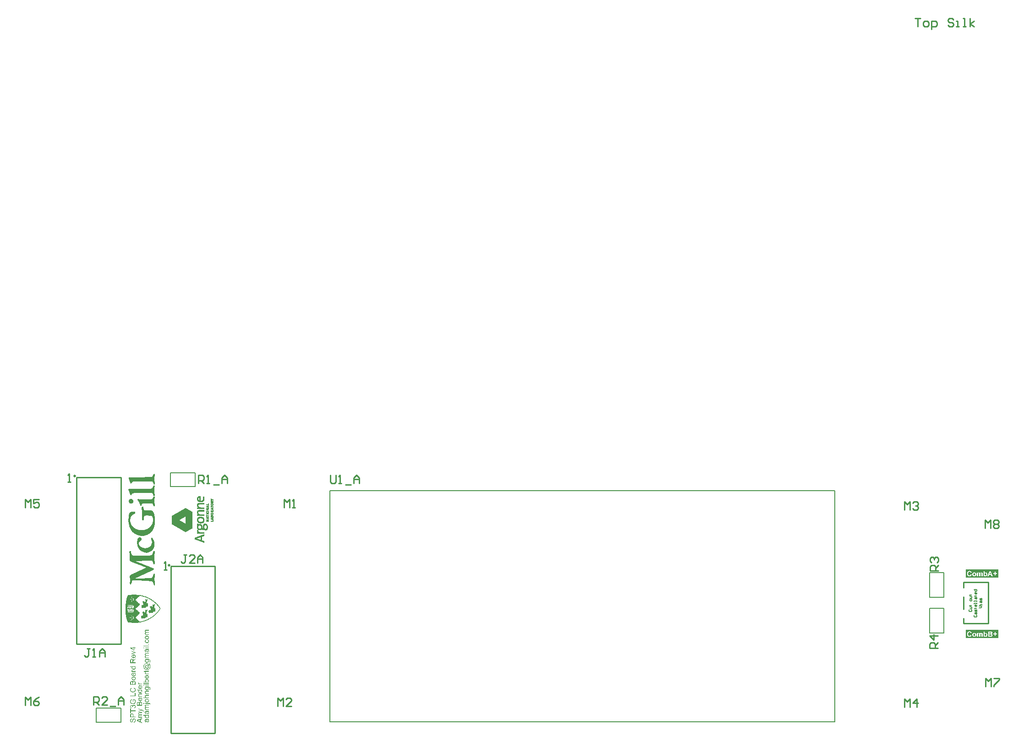
<source format=gto>
G04 Layer_Color=65535*
%FSLAX25Y25*%
%MOIN*%
G70*
G01*
G75*
%ADD17C,0.00600*%
%ADD19C,0.01000*%
%ADD35C,0.01969*%
%ADD36C,0.00800*%
%ADD37C,0.00100*%
%ADD38C,0.00050*%
%ADD39C,0.00500*%
G36*
X97116Y57488D02*
X97168D01*
X97229Y57485D01*
X97296Y57479D01*
X97368Y57474D01*
X97440Y57465D01*
X97517Y57457D01*
X97592Y57446D01*
X97667Y57435D01*
X97739Y57418D01*
X97808Y57402D01*
X97869Y57380D01*
X97925Y57357D01*
X97927Y57355D01*
X97935Y57352D01*
X97949Y57344D01*
X97969Y57332D01*
X97991Y57319D01*
X98019Y57299D01*
X98049Y57280D01*
X98080Y57255D01*
X98113Y57227D01*
X98149Y57197D01*
X98185Y57164D01*
X98221Y57125D01*
X98254Y57083D01*
X98290Y57039D01*
X98323Y56992D01*
X98354Y56939D01*
X98357Y56936D01*
X98359Y56925D01*
X98368Y56911D01*
X98379Y56889D01*
X98390Y56862D01*
X98404Y56826D01*
X98418Y56787D01*
X98431Y56745D01*
X98448Y56695D01*
X98462Y56643D01*
X98476Y56585D01*
X98487Y56521D01*
X98498Y56457D01*
X98506Y56385D01*
X98509Y56313D01*
X98512Y56236D01*
Y56230D01*
Y56213D01*
X98509Y56188D01*
Y56152D01*
X98503Y56111D01*
X98501Y56064D01*
X98492Y56008D01*
X98484Y55950D01*
X98473Y55887D01*
X98456Y55823D01*
X98440Y55754D01*
X98418Y55687D01*
X98393Y55621D01*
X98362Y55554D01*
X98326Y55493D01*
X98287Y55432D01*
X98285Y55430D01*
X98276Y55418D01*
X98262Y55405D01*
X98246Y55385D01*
X98221Y55363D01*
X98193Y55335D01*
X98157Y55310D01*
X98118Y55283D01*
X98074Y55252D01*
X98024Y55227D01*
X97969Y55202D01*
X97908Y55180D01*
X97844Y55161D01*
X97772Y55147D01*
X97695Y55141D01*
X97614Y55139D01*
X97684Y55596D01*
X97686D01*
X97692Y55598D01*
X97703D01*
X97717Y55601D01*
X97736Y55607D01*
X97755Y55612D01*
X97800Y55626D01*
X97850Y55646D01*
X97900Y55673D01*
X97947Y55709D01*
X97988Y55754D01*
X97991Y55756D01*
X97994Y55762D01*
X97999Y55773D01*
X98008Y55787D01*
X98019Y55804D01*
X98030Y55826D01*
X98041Y55851D01*
X98055Y55878D01*
X98066Y55911D01*
X98080Y55948D01*
X98091Y55986D01*
X98099Y56031D01*
X98110Y56075D01*
X98116Y56125D01*
X98118Y56177D01*
X98121Y56233D01*
Y56236D01*
Y56247D01*
Y56263D01*
X98118Y56286D01*
Y56313D01*
X98113Y56346D01*
X98110Y56380D01*
X98105Y56418D01*
X98088Y56499D01*
X98066Y56585D01*
X98032Y56665D01*
X98010Y56701D01*
X97988Y56737D01*
X97985Y56740D01*
X97983Y56745D01*
X97974Y56754D01*
X97963Y56765D01*
X97952Y56781D01*
X97935Y56795D01*
X97916Y56814D01*
X97894Y56834D01*
X97841Y56873D01*
X97780Y56914D01*
X97708Y56950D01*
X97625Y56978D01*
X97623D01*
X97617Y56981D01*
X97609D01*
X97595Y56984D01*
X97578Y56986D01*
X97556Y56989D01*
X97528Y56992D01*
X97495Y56995D01*
X97459Y57000D01*
X97415Y57003D01*
X97365Y57006D01*
X97309Y57008D01*
X97249D01*
X97182Y57011D01*
X97024D01*
X97027Y57008D01*
X97041Y56997D01*
X97057Y56981D01*
X97080Y56956D01*
X97107Y56925D01*
X97138Y56889D01*
X97171Y56848D01*
X97204Y56801D01*
X97240Y56748D01*
X97273Y56690D01*
X97304Y56626D01*
X97329Y56557D01*
X97354Y56485D01*
X97370Y56410D01*
X97382Y56327D01*
X97387Y56244D01*
Y56241D01*
Y56238D01*
Y56230D01*
Y56219D01*
X97384Y56188D01*
X97382Y56150D01*
X97373Y56103D01*
X97365Y56047D01*
X97351Y55984D01*
X97334Y55917D01*
X97312Y55848D01*
X97287Y55776D01*
X97254Y55701D01*
X97213Y55629D01*
X97166Y55557D01*
X97110Y55485D01*
X97046Y55418D01*
X96974Y55357D01*
X96969Y55355D01*
X96955Y55344D01*
X96933Y55330D01*
X96900Y55308D01*
X96861Y55286D01*
X96814Y55258D01*
X96758Y55230D01*
X96695Y55202D01*
X96628Y55172D01*
X96551Y55144D01*
X96470Y55116D01*
X96382Y55094D01*
X96290Y55072D01*
X96193Y55058D01*
X96091Y55047D01*
X95986Y55045D01*
X95947D01*
X95919Y55047D01*
X95883Y55050D01*
X95841Y55053D01*
X95794Y55056D01*
X95745Y55061D01*
X95689Y55069D01*
X95631Y55078D01*
X95506Y55105D01*
X95442Y55119D01*
X95379Y55139D01*
X95315Y55161D01*
X95251Y55186D01*
X95249Y55189D01*
X95238Y55191D01*
X95218Y55200D01*
X95196Y55213D01*
X95168Y55227D01*
X95135Y55247D01*
X95099Y55266D01*
X95060Y55291D01*
X95019Y55322D01*
X94977Y55352D01*
X94936Y55385D01*
X94891Y55424D01*
X94850Y55463D01*
X94808Y55507D01*
X94769Y55554D01*
X94733Y55604D01*
X94731Y55607D01*
X94725Y55618D01*
X94717Y55632D01*
X94703Y55654D01*
X94689Y55679D01*
X94675Y55709D01*
X94659Y55745D01*
X94639Y55787D01*
X94623Y55831D01*
X94606Y55881D01*
X94592Y55934D01*
X94576Y55989D01*
X94564Y56050D01*
X94556Y56111D01*
X94551Y56177D01*
X94548Y56244D01*
Y56247D01*
Y56249D01*
Y56266D01*
X94551Y56291D01*
X94553Y56327D01*
X94559Y56369D01*
X94570Y56416D01*
X94581Y56471D01*
X94598Y56529D01*
X94617Y56593D01*
X94645Y56659D01*
X94675Y56726D01*
X94714Y56795D01*
X94761Y56862D01*
X94814Y56928D01*
X94875Y56995D01*
X94944Y57055D01*
X94609D01*
Y57490D01*
X97071D01*
X97116Y57488D01*
D02*
G37*
G36*
X97340Y54679D02*
X97348Y54676D01*
X97365Y54668D01*
X97384Y54657D01*
X97409Y54640D01*
X97440Y54621D01*
X97473Y54598D01*
X97509Y54574D01*
X97550Y54543D01*
X97595Y54510D01*
X97639Y54471D01*
X97689Y54430D01*
X97739Y54385D01*
X97791Y54335D01*
X97844Y54280D01*
X97897Y54222D01*
X97900Y54219D01*
X97911Y54208D01*
X97925Y54189D01*
X97944Y54164D01*
X97969Y54133D01*
X97996Y54094D01*
X98027Y54053D01*
X98060Y54003D01*
X98096Y53950D01*
X98132Y53892D01*
X98171Y53829D01*
X98207Y53759D01*
X98246Y53687D01*
X98282Y53612D01*
X98315Y53532D01*
X98348Y53449D01*
X98351Y53443D01*
X98357Y53430D01*
X98365Y53405D01*
X98373Y53369D01*
X98387Y53327D01*
X98401Y53275D01*
X98415Y53216D01*
X98431Y53147D01*
X98448Y53072D01*
X98462Y52992D01*
X98476Y52903D01*
X98489Y52806D01*
X98498Y52707D01*
X98506Y52601D01*
X98512Y52491D01*
X98514Y52374D01*
Y52371D01*
Y52369D01*
Y52360D01*
Y52349D01*
Y52335D01*
Y52316D01*
X98512Y52275D01*
X98509Y52225D01*
X98506Y52164D01*
X98501Y52097D01*
X98495Y52022D01*
X98487Y51942D01*
X98479Y51856D01*
X98465Y51768D01*
X98451Y51676D01*
X98434Y51582D01*
X98415Y51488D01*
X98390Y51396D01*
X98365Y51302D01*
X98362Y51297D01*
X98357Y51280D01*
X98348Y51255D01*
X98337Y51219D01*
X98321Y51178D01*
X98301Y51128D01*
X98279Y51075D01*
X98251Y51014D01*
X98224Y50950D01*
X98190Y50884D01*
X98152Y50812D01*
X98113Y50743D01*
X98068Y50671D01*
X98021Y50601D01*
X97972Y50532D01*
X97916Y50466D01*
X97913Y50463D01*
X97902Y50452D01*
X97886Y50432D01*
X97864Y50410D01*
X97836Y50380D01*
X97800Y50347D01*
X97761Y50311D01*
X97717Y50272D01*
X97670Y50230D01*
X97617Y50189D01*
X97562Y50144D01*
X97501Y50103D01*
X97437Y50061D01*
X97370Y50020D01*
X97301Y49984D01*
X97229Y49948D01*
X97226D01*
X97224Y49945D01*
X97207Y49939D01*
X97179Y49928D01*
X97143Y49914D01*
X97096Y49898D01*
X97044Y49878D01*
X96980Y49859D01*
X96911Y49840D01*
X96836Y49817D01*
X96753Y49798D01*
X96664Y49779D01*
X96570Y49762D01*
X96473Y49748D01*
X96373Y49737D01*
X96268Y49732D01*
X96163Y49729D01*
X96118D01*
X96099Y49732D01*
X96080D01*
X96055Y49734D01*
X95996Y49737D01*
X95930Y49743D01*
X95855Y49751D01*
X95772Y49762D01*
X95681Y49776D01*
X95587Y49793D01*
X95484Y49815D01*
X95382Y49840D01*
X95274Y49867D01*
X95165Y49903D01*
X95055Y49942D01*
X94947Y49989D01*
X94944D01*
X94938Y49992D01*
X94930Y49998D01*
X94916Y50003D01*
X94900Y50011D01*
X94877Y50023D01*
X94855Y50034D01*
X94830Y50047D01*
X94769Y50081D01*
X94703Y50122D01*
X94625Y50169D01*
X94545Y50222D01*
X94459Y50283D01*
X94371Y50349D01*
X94279Y50424D01*
X94191Y50507D01*
X94102Y50593D01*
X94016Y50687D01*
X93936Y50787D01*
X93861Y50895D01*
Y50898D01*
X93855Y50901D01*
X93853Y50912D01*
X93844Y50923D01*
X93836Y50937D01*
X93825Y50956D01*
X93814Y50975D01*
X93803Y51000D01*
X93789Y51028D01*
X93772Y51056D01*
X93758Y51089D01*
X93742Y51125D01*
X93708Y51205D01*
X93673Y51294D01*
X93637Y51394D01*
X93603Y51502D01*
X93573Y51618D01*
X93542Y51743D01*
X93520Y51876D01*
X93501Y52017D01*
X93487Y52164D01*
X93484Y52319D01*
Y52322D01*
Y52327D01*
Y52335D01*
Y52346D01*
Y52363D01*
X93487Y52382D01*
Y52405D01*
Y52430D01*
X93493Y52485D01*
X93498Y52552D01*
X93506Y52626D01*
X93517Y52707D01*
X93531Y52795D01*
X93548Y52887D01*
X93570Y52984D01*
X93595Y53083D01*
X93625Y53183D01*
X93661Y53285D01*
X93703Y53385D01*
X93750Y53482D01*
Y53485D01*
X93753Y53488D01*
X93761Y53504D01*
X93778Y53532D01*
X93800Y53568D01*
X93828Y53612D01*
X93861Y53662D01*
X93902Y53718D01*
X93950Y53779D01*
X94002Y53842D01*
X94060Y53909D01*
X94124Y53978D01*
X94196Y54045D01*
X94274Y54114D01*
X94357Y54177D01*
X94445Y54241D01*
X94542Y54299D01*
X94548Y54302D01*
X94562Y54310D01*
X94587Y54324D01*
X94620Y54338D01*
X94664Y54357D01*
X94714Y54380D01*
X94769Y54402D01*
X94833Y54427D01*
X94905Y54452D01*
X94980Y54474D01*
X95063Y54496D01*
X95146Y54515D01*
X95238Y54532D01*
X95332Y54543D01*
X95426Y54551D01*
X95526Y54554D01*
X95559D01*
X95578Y54551D01*
X95600D01*
X95625Y54549D01*
X95653Y54546D01*
X95683Y54543D01*
X95719Y54538D01*
X95797Y54527D01*
X95883Y54510D01*
X95977Y54488D01*
X96080Y54460D01*
X96188Y54424D01*
X96298Y54380D01*
X96412Y54330D01*
X96528Y54269D01*
X96645Y54197D01*
X96703Y54155D01*
X96758Y54114D01*
X96816Y54069D01*
X96872Y54020D01*
X96875D01*
X96877Y54014D01*
X96894Y53997D01*
X96922Y53973D01*
X96955Y53936D01*
X96994Y53892D01*
X97038Y53839D01*
X97085Y53779D01*
X97135Y53712D01*
X97185Y53637D01*
X97232Y53557D01*
X97276Y53471D01*
X97315Y53380D01*
X97348Y53285D01*
X97376Y53186D01*
X97393Y53086D01*
X97395Y53034D01*
X97398Y52981D01*
Y52978D01*
Y52973D01*
Y52964D01*
Y52950D01*
X97395Y52937D01*
Y52917D01*
X97393Y52876D01*
X97384Y52829D01*
X97376Y52779D01*
X97362Y52732D01*
X97346Y52687D01*
X97343Y52682D01*
X97334Y52668D01*
X97323Y52648D01*
X97304Y52626D01*
X97282Y52599D01*
X97254Y52571D01*
X97224Y52546D01*
X97188Y52524D01*
X97185D01*
X97174Y52518D01*
X97157Y52513D01*
X97135Y52504D01*
X97105Y52499D01*
X97066Y52491D01*
X97019Y52482D01*
X96963Y52477D01*
X96966Y52474D01*
X96972Y52468D01*
X96983Y52460D01*
X96996Y52446D01*
X97013Y52430D01*
X97032Y52410D01*
X97052Y52388D01*
X97077Y52366D01*
X97127Y52308D01*
X97179Y52244D01*
X97232Y52172D01*
X97279Y52094D01*
Y52092D01*
X97285Y52086D01*
X97290Y52075D01*
X97298Y52058D01*
X97307Y52039D01*
X97315Y52017D01*
X97326Y51992D01*
X97337Y51961D01*
X97359Y51898D01*
X97376Y51826D01*
X97390Y51751D01*
X97395Y51671D01*
Y51668D01*
Y51660D01*
Y51648D01*
X97393Y51632D01*
X97390Y51610D01*
X97387Y51585D01*
X97384Y51557D01*
X97379Y51527D01*
X97362Y51457D01*
X97337Y51383D01*
X97323Y51341D01*
X97304Y51302D01*
X97285Y51261D01*
X97260Y51219D01*
X97257Y51216D01*
X97254Y51211D01*
X97246Y51197D01*
X97235Y51183D01*
X97218Y51164D01*
X97202Y51142D01*
X97179Y51119D01*
X97157Y51092D01*
X97129Y51064D01*
X97099Y51036D01*
X97063Y51006D01*
X97027Y50975D01*
X96985Y50948D01*
X96941Y50917D01*
X96891Y50889D01*
X96841Y50862D01*
X96839Y50859D01*
X96828Y50856D01*
X96814Y50851D01*
X96791Y50840D01*
X96767Y50831D01*
X96733Y50820D01*
X96697Y50806D01*
X96659Y50795D01*
X96614Y50782D01*
X96567Y50770D01*
X96514Y50757D01*
X96462Y50748D01*
X96346Y50732D01*
X96285Y50729D01*
X96224Y50726D01*
X96204D01*
X96182Y50729D01*
X96152D01*
X96116Y50732D01*
X96071Y50737D01*
X96019Y50743D01*
X95963Y50754D01*
X95902Y50765D01*
X95839Y50779D01*
X95769Y50795D01*
X95697Y50815D01*
X95623Y50840D01*
X95548Y50867D01*
X95470Y50901D01*
X95393Y50937D01*
X95387Y50939D01*
X95373Y50948D01*
X95354Y50959D01*
X95323Y50975D01*
X95290Y50995D01*
X95249Y51020D01*
X95204Y51050D01*
X95157Y51083D01*
X95107Y51119D01*
X95055Y51161D01*
X95002Y51202D01*
X94950Y51250D01*
X94900Y51300D01*
X94853Y51352D01*
X94805Y51407D01*
X94764Y51466D01*
X94761Y51468D01*
X94756Y51480D01*
X94744Y51496D01*
X94731Y51521D01*
X94714Y51549D01*
X94697Y51582D01*
X94678Y51621D01*
X94659Y51662D01*
X94639Y51707D01*
X94620Y51757D01*
X94587Y51862D01*
X94573Y51914D01*
X94562Y51970D01*
X94556Y52028D01*
X94553Y52083D01*
Y52086D01*
Y52094D01*
Y52105D01*
X94556Y52122D01*
Y52141D01*
X94559Y52166D01*
X94564Y52194D01*
X94567Y52222D01*
X94581Y52288D01*
X94603Y52360D01*
X94634Y52438D01*
X94650Y52477D01*
X94673Y52516D01*
Y52518D01*
X94678Y52524D01*
X94686Y52535D01*
X94695Y52552D01*
X94709Y52568D01*
X94722Y52590D01*
X94742Y52612D01*
X94761Y52637D01*
X94786Y52665D01*
X94814Y52693D01*
X94844Y52723D01*
X94875Y52754D01*
X94911Y52784D01*
X94950Y52815D01*
X94991Y52845D01*
X95035Y52873D01*
X94628Y52961D01*
Y53430D01*
X96384Y53053D01*
X96387D01*
X96401Y53050D01*
X96418Y53045D01*
X96443Y53042D01*
X96470Y53036D01*
X96501Y53028D01*
X96573Y53014D01*
X96645Y53000D01*
X96678Y52995D01*
X96708Y52986D01*
X96736Y52984D01*
X96761Y52978D01*
X96778Y52975D01*
X96800D01*
X96814Y52978D01*
X96830Y52981D01*
X96850Y52989D01*
X96869Y52997D01*
X96891Y53011D01*
X96911Y53028D01*
X96913Y53031D01*
X96919Y53036D01*
X96927Y53050D01*
X96936Y53064D01*
X96944Y53083D01*
X96952Y53105D01*
X96958Y53130D01*
X96961Y53158D01*
Y53161D01*
Y53164D01*
Y53172D01*
X96958Y53183D01*
X96955Y53197D01*
X96952Y53214D01*
X96947Y53233D01*
X96941Y53255D01*
X96922Y53308D01*
X96908Y53335D01*
X96894Y53369D01*
X96875Y53402D01*
X96855Y53441D01*
X96830Y53479D01*
X96803Y53521D01*
X96800Y53524D01*
X96791Y53535D01*
X96780Y53549D01*
X96764Y53571D01*
X96742Y53596D01*
X96717Y53623D01*
X96689Y53657D01*
X96653Y53690D01*
X96614Y53729D01*
X96573Y53768D01*
X96528Y53806D01*
X96478Y53845D01*
X96423Y53884D01*
X96368Y53923D01*
X96307Y53959D01*
X96243Y53992D01*
X96240Y53995D01*
X96226Y54000D01*
X96207Y54009D01*
X96182Y54020D01*
X96149Y54033D01*
X96113Y54047D01*
X96069Y54064D01*
X96021Y54080D01*
X95969Y54094D01*
X95911Y54111D01*
X95853Y54125D01*
X95789Y54139D01*
X95722Y54150D01*
X95656Y54158D01*
X95587Y54164D01*
X95517Y54166D01*
X95498D01*
X95473Y54164D01*
X95442D01*
X95404Y54161D01*
X95359Y54155D01*
X95307Y54147D01*
X95251Y54139D01*
X95191Y54128D01*
X95127Y54111D01*
X95057Y54094D01*
X94988Y54072D01*
X94919Y54047D01*
X94847Y54017D01*
X94775Y53981D01*
X94703Y53942D01*
X94697Y53939D01*
X94686Y53931D01*
X94667Y53920D01*
X94639Y53900D01*
X94609Y53875D01*
X94570Y53848D01*
X94528Y53815D01*
X94484Y53776D01*
X94437Y53732D01*
X94387Y53682D01*
X94337Y53626D01*
X94288Y53565D01*
X94238Y53502D01*
X94188Y53430D01*
X94141Y53355D01*
X94096Y53275D01*
X94094Y53269D01*
X94085Y53255D01*
X94074Y53230D01*
X94060Y53197D01*
X94044Y53155D01*
X94024Y53105D01*
X94002Y53050D01*
X93980Y52986D01*
X93961Y52917D01*
X93938Y52842D01*
X93919Y52759D01*
X93902Y52676D01*
X93889Y52585D01*
X93878Y52493D01*
X93869Y52396D01*
X93866Y52297D01*
Y52294D01*
Y52291D01*
Y52280D01*
Y52269D01*
Y52255D01*
X93869Y52236D01*
Y52216D01*
X93872Y52194D01*
X93875Y52139D01*
X93880Y52075D01*
X93891Y52006D01*
X93902Y51928D01*
X93916Y51842D01*
X93936Y51754D01*
X93961Y51662D01*
X93988Y51565D01*
X94021Y51468D01*
X94060Y51372D01*
X94105Y51275D01*
X94155Y51178D01*
X94157Y51172D01*
X94168Y51155D01*
X94185Y51130D01*
X94207Y51095D01*
X94238Y51053D01*
X94274Y51003D01*
X94315Y50950D01*
X94365Y50889D01*
X94418Y50829D01*
X94479Y50765D01*
X94548Y50698D01*
X94620Y50635D01*
X94700Y50571D01*
X94786Y50507D01*
X94877Y50449D01*
X94974Y50394D01*
X94977D01*
X94980Y50391D01*
X94988Y50388D01*
X94999Y50383D01*
X95010Y50374D01*
X95027Y50369D01*
X95069Y50349D01*
X95116Y50330D01*
X95177Y50305D01*
X95243Y50280D01*
X95318Y50255D01*
X95401Y50230D01*
X95490Y50205D01*
X95584Y50180D01*
X95683Y50161D01*
X95789Y50142D01*
X95897Y50128D01*
X96008Y50119D01*
X96121Y50117D01*
X96166D01*
X96182Y50119D01*
X96204D01*
X96229Y50122D01*
X96285Y50125D01*
X96348Y50130D01*
X96420Y50139D01*
X96498Y50153D01*
X96584Y50166D01*
X96672Y50183D01*
X96764Y50208D01*
X96855Y50233D01*
X96949Y50266D01*
X97044Y50302D01*
X97135Y50344D01*
X97224Y50394D01*
X97229Y50396D01*
X97243Y50407D01*
X97268Y50424D01*
X97298Y50446D01*
X97337Y50474D01*
X97382Y50510D01*
X97429Y50551D01*
X97481Y50599D01*
X97537Y50654D01*
X97592Y50712D01*
X97648Y50779D01*
X97706Y50851D01*
X97761Y50931D01*
X97811Y51014D01*
X97861Y51103D01*
X97905Y51200D01*
Y51202D01*
X97908Y51205D01*
X97911Y51214D01*
X97913Y51225D01*
X97919Y51236D01*
X97925Y51252D01*
X97938Y51291D01*
X97958Y51341D01*
X97974Y51399D01*
X97996Y51468D01*
X98016Y51543D01*
X98035Y51626D01*
X98057Y51715D01*
X98074Y51812D01*
X98091Y51914D01*
X98107Y52020D01*
X98118Y52133D01*
X98124Y52247D01*
X98127Y52366D01*
Y52369D01*
Y52374D01*
Y52382D01*
Y52396D01*
Y52413D01*
X98124Y52432D01*
Y52455D01*
Y52479D01*
X98118Y52538D01*
X98116Y52607D01*
X98107Y52682D01*
X98096Y52765D01*
X98085Y52853D01*
X98068Y52948D01*
X98052Y53042D01*
X98030Y53139D01*
X98002Y53236D01*
X97972Y53330D01*
X97935Y53424D01*
X97894Y53513D01*
X97891Y53518D01*
X97883Y53532D01*
X97872Y53557D01*
X97852Y53588D01*
X97830Y53626D01*
X97803Y53671D01*
X97772Y53720D01*
X97739Y53773D01*
X97700Y53829D01*
X97656Y53887D01*
X97611Y53945D01*
X97562Y54000D01*
X97509Y54058D01*
X97454Y54111D01*
X97398Y54161D01*
X97337Y54208D01*
Y54682D01*
X97340Y54679D01*
D02*
G37*
G36*
X97382Y49396D02*
X97384Y49391D01*
Y49380D01*
X97387Y49366D01*
X97390Y49349D01*
X97395Y49327D01*
X97401Y49280D01*
X97409Y49225D01*
X97418Y49164D01*
X97420Y49103D01*
X97423Y49042D01*
Y49039D01*
Y49031D01*
Y49017D01*
Y49000D01*
X97420Y48978D01*
X97418Y48953D01*
X97412Y48898D01*
X97404Y48834D01*
X97390Y48768D01*
X97370Y48704D01*
X97343Y48646D01*
Y48643D01*
X97340Y48640D01*
X97329Y48624D01*
X97309Y48599D01*
X97287Y48568D01*
X97257Y48535D01*
X97221Y48502D01*
X97179Y48471D01*
X97132Y48446D01*
X97129D01*
X97127Y48444D01*
X97118Y48441D01*
X97105Y48438D01*
X97088Y48432D01*
X97069Y48430D01*
X97044Y48424D01*
X97013Y48419D01*
X96977Y48413D01*
X96938Y48408D01*
X96891Y48405D01*
X96841Y48399D01*
X96783Y48397D01*
X96722Y48394D01*
X96650Y48391D01*
X94974D01*
Y48042D01*
X94609D01*
Y48391D01*
X93922D01*
X93639Y48862D01*
X94609D01*
Y49330D01*
X94974D01*
Y48862D01*
X96667D01*
X96708Y48865D01*
X96750Y48867D01*
X96794Y48870D01*
X96830Y48876D01*
X96844Y48881D01*
X96858Y48884D01*
X96861D01*
X96866Y48890D01*
X96877Y48895D01*
X96891Y48903D01*
X96922Y48928D01*
X96936Y48945D01*
X96949Y48964D01*
Y48967D01*
X96955Y48975D01*
X96961Y48987D01*
X96966Y49006D01*
X96972Y49028D01*
X96977Y49056D01*
X96980Y49089D01*
X96983Y49125D01*
Y49128D01*
Y49139D01*
Y49156D01*
X96980Y49180D01*
Y49208D01*
X96974Y49244D01*
X96972Y49286D01*
X96966Y49330D01*
X97382Y49399D01*
Y49396D01*
D02*
G37*
G36*
X715359Y116889D02*
X691675D01*
Y122853D01*
X715359D01*
Y116889D01*
D02*
G37*
G36*
X91174Y38574D02*
X91205D01*
Y36502D01*
X91210D01*
X91224Y36505D01*
X91249D01*
X91279Y36510D01*
X91318Y36516D01*
X91362Y36521D01*
X91409Y36532D01*
X91462Y36544D01*
X91520Y36557D01*
X91576Y36577D01*
X91634Y36596D01*
X91692Y36621D01*
X91750Y36649D01*
X91806Y36682D01*
X91858Y36718D01*
X91905Y36760D01*
X91908Y36762D01*
X91916Y36771D01*
X91927Y36784D01*
X91944Y36801D01*
X91961Y36823D01*
X91980Y36851D01*
X92002Y36884D01*
X92024Y36920D01*
X92049Y36959D01*
X92069Y37003D01*
X92091Y37050D01*
X92108Y37103D01*
X92124Y37158D01*
X92135Y37217D01*
X92144Y37278D01*
X92146Y37341D01*
Y37344D01*
Y37352D01*
Y37366D01*
X92144Y37386D01*
X92141Y37408D01*
X92138Y37433D01*
X92135Y37463D01*
X92130Y37494D01*
X92113Y37563D01*
X92088Y37638D01*
X92074Y37676D01*
X92055Y37712D01*
X92036Y37749D01*
X92011Y37784D01*
X92008Y37787D01*
X92005Y37793D01*
X91997Y37801D01*
X91986Y37815D01*
X91969Y37832D01*
X91952Y37848D01*
X91930Y37868D01*
X91905Y37890D01*
X91875Y37912D01*
X91844Y37937D01*
X91808Y37959D01*
X91770Y37984D01*
X91725Y38009D01*
X91678Y38031D01*
X91628Y38053D01*
X91573Y38075D01*
X91637Y38560D01*
X91642D01*
X91656Y38554D01*
X91678Y38546D01*
X91706Y38538D01*
X91742Y38524D01*
X91783Y38507D01*
X91831Y38488D01*
X91880Y38463D01*
X91930Y38435D01*
X91986Y38405D01*
X92041Y38369D01*
X92097Y38330D01*
X92149Y38289D01*
X92202Y38241D01*
X92252Y38189D01*
X92299Y38133D01*
X92301Y38131D01*
X92310Y38120D01*
X92321Y38103D01*
X92335Y38078D01*
X92354Y38048D01*
X92374Y38009D01*
X92396Y37967D01*
X92415Y37917D01*
X92437Y37862D01*
X92459Y37804D01*
X92479Y37737D01*
X92498Y37668D01*
X92512Y37593D01*
X92523Y37513D01*
X92531Y37427D01*
X92534Y37339D01*
Y37336D01*
Y37333D01*
Y37322D01*
Y37311D01*
X92531Y37297D01*
Y37280D01*
X92529Y37239D01*
X92523Y37186D01*
X92515Y37128D01*
X92504Y37062D01*
X92487Y36990D01*
X92468Y36915D01*
X92443Y36834D01*
X92412Y36754D01*
X92376Y36674D01*
X92335Y36593D01*
X92285Y36516D01*
X92227Y36441D01*
X92160Y36372D01*
X92155Y36369D01*
X92144Y36358D01*
X92121Y36338D01*
X92091Y36316D01*
X92052Y36289D01*
X92005Y36261D01*
X91952Y36228D01*
X91889Y36195D01*
X91817Y36161D01*
X91739Y36131D01*
X91653Y36100D01*
X91559Y36073D01*
X91457Y36051D01*
X91349Y36034D01*
X91232Y36020D01*
X91108Y36017D01*
X91077D01*
X91061Y36020D01*
X91019D01*
X90991Y36023D01*
X90933Y36028D01*
X90867Y36037D01*
X90792Y36048D01*
X90709Y36061D01*
X90626Y36081D01*
X90537Y36106D01*
X90446Y36134D01*
X90354Y36170D01*
X90266Y36211D01*
X90180Y36258D01*
X90096Y36314D01*
X90022Y36377D01*
X90016Y36383D01*
X90005Y36394D01*
X89986Y36413D01*
X89961Y36444D01*
X89930Y36480D01*
X89900Y36521D01*
X89864Y36571D01*
X89828Y36629D01*
X89792Y36693D01*
X89756Y36765D01*
X89723Y36840D01*
X89695Y36923D01*
X89670Y37014D01*
X89651Y37109D01*
X89640Y37208D01*
X89634Y37314D01*
Y37316D01*
Y37319D01*
Y37327D01*
Y37339D01*
X89637Y37366D01*
X89640Y37405D01*
X89645Y37455D01*
X89653Y37508D01*
X89664Y37568D01*
X89681Y37635D01*
X89700Y37707D01*
X89725Y37779D01*
X89756Y37857D01*
X89795Y37931D01*
X89836Y38009D01*
X89889Y38081D01*
X89947Y38153D01*
X90013Y38222D01*
X90019Y38225D01*
X90030Y38239D01*
X90052Y38255D01*
X90083Y38278D01*
X90122Y38305D01*
X90169Y38336D01*
X90224Y38366D01*
X90288Y38399D01*
X90360Y38433D01*
X90440Y38466D01*
X90529Y38494D01*
X90623Y38521D01*
X90725Y38543D01*
X90836Y38563D01*
X90955Y38574D01*
X91080Y38577D01*
X91149D01*
X91174Y38574D01*
D02*
G37*
G36*
X97387Y61499D02*
X95570D01*
X95542Y61496D01*
X95481Y61493D01*
X95415Y61488D01*
X95348Y61479D01*
X95285Y61468D01*
X95257Y61460D01*
X95232Y61452D01*
X95229D01*
X95227Y61449D01*
X95213Y61443D01*
X95188Y61432D01*
X95160Y61415D01*
X95130Y61391D01*
X95096Y61363D01*
X95063Y61327D01*
X95033Y61285D01*
X95030Y61280D01*
X95021Y61263D01*
X95008Y61238D01*
X94994Y61205D01*
X94980Y61163D01*
X94966Y61116D01*
X94958Y61061D01*
X94955Y61003D01*
Y61000D01*
Y60989D01*
Y60975D01*
X94958Y60956D01*
X94961Y60931D01*
X94966Y60900D01*
X94972Y60867D01*
X94980Y60834D01*
X94991Y60795D01*
X95002Y60756D01*
X95019Y60717D01*
X95038Y60676D01*
X95060Y60634D01*
X95088Y60596D01*
X95116Y60557D01*
X95152Y60518D01*
X95155Y60515D01*
X95160Y60510D01*
X95171Y60501D01*
X95188Y60488D01*
X95210Y60474D01*
X95235Y60457D01*
X95265Y60440D01*
X95301Y60421D01*
X95343Y60404D01*
X95390Y60385D01*
X95440Y60368D01*
X95495Y60355D01*
X95559Y60341D01*
X95625Y60332D01*
X95697Y60327D01*
X95775Y60324D01*
X97387D01*
Y59853D01*
X95553D01*
X95531Y59850D01*
X95506D01*
X95476Y59848D01*
X95442Y59845D01*
X95407Y59839D01*
X95332Y59825D01*
X95254Y59803D01*
X95179Y59776D01*
X95143Y59756D01*
X95113Y59737D01*
X95110D01*
X95107Y59731D01*
X95099Y59726D01*
X95088Y59715D01*
X95077Y59704D01*
X95063Y59687D01*
X95049Y59668D01*
X95033Y59648D01*
X95019Y59623D01*
X95005Y59596D01*
X94991Y59565D01*
X94980Y59529D01*
X94969Y59493D01*
X94961Y59452D01*
X94958Y59407D01*
X94955Y59360D01*
Y59357D01*
Y59352D01*
Y59341D01*
X94958Y59327D01*
Y59310D01*
X94961Y59288D01*
X94969Y59241D01*
X94980Y59186D01*
X94999Y59122D01*
X95024Y59058D01*
X95060Y58995D01*
Y58992D01*
X95066Y58986D01*
X95071Y58978D01*
X95080Y58967D01*
X95105Y58936D01*
X95138Y58900D01*
X95182Y58859D01*
X95235Y58820D01*
X95296Y58781D01*
X95368Y58748D01*
X95371D01*
X95376Y58745D01*
X95390Y58742D01*
X95404Y58737D01*
X95426Y58731D01*
X95451Y58723D01*
X95481Y58718D01*
X95515Y58712D01*
X95553Y58704D01*
X95598Y58698D01*
X95645Y58690D01*
X95697Y58684D01*
X95753Y58681D01*
X95814Y58676D01*
X95877Y58673D01*
X97387D01*
Y58202D01*
X94609D01*
Y58623D01*
X95002D01*
X94999Y58626D01*
X94994Y58629D01*
X94983Y58637D01*
X94969Y58648D01*
X94950Y58659D01*
X94930Y58676D01*
X94883Y58715D01*
X94830Y58765D01*
X94778Y58825D01*
X94722Y58892D01*
X94673Y58970D01*
X94670Y58972D01*
X94667Y58981D01*
X94661Y58992D01*
X94653Y59008D01*
X94645Y59028D01*
X94634Y59053D01*
X94623Y59083D01*
X94609Y59114D01*
X94598Y59150D01*
X94587Y59186D01*
X94576Y59227D01*
X94567Y59272D01*
X94553Y59366D01*
X94548Y59416D01*
Y59465D01*
Y59468D01*
Y59479D01*
Y59496D01*
X94551Y59518D01*
Y59543D01*
X94553Y59573D01*
X94559Y59610D01*
X94564Y59645D01*
X94578Y59726D01*
X94603Y59809D01*
X94634Y59895D01*
X94656Y59934D01*
X94678Y59972D01*
X94681Y59975D01*
X94684Y59981D01*
X94692Y59992D01*
X94700Y60006D01*
X94714Y60019D01*
X94731Y60039D01*
X94769Y60080D01*
X94822Y60127D01*
X94883Y60172D01*
X94955Y60213D01*
X95035Y60249D01*
X95033D01*
X95030Y60252D01*
X95013Y60266D01*
X94991Y60283D01*
X94958Y60310D01*
X94922Y60343D01*
X94880Y60382D01*
X94836Y60429D01*
X94792Y60482D01*
X94747Y60540D01*
X94703Y60607D01*
X94661Y60676D01*
X94623Y60754D01*
X94592Y60834D01*
X94570Y60922D01*
X94553Y61014D01*
X94548Y61061D01*
Y61111D01*
Y61116D01*
Y61130D01*
X94551Y61150D01*
Y61180D01*
X94556Y61213D01*
X94559Y61252D01*
X94567Y61296D01*
X94576Y61346D01*
X94589Y61396D01*
X94603Y61446D01*
X94623Y61499D01*
X94645Y61554D01*
X94670Y61604D01*
X94703Y61654D01*
X94736Y61701D01*
X94778Y61745D01*
X94780Y61748D01*
X94789Y61756D01*
X94803Y61767D01*
X94822Y61781D01*
X94844Y61798D01*
X94875Y61817D01*
X94911Y61836D01*
X94952Y61859D01*
X94999Y61878D01*
X95049Y61897D01*
X95107Y61917D01*
X95171Y61933D01*
X95240Y61950D01*
X95315Y61961D01*
X95395Y61967D01*
X95481Y61970D01*
X97387D01*
Y61499D01*
D02*
G37*
G36*
X90221Y40488D02*
Y40485D01*
X90216Y40480D01*
X90213Y40471D01*
X90205Y40457D01*
X90199Y40444D01*
X90191Y40424D01*
X90171Y40380D01*
X90152Y40330D01*
X90138Y40272D01*
X90127Y40208D01*
X90122Y40145D01*
Y40142D01*
Y40139D01*
Y40131D01*
Y40120D01*
X90127Y40089D01*
X90133Y40053D01*
X90144Y40012D01*
X90160Y39965D01*
X90185Y39917D01*
X90216Y39870D01*
X90221Y39865D01*
X90232Y39851D01*
X90254Y39829D01*
X90282Y39804D01*
X90318Y39773D01*
X90363Y39746D01*
X90415Y39718D01*
X90473Y39696D01*
X90476D01*
X90484Y39693D01*
X90498Y39687D01*
X90518Y39685D01*
X90540Y39679D01*
X90567Y39671D01*
X90601Y39665D01*
X90634Y39657D01*
X90675Y39649D01*
X90717Y39643D01*
X90761Y39638D01*
X90808Y39629D01*
X90911Y39621D01*
X91022Y39618D01*
X92473D01*
Y39147D01*
X89695D01*
Y39571D01*
X90122D01*
X90119Y39574D01*
X90108Y39579D01*
X90094Y39588D01*
X90074Y39599D01*
X90049Y39613D01*
X90022Y39629D01*
X89961Y39668D01*
X89897Y39715D01*
X89831Y39765D01*
X89803Y39790D01*
X89775Y39815D01*
X89750Y39843D01*
X89731Y39867D01*
Y39870D01*
X89725Y39873D01*
X89723Y39881D01*
X89714Y39892D01*
X89700Y39920D01*
X89681Y39956D01*
X89664Y40003D01*
X89648Y40053D01*
X89637Y40108D01*
X89634Y40169D01*
Y40172D01*
Y40181D01*
Y40194D01*
X89637Y40211D01*
X89640Y40233D01*
X89642Y40258D01*
X89648Y40286D01*
X89653Y40319D01*
X89662Y40355D01*
X89670Y40394D01*
X89698Y40474D01*
X89714Y40519D01*
X89736Y40563D01*
X89759Y40607D01*
X89786Y40654D01*
X90221Y40488D01*
D02*
G37*
G36*
X97387Y39366D02*
X93553D01*
Y39837D01*
X97387D01*
Y39366D01*
D02*
G37*
G36*
Y38189D02*
X94609D01*
Y38660D01*
X97387D01*
Y38189D01*
D02*
G37*
G36*
X94094D02*
X93553D01*
Y38660D01*
X94094D01*
Y38189D01*
D02*
G37*
G36*
X96027Y42965D02*
X96049D01*
X96074Y42962D01*
X96135Y42956D01*
X96204Y42948D01*
X96279Y42937D01*
X96362Y42923D01*
X96451Y42904D01*
X96539Y42881D01*
X96631Y42851D01*
X96722Y42818D01*
X96814Y42776D01*
X96900Y42729D01*
X96983Y42676D01*
X97060Y42613D01*
X97066Y42610D01*
X97077Y42596D01*
X97096Y42577D01*
X97121Y42549D01*
X97149Y42516D01*
X97182Y42474D01*
X97218Y42427D01*
X97254Y42375D01*
X97290Y42316D01*
X97326Y42253D01*
X97357Y42183D01*
X97387Y42109D01*
X97412Y42028D01*
X97431Y41945D01*
X97443Y41859D01*
X97448Y41768D01*
Y41762D01*
Y41746D01*
X97445Y41721D01*
X97443Y41688D01*
X97434Y41646D01*
X97426Y41596D01*
X97415Y41543D01*
X97395Y41488D01*
X97376Y41427D01*
X97348Y41363D01*
X97315Y41300D01*
X97276Y41236D01*
X97229Y41172D01*
X97174Y41111D01*
X97110Y41053D01*
X97038Y40998D01*
X97387D01*
Y40560D01*
X93553D01*
Y41031D01*
X94924D01*
X94919Y41034D01*
X94908Y41045D01*
X94889Y41061D01*
X94866Y41084D01*
X94836Y41114D01*
X94805Y41150D01*
X94772Y41192D01*
X94736Y41236D01*
X94700Y41289D01*
X94667Y41347D01*
X94636Y41408D01*
X94606Y41477D01*
X94584Y41549D01*
X94564Y41624D01*
X94551Y41704D01*
X94548Y41790D01*
Y41793D01*
Y41801D01*
Y41815D01*
X94551Y41834D01*
Y41857D01*
X94553Y41884D01*
X94556Y41912D01*
X94562Y41945D01*
X94573Y42020D01*
X94592Y42103D01*
X94617Y42189D01*
X94653Y42275D01*
Y42278D01*
X94659Y42286D01*
X94664Y42297D01*
X94673Y42314D01*
X94684Y42333D01*
X94695Y42355D01*
X94728Y42408D01*
X94769Y42469D01*
X94819Y42530D01*
X94877Y42593D01*
X94944Y42652D01*
X94947Y42654D01*
X94952Y42657D01*
X94963Y42665D01*
X94977Y42676D01*
X94994Y42687D01*
X95016Y42701D01*
X95041Y42718D01*
X95069Y42735D01*
X95102Y42754D01*
X95135Y42773D01*
X95213Y42809D01*
X95298Y42848D01*
X95393Y42881D01*
X95395D01*
X95404Y42884D01*
X95418Y42890D01*
X95440Y42895D01*
X95462Y42901D01*
X95492Y42909D01*
X95526Y42917D01*
X95562Y42926D01*
X95603Y42931D01*
X95648Y42940D01*
X95692Y42948D01*
X95742Y42953D01*
X95847Y42965D01*
X95958Y42967D01*
X96005D01*
X96027Y42965D01*
D02*
G37*
G36*
X95135Y47856D02*
Y47854D01*
X95130Y47848D01*
X95127Y47840D01*
X95118Y47826D01*
X95113Y47812D01*
X95105Y47793D01*
X95085Y47748D01*
X95066Y47699D01*
X95052Y47640D01*
X95041Y47577D01*
X95035Y47513D01*
Y47510D01*
Y47507D01*
Y47499D01*
Y47488D01*
X95041Y47458D01*
X95046Y47421D01*
X95057Y47380D01*
X95074Y47333D01*
X95099Y47286D01*
X95130Y47239D01*
X95135Y47233D01*
X95146Y47219D01*
X95168Y47197D01*
X95196Y47172D01*
X95232Y47142D01*
X95276Y47114D01*
X95329Y47086D01*
X95387Y47064D01*
X95390D01*
X95398Y47061D01*
X95412Y47056D01*
X95432Y47053D01*
X95454Y47047D01*
X95481Y47039D01*
X95515Y47034D01*
X95548Y47025D01*
X95589Y47017D01*
X95631Y47012D01*
X95675Y47006D01*
X95722Y46998D01*
X95825Y46989D01*
X95936Y46987D01*
X97387D01*
Y46516D01*
X94609D01*
Y46940D01*
X95035D01*
X95033Y46942D01*
X95021Y46948D01*
X95008Y46956D01*
X94988Y46967D01*
X94963Y46981D01*
X94936Y46998D01*
X94875Y47036D01*
X94811Y47084D01*
X94744Y47133D01*
X94717Y47158D01*
X94689Y47183D01*
X94664Y47211D01*
X94645Y47236D01*
Y47239D01*
X94639Y47241D01*
X94636Y47250D01*
X94628Y47261D01*
X94614Y47289D01*
X94595Y47324D01*
X94578Y47372D01*
X94562Y47421D01*
X94551Y47477D01*
X94548Y47538D01*
Y47541D01*
Y47549D01*
Y47563D01*
X94551Y47579D01*
X94553Y47602D01*
X94556Y47626D01*
X94562Y47654D01*
X94567Y47687D01*
X94576Y47723D01*
X94584Y47762D01*
X94612Y47842D01*
X94628Y47887D01*
X94650Y47931D01*
X94673Y47976D01*
X94700Y48022D01*
X95135Y47856D01*
D02*
G37*
G36*
X96088Y45942D02*
X96118D01*
Y43870D01*
X96124D01*
X96138Y43873D01*
X96163D01*
X96193Y43879D01*
X96232Y43884D01*
X96276Y43890D01*
X96323Y43901D01*
X96376Y43912D01*
X96434Y43926D01*
X96490Y43945D01*
X96548Y43964D01*
X96606Y43989D01*
X96664Y44017D01*
X96719Y44050D01*
X96772Y44086D01*
X96819Y44128D01*
X96822Y44131D01*
X96830Y44139D01*
X96841Y44153D01*
X96858Y44170D01*
X96875Y44192D01*
X96894Y44219D01*
X96916Y44253D01*
X96938Y44289D01*
X96963Y44327D01*
X96983Y44372D01*
X97005Y44419D01*
X97021Y44471D01*
X97038Y44527D01*
X97049Y44585D01*
X97057Y44646D01*
X97060Y44710D01*
Y44712D01*
Y44721D01*
Y44735D01*
X97057Y44754D01*
X97055Y44776D01*
X97052Y44801D01*
X97049Y44831D01*
X97044Y44862D01*
X97027Y44931D01*
X97002Y45006D01*
X96988Y45045D01*
X96969Y45081D01*
X96949Y45117D01*
X96925Y45153D01*
X96922Y45156D01*
X96919Y45161D01*
X96911Y45169D01*
X96900Y45183D01*
X96883Y45200D01*
X96866Y45217D01*
X96844Y45236D01*
X96819Y45258D01*
X96789Y45280D01*
X96758Y45305D01*
X96722Y45327D01*
X96684Y45352D01*
X96639Y45377D01*
X96592Y45399D01*
X96542Y45421D01*
X96487Y45444D01*
X96551Y45928D01*
X96556D01*
X96570Y45923D01*
X96592Y45915D01*
X96620Y45906D01*
X96656Y45892D01*
X96697Y45876D01*
X96744Y45856D01*
X96794Y45832D01*
X96844Y45804D01*
X96900Y45773D01*
X96955Y45737D01*
X97010Y45698D01*
X97063Y45657D01*
X97116Y45610D01*
X97166Y45557D01*
X97213Y45502D01*
X97215Y45499D01*
X97224Y45488D01*
X97235Y45471D01*
X97249Y45446D01*
X97268Y45416D01*
X97287Y45377D01*
X97309Y45336D01*
X97329Y45286D01*
X97351Y45230D01*
X97373Y45172D01*
X97393Y45106D01*
X97412Y45037D01*
X97426Y44962D01*
X97437Y44881D01*
X97445Y44796D01*
X97448Y44707D01*
Y44704D01*
Y44701D01*
Y44690D01*
Y44679D01*
X97445Y44665D01*
Y44649D01*
X97443Y44607D01*
X97437Y44554D01*
X97429Y44496D01*
X97418Y44430D01*
X97401Y44358D01*
X97382Y44283D01*
X97357Y44203D01*
X97326Y44122D01*
X97290Y44042D01*
X97249Y43962D01*
X97199Y43884D01*
X97141Y43809D01*
X97074Y43740D01*
X97069Y43737D01*
X97057Y43726D01*
X97035Y43707D01*
X97005Y43685D01*
X96966Y43657D01*
X96919Y43629D01*
X96866Y43596D01*
X96803Y43563D01*
X96731Y43530D01*
X96653Y43499D01*
X96567Y43469D01*
X96473Y43441D01*
X96371Y43419D01*
X96263Y43402D01*
X96146Y43388D01*
X96021Y43386D01*
X95991D01*
X95974Y43388D01*
X95933D01*
X95905Y43391D01*
X95847Y43397D01*
X95780Y43405D01*
X95706Y43416D01*
X95623Y43430D01*
X95539Y43449D01*
X95451Y43474D01*
X95359Y43502D01*
X95268Y43538D01*
X95179Y43580D01*
X95094Y43626D01*
X95010Y43682D01*
X94936Y43746D01*
X94930Y43751D01*
X94919Y43762D01*
X94900Y43782D01*
X94875Y43812D01*
X94844Y43848D01*
X94814Y43890D01*
X94778Y43940D01*
X94742Y43998D01*
X94706Y44061D01*
X94670Y44133D01*
X94636Y44208D01*
X94609Y44291D01*
X94584Y44383D01*
X94564Y44477D01*
X94553Y44577D01*
X94548Y44682D01*
Y44685D01*
Y44688D01*
Y44696D01*
Y44707D01*
X94551Y44735D01*
X94553Y44773D01*
X94559Y44823D01*
X94567Y44876D01*
X94578Y44937D01*
X94595Y45003D01*
X94614Y45075D01*
X94639Y45147D01*
X94670Y45225D01*
X94709Y45300D01*
X94750Y45377D01*
X94803Y45449D01*
X94861Y45521D01*
X94927Y45590D01*
X94933Y45593D01*
X94944Y45607D01*
X94966Y45624D01*
X94997Y45646D01*
X95035Y45674D01*
X95082Y45704D01*
X95138Y45735D01*
X95201Y45768D01*
X95274Y45801D01*
X95354Y45834D01*
X95442Y45862D01*
X95537Y45890D01*
X95639Y45912D01*
X95750Y45931D01*
X95869Y45942D01*
X95994Y45945D01*
X96063D01*
X96088Y45942D01*
D02*
G37*
G36*
X715359Y72851D02*
X691675D01*
Y78814D01*
X715359D01*
Y72851D01*
D02*
G37*
G36*
X97387Y64570D02*
X97384D01*
X97382Y64568D01*
X97373Y64562D01*
X97362Y64559D01*
X97348Y64551D01*
X97329Y64546D01*
X97290Y64529D01*
X97237Y64512D01*
X97179Y64496D01*
X97116Y64485D01*
X97044Y64474D01*
X97046Y64471D01*
X97055Y64463D01*
X97066Y64449D01*
X97080Y64429D01*
X97099Y64404D01*
X97118Y64377D01*
X97143Y64346D01*
X97168Y64313D01*
X97193Y64274D01*
X97218Y64235D01*
X97271Y64149D01*
X97321Y64061D01*
X97340Y64014D01*
X97359Y63969D01*
Y63967D01*
X97362Y63958D01*
X97368Y63945D01*
X97373Y63928D01*
X97379Y63906D01*
X97387Y63878D01*
X97395Y63848D01*
X97404Y63814D01*
X97412Y63778D01*
X97420Y63737D01*
X97434Y63648D01*
X97445Y63554D01*
X97448Y63451D01*
Y63446D01*
Y63432D01*
X97445Y63407D01*
Y63377D01*
X97443Y63338D01*
X97437Y63294D01*
X97429Y63244D01*
X97420Y63191D01*
X97409Y63136D01*
X97393Y63080D01*
X97376Y63019D01*
X97354Y62961D01*
X97329Y62906D01*
X97298Y62848D01*
X97265Y62798D01*
X97226Y62748D01*
X97224Y62745D01*
X97215Y62737D01*
X97204Y62726D01*
X97185Y62709D01*
X97163Y62692D01*
X97138Y62670D01*
X97107Y62648D01*
X97071Y62626D01*
X97032Y62604D01*
X96988Y62582D01*
X96941Y62559D01*
X96891Y62543D01*
X96836Y62526D01*
X96780Y62515D01*
X96719Y62507D01*
X96656Y62504D01*
X96636D01*
X96620Y62507D01*
X96603D01*
X96581Y62510D01*
X96531Y62515D01*
X96476Y62526D01*
X96412Y62543D01*
X96348Y62565D01*
X96285Y62595D01*
X96282D01*
X96276Y62601D01*
X96268Y62604D01*
X96257Y62612D01*
X96226Y62631D01*
X96188Y62659D01*
X96143Y62695D01*
X96099Y62737D01*
X96055Y62784D01*
X96013Y62836D01*
Y62839D01*
X96008Y62845D01*
X96002Y62853D01*
X95996Y62864D01*
X95988Y62878D01*
X95977Y62895D01*
X95955Y62936D01*
X95930Y62986D01*
X95905Y63044D01*
X95880Y63108D01*
X95858Y63177D01*
Y63180D01*
X95855Y63183D01*
Y63191D01*
X95853Y63202D01*
X95850Y63219D01*
X95844Y63235D01*
X95841Y63257D01*
X95836Y63283D01*
X95830Y63310D01*
X95825Y63341D01*
X95819Y63374D01*
X95814Y63413D01*
X95808Y63454D01*
X95800Y63499D01*
X95794Y63546D01*
X95789Y63595D01*
Y63598D01*
Y63601D01*
X95786Y63609D01*
Y63620D01*
X95780Y63651D01*
X95778Y63690D01*
X95769Y63737D01*
X95761Y63789D01*
X95753Y63850D01*
X95742Y63914D01*
X95731Y63981D01*
X95719Y64050D01*
X95692Y64188D01*
X95675Y64258D01*
X95659Y64321D01*
X95642Y64379D01*
X95625Y64435D01*
X95595D01*
X95575Y64438D01*
X95476D01*
X95456Y64435D01*
X95434D01*
X95407Y64429D01*
X95346Y64421D01*
X95279Y64404D01*
X95210Y64379D01*
X95179Y64366D01*
X95149Y64346D01*
X95124Y64327D01*
X95099Y64302D01*
X95096Y64299D01*
X95091Y64293D01*
X95085Y64282D01*
X95074Y64269D01*
X95063Y64249D01*
X95049Y64227D01*
X95033Y64199D01*
X95019Y64169D01*
X95005Y64133D01*
X94988Y64091D01*
X94974Y64050D01*
X94963Y64000D01*
X94952Y63947D01*
X94944Y63892D01*
X94941Y63831D01*
X94938Y63767D01*
Y63764D01*
Y63753D01*
Y63737D01*
X94941Y63712D01*
Y63684D01*
X94944Y63654D01*
X94950Y63618D01*
X94952Y63582D01*
X94966Y63501D01*
X94988Y63421D01*
X95019Y63343D01*
X95035Y63307D01*
X95057Y63277D01*
Y63274D01*
X95063Y63271D01*
X95071Y63263D01*
X95080Y63252D01*
X95094Y63238D01*
X95110Y63224D01*
X95130Y63208D01*
X95152Y63188D01*
X95179Y63169D01*
X95210Y63149D01*
X95243Y63130D01*
X95279Y63113D01*
X95321Y63094D01*
X95365Y63075D01*
X95415Y63058D01*
X95468Y63044D01*
X95404Y62584D01*
X95401D01*
X95390Y62587D01*
X95376Y62590D01*
X95354Y62595D01*
X95329Y62604D01*
X95301Y62612D01*
X95268Y62620D01*
X95235Y62634D01*
X95157Y62662D01*
X95080Y62698D01*
X94999Y62739D01*
X94927Y62789D01*
X94924Y62792D01*
X94919Y62795D01*
X94911Y62803D01*
X94897Y62817D01*
X94883Y62831D01*
X94864Y62850D01*
X94844Y62870D01*
X94825Y62895D01*
X94803Y62922D01*
X94778Y62956D01*
X94756Y62989D01*
X94733Y63025D01*
X94709Y63066D01*
X94686Y63108D01*
X94667Y63155D01*
X94648Y63205D01*
Y63208D01*
X94642Y63216D01*
X94639Y63233D01*
X94631Y63252D01*
X94625Y63280D01*
X94617Y63310D01*
X94606Y63346D01*
X94598Y63385D01*
X94589Y63429D01*
X94578Y63479D01*
X94570Y63532D01*
X94564Y63587D01*
X94556Y63645D01*
X94553Y63706D01*
X94548Y63836D01*
Y63839D01*
Y63853D01*
Y63870D01*
Y63895D01*
X94551Y63925D01*
X94553Y63961D01*
X94556Y64000D01*
X94559Y64041D01*
X94570Y64133D01*
X94584Y64230D01*
X94606Y64324D01*
X94620Y64371D01*
X94634Y64413D01*
Y64415D01*
X94636Y64424D01*
X94642Y64435D01*
X94648Y64449D01*
X94656Y64468D01*
X94667Y64487D01*
X94692Y64537D01*
X94722Y64590D01*
X94758Y64645D01*
X94797Y64695D01*
X94844Y64740D01*
X94847D01*
X94850Y64745D01*
X94858Y64751D01*
X94866Y64756D01*
X94894Y64776D01*
X94933Y64798D01*
X94980Y64823D01*
X95033Y64845D01*
X95096Y64867D01*
X95165Y64886D01*
X95171D01*
X95179Y64889D01*
X95188D01*
X95201Y64892D01*
X95221Y64895D01*
X95240Y64897D01*
X95265Y64900D01*
X95293D01*
X95323Y64903D01*
X95359Y64906D01*
X95398Y64908D01*
X95442D01*
X95490Y64911D01*
X96382D01*
X96440Y64914D01*
X96573D01*
X96714Y64917D01*
X96783Y64920D01*
X96852Y64922D01*
X96913Y64925D01*
X96969Y64931D01*
X97016Y64933D01*
X97038Y64936D01*
X97055Y64939D01*
X97057D01*
X97063Y64942D01*
X97071D01*
X97085Y64944D01*
X97099Y64950D01*
X97118Y64953D01*
X97163Y64967D01*
X97213Y64983D01*
X97268Y65003D01*
X97326Y65030D01*
X97387Y65061D01*
Y64570D01*
D02*
G37*
G36*
X92473Y14123D02*
X91313Y13680D01*
Y12071D01*
X92473Y11652D01*
Y11118D01*
X88639Y12588D01*
Y13131D01*
X92473Y14699D01*
Y14123D01*
D02*
G37*
G36*
X97387Y66820D02*
X93553D01*
Y67291D01*
X97387D01*
Y66820D01*
D02*
G37*
G36*
X92473Y18339D02*
X90656D01*
X90628Y18336D01*
X90567Y18334D01*
X90501Y18328D01*
X90434Y18320D01*
X90371Y18309D01*
X90343Y18300D01*
X90318Y18292D01*
X90315D01*
X90313Y18289D01*
X90299Y18284D01*
X90274Y18273D01*
X90246Y18256D01*
X90216Y18231D01*
X90182Y18203D01*
X90149Y18167D01*
X90119Y18126D01*
X90116Y18120D01*
X90108Y18104D01*
X90094Y18079D01*
X90080Y18045D01*
X90066Y18004D01*
X90052Y17957D01*
X90044Y17901D01*
X90041Y17843D01*
Y17841D01*
Y17829D01*
Y17816D01*
X90044Y17796D01*
X90047Y17771D01*
X90052Y17741D01*
X90058Y17707D01*
X90066Y17674D01*
X90077Y17636D01*
X90088Y17597D01*
X90105Y17558D01*
X90124Y17516D01*
X90146Y17475D01*
X90174Y17436D01*
X90202Y17397D01*
X90238Y17358D01*
X90241Y17356D01*
X90246Y17350D01*
X90257Y17342D01*
X90274Y17328D01*
X90296Y17314D01*
X90321Y17298D01*
X90351Y17281D01*
X90387Y17262D01*
X90429Y17245D01*
X90476Y17225D01*
X90526Y17209D01*
X90581Y17195D01*
X90645Y17181D01*
X90711Y17173D01*
X90784Y17167D01*
X90861Y17165D01*
X92473D01*
Y16694D01*
X90640D01*
X90617Y16691D01*
X90592D01*
X90562Y16688D01*
X90529Y16685D01*
X90493Y16680D01*
X90418Y16666D01*
X90340Y16644D01*
X90266Y16616D01*
X90229Y16597D01*
X90199Y16577D01*
X90196D01*
X90193Y16572D01*
X90185Y16566D01*
X90174Y16555D01*
X90163Y16544D01*
X90149Y16527D01*
X90135Y16508D01*
X90119Y16489D01*
X90105Y16464D01*
X90091Y16436D01*
X90077Y16406D01*
X90066Y16370D01*
X90055Y16334D01*
X90047Y16292D01*
X90044Y16248D01*
X90041Y16201D01*
Y16198D01*
Y16192D01*
Y16181D01*
X90044Y16167D01*
Y16151D01*
X90047Y16129D01*
X90055Y16082D01*
X90066Y16026D01*
X90086Y15962D01*
X90110Y15899D01*
X90146Y15835D01*
Y15832D01*
X90152Y15827D01*
X90158Y15818D01*
X90166Y15807D01*
X90191Y15777D01*
X90224Y15741D01*
X90268Y15699D01*
X90321Y15661D01*
X90382Y15622D01*
X90454Y15588D01*
X90457D01*
X90462Y15586D01*
X90476Y15583D01*
X90490Y15577D01*
X90512Y15572D01*
X90537Y15563D01*
X90567Y15558D01*
X90601Y15552D01*
X90640Y15544D01*
X90684Y15539D01*
X90731Y15530D01*
X90784Y15525D01*
X90839Y15522D01*
X90900Y15516D01*
X90964Y15514D01*
X92473D01*
Y15043D01*
X89695D01*
Y15464D01*
X90088D01*
X90086Y15467D01*
X90080Y15469D01*
X90069Y15478D01*
X90055Y15489D01*
X90036Y15500D01*
X90016Y15516D01*
X89969Y15555D01*
X89916Y15605D01*
X89864Y15666D01*
X89808Y15732D01*
X89759Y15810D01*
X89756Y15813D01*
X89753Y15821D01*
X89748Y15832D01*
X89739Y15849D01*
X89731Y15868D01*
X89720Y15893D01*
X89709Y15924D01*
X89695Y15954D01*
X89684Y15990D01*
X89673Y16026D01*
X89662Y16068D01*
X89653Y16112D01*
X89640Y16206D01*
X89634Y16256D01*
Y16306D01*
Y16309D01*
Y16320D01*
Y16336D01*
X89637Y16359D01*
Y16383D01*
X89640Y16414D01*
X89645Y16450D01*
X89651Y16486D01*
X89664Y16566D01*
X89689Y16649D01*
X89720Y16735D01*
X89742Y16774D01*
X89764Y16813D01*
X89767Y16816D01*
X89770Y16821D01*
X89778Y16832D01*
X89786Y16846D01*
X89800Y16860D01*
X89817Y16879D01*
X89856Y16921D01*
X89908Y16968D01*
X89969Y17012D01*
X90041Y17054D01*
X90122Y17090D01*
X90119D01*
X90116Y17093D01*
X90099Y17106D01*
X90077Y17123D01*
X90044Y17151D01*
X90008Y17184D01*
X89966Y17223D01*
X89922Y17270D01*
X89878Y17323D01*
X89833Y17381D01*
X89789Y17447D01*
X89748Y17516D01*
X89709Y17594D01*
X89678Y17674D01*
X89656Y17763D01*
X89640Y17854D01*
X89634Y17901D01*
Y17951D01*
Y17957D01*
Y17971D01*
X89637Y17990D01*
Y18021D01*
X89642Y18054D01*
X89645Y18092D01*
X89653Y18137D01*
X89662Y18187D01*
X89675Y18237D01*
X89689Y18286D01*
X89709Y18339D01*
X89731Y18395D01*
X89756Y18444D01*
X89789Y18494D01*
X89822Y18541D01*
X89864Y18586D01*
X89867Y18588D01*
X89875Y18597D01*
X89889Y18608D01*
X89908Y18622D01*
X89930Y18638D01*
X89961Y18658D01*
X89997Y18677D01*
X90038Y18699D01*
X90086Y18719D01*
X90135Y18738D01*
X90193Y18757D01*
X90257Y18774D01*
X90326Y18791D01*
X90401Y18802D01*
X90482Y18807D01*
X90567Y18810D01*
X92473D01*
Y18339D01*
D02*
G37*
G36*
X97387Y78456D02*
X95570D01*
X95542Y78454D01*
X95481Y78451D01*
X95415Y78446D01*
X95348Y78437D01*
X95285Y78426D01*
X95257Y78418D01*
X95232Y78409D01*
X95229D01*
X95227Y78407D01*
X95213Y78401D01*
X95188Y78390D01*
X95160Y78373D01*
X95130Y78348D01*
X95096Y78321D01*
X95063Y78285D01*
X95033Y78243D01*
X95030Y78238D01*
X95021Y78221D01*
X95008Y78196D01*
X94994Y78163D01*
X94980Y78121D01*
X94966Y78074D01*
X94958Y78019D01*
X94955Y77961D01*
Y77958D01*
Y77947D01*
Y77933D01*
X94958Y77914D01*
X94961Y77889D01*
X94966Y77858D01*
X94972Y77825D01*
X94980Y77792D01*
X94991Y77753D01*
X95002Y77714D01*
X95019Y77675D01*
X95038Y77634D01*
X95060Y77592D01*
X95088Y77553D01*
X95116Y77515D01*
X95152Y77476D01*
X95155Y77473D01*
X95160Y77468D01*
X95171Y77459D01*
X95188Y77446D01*
X95210Y77432D01*
X95235Y77415D01*
X95265Y77398D01*
X95301Y77379D01*
X95343Y77362D01*
X95390Y77343D01*
X95440Y77326D01*
X95495Y77312D01*
X95559Y77299D01*
X95625Y77290D01*
X95697Y77285D01*
X95775Y77282D01*
X97387D01*
Y76811D01*
X95553D01*
X95531Y76808D01*
X95506D01*
X95476Y76806D01*
X95442Y76803D01*
X95407Y76797D01*
X95332Y76784D01*
X95254Y76761D01*
X95179Y76734D01*
X95143Y76714D01*
X95113Y76695D01*
X95110D01*
X95107Y76689D01*
X95099Y76684D01*
X95088Y76673D01*
X95077Y76662D01*
X95063Y76645D01*
X95049Y76626D01*
X95033Y76606D01*
X95019Y76581D01*
X95005Y76553D01*
X94991Y76523D01*
X94980Y76487D01*
X94969Y76451D01*
X94961Y76410D01*
X94958Y76365D01*
X94955Y76318D01*
Y76315D01*
Y76310D01*
Y76299D01*
X94958Y76285D01*
Y76268D01*
X94961Y76246D01*
X94969Y76199D01*
X94980Y76144D01*
X94999Y76080D01*
X95024Y76016D01*
X95060Y75952D01*
Y75950D01*
X95066Y75944D01*
X95071Y75936D01*
X95080Y75925D01*
X95105Y75894D01*
X95138Y75858D01*
X95182Y75817D01*
X95235Y75778D01*
X95296Y75739D01*
X95368Y75706D01*
X95371D01*
X95376Y75703D01*
X95390Y75700D01*
X95404Y75695D01*
X95426Y75689D01*
X95451Y75681D01*
X95481Y75675D01*
X95515Y75670D01*
X95553Y75662D01*
X95598Y75656D01*
X95645Y75648D01*
X95697Y75642D01*
X95753Y75639D01*
X95814Y75634D01*
X95877Y75631D01*
X97387D01*
Y75160D01*
X94609D01*
Y75581D01*
X95002D01*
X94999Y75584D01*
X94994Y75587D01*
X94983Y75595D01*
X94969Y75606D01*
X94950Y75617D01*
X94930Y75634D01*
X94883Y75673D01*
X94830Y75722D01*
X94778Y75783D01*
X94722Y75850D01*
X94673Y75928D01*
X94670Y75930D01*
X94667Y75939D01*
X94661Y75950D01*
X94653Y75966D01*
X94645Y75986D01*
X94634Y76011D01*
X94623Y76041D01*
X94609Y76072D01*
X94598Y76108D01*
X94587Y76144D01*
X94576Y76185D01*
X94567Y76229D01*
X94553Y76324D01*
X94548Y76373D01*
Y76423D01*
Y76426D01*
Y76437D01*
Y76454D01*
X94551Y76476D01*
Y76501D01*
X94553Y76531D01*
X94559Y76567D01*
X94564Y76603D01*
X94578Y76684D01*
X94603Y76767D01*
X94634Y76853D01*
X94656Y76891D01*
X94678Y76930D01*
X94681Y76933D01*
X94684Y76939D01*
X94692Y76950D01*
X94700Y76964D01*
X94714Y76977D01*
X94731Y76997D01*
X94769Y77038D01*
X94822Y77085D01*
X94883Y77130D01*
X94955Y77171D01*
X95035Y77207D01*
X95033D01*
X95030Y77210D01*
X95013Y77224D01*
X94991Y77241D01*
X94958Y77268D01*
X94922Y77301D01*
X94880Y77340D01*
X94836Y77387D01*
X94792Y77440D01*
X94747Y77498D01*
X94703Y77565D01*
X94661Y77634D01*
X94623Y77711D01*
X94592Y77792D01*
X94570Y77880D01*
X94553Y77972D01*
X94548Y78019D01*
Y78069D01*
Y78074D01*
Y78088D01*
X94551Y78108D01*
Y78138D01*
X94556Y78171D01*
X94559Y78210D01*
X94567Y78254D01*
X94576Y78304D01*
X94589Y78354D01*
X94603Y78404D01*
X94623Y78456D01*
X94645Y78512D01*
X94670Y78562D01*
X94703Y78612D01*
X94736Y78659D01*
X94778Y78703D01*
X94780Y78706D01*
X94789Y78714D01*
X94803Y78725D01*
X94822Y78739D01*
X94844Y78756D01*
X94875Y78775D01*
X94911Y78794D01*
X94952Y78817D01*
X94999Y78836D01*
X95049Y78855D01*
X95107Y78875D01*
X95171Y78891D01*
X95240Y78908D01*
X95315Y78919D01*
X95395Y78925D01*
X95481Y78927D01*
X97387D01*
Y78456D01*
D02*
G37*
G36*
X96454Y71778D02*
X96478Y71772D01*
X96512Y71764D01*
X96551Y71753D01*
X96598Y71739D01*
X96648Y71723D01*
X96706Y71703D01*
X96764Y71678D01*
X96825Y71651D01*
X96886Y71620D01*
X96949Y71584D01*
X97010Y71543D01*
X97071Y71498D01*
X97127Y71446D01*
X97179Y71390D01*
X97182Y71387D01*
X97190Y71376D01*
X97204Y71360D01*
X97221Y71335D01*
X97240Y71304D01*
X97265Y71268D01*
X97287Y71227D01*
X97312Y71177D01*
X97340Y71124D01*
X97362Y71066D01*
X97384Y71003D01*
X97407Y70936D01*
X97423Y70864D01*
X97437Y70786D01*
X97445Y70706D01*
X97448Y70623D01*
Y70620D01*
Y70617D01*
Y70609D01*
Y70598D01*
X97445Y70568D01*
X97443Y70529D01*
X97437Y70482D01*
X97429Y70426D01*
X97418Y70363D01*
X97401Y70296D01*
X97382Y70224D01*
X97357Y70149D01*
X97326Y70074D01*
X97290Y69997D01*
X97249Y69922D01*
X97199Y69847D01*
X97143Y69775D01*
X97077Y69709D01*
X97071Y69706D01*
X97060Y69695D01*
X97038Y69676D01*
X97008Y69656D01*
X96969Y69629D01*
X96922Y69598D01*
X96866Y69568D01*
X96805Y69537D01*
X96733Y69504D01*
X96653Y69473D01*
X96564Y69443D01*
X96470Y69418D01*
X96368Y69396D01*
X96257Y69376D01*
X96138Y69365D01*
X96010Y69363D01*
X95966D01*
X95936Y69365D01*
X95897Y69368D01*
X95850Y69371D01*
X95800Y69374D01*
X95745Y69382D01*
X95683Y69388D01*
X95620Y69399D01*
X95490Y69424D01*
X95420Y69440D01*
X95354Y69462D01*
X95287Y69485D01*
X95224Y69509D01*
X95221Y69512D01*
X95210Y69518D01*
X95191Y69526D01*
X95168Y69537D01*
X95141Y69554D01*
X95107Y69573D01*
X95071Y69595D01*
X95033Y69623D01*
X94994Y69653D01*
X94952Y69687D01*
X94908Y69723D01*
X94866Y69764D01*
X94828Y69809D01*
X94786Y69856D01*
X94750Y69908D01*
X94717Y69964D01*
X94714Y69967D01*
X94709Y69978D01*
X94700Y69994D01*
X94689Y70016D01*
X94678Y70044D01*
X94664Y70080D01*
X94648Y70119D01*
X94631Y70160D01*
X94617Y70208D01*
X94600Y70260D01*
X94587Y70313D01*
X94573Y70371D01*
X94564Y70432D01*
X94556Y70496D01*
X94551Y70559D01*
X94548Y70626D01*
Y70631D01*
Y70645D01*
X94551Y70670D01*
Y70701D01*
X94556Y70739D01*
X94559Y70784D01*
X94567Y70833D01*
X94576Y70889D01*
X94589Y70947D01*
X94603Y71005D01*
X94623Y71066D01*
X94645Y71130D01*
X94670Y71191D01*
X94703Y71252D01*
X94736Y71310D01*
X94778Y71365D01*
X94780Y71368D01*
X94789Y71379D01*
X94803Y71393D01*
X94819Y71412D01*
X94844Y71435D01*
X94872Y71462D01*
X94905Y71490D01*
X94944Y71521D01*
X94988Y71551D01*
X95038Y71581D01*
X95091Y71615D01*
X95149Y71642D01*
X95210Y71673D01*
X95279Y71698D01*
X95348Y71720D01*
X95426Y71737D01*
X95495Y71280D01*
X95492D01*
X95484Y71277D01*
X95468Y71271D01*
X95451Y71266D01*
X95426Y71260D01*
X95401Y71249D01*
X95371Y71238D01*
X95340Y71227D01*
X95271Y71194D01*
X95201Y71152D01*
X95135Y71105D01*
X95105Y71077D01*
X95077Y71047D01*
X95074Y71044D01*
X95071Y71039D01*
X95063Y71030D01*
X95055Y71016D01*
X95044Y71003D01*
X95033Y70983D01*
X95019Y70961D01*
X95005Y70933D01*
X94980Y70875D01*
X94958Y70809D01*
X94941Y70731D01*
X94938Y70689D01*
X94936Y70645D01*
Y70642D01*
Y70628D01*
X94938Y70612D01*
Y70587D01*
X94944Y70556D01*
X94950Y70521D01*
X94958Y70482D01*
X94966Y70440D01*
X94980Y70396D01*
X94997Y70349D01*
X95019Y70302D01*
X95044Y70252D01*
X95071Y70205D01*
X95107Y70158D01*
X95146Y70113D01*
X95191Y70069D01*
X95193Y70066D01*
X95201Y70061D01*
X95218Y70050D01*
X95238Y70036D01*
X95265Y70016D01*
X95301Y70000D01*
X95340Y69978D01*
X95387Y69958D01*
X95440Y69939D01*
X95498Y69917D01*
X95564Y69900D01*
X95639Y69883D01*
X95717Y69867D01*
X95803Y69856D01*
X95897Y69850D01*
X95996Y69847D01*
X96021D01*
X96049Y69850D01*
X96088D01*
X96135Y69853D01*
X96188Y69858D01*
X96246Y69864D01*
X96307Y69875D01*
X96373Y69886D01*
X96440Y69900D01*
X96509Y69917D01*
X96575Y69939D01*
X96639Y69961D01*
X96700Y69991D01*
X96758Y70022D01*
X96808Y70061D01*
X96811Y70063D01*
X96819Y70072D01*
X96830Y70083D01*
X96847Y70099D01*
X96866Y70122D01*
X96889Y70147D01*
X96911Y70177D01*
X96933Y70210D01*
X96958Y70249D01*
X96980Y70291D01*
X97002Y70338D01*
X97021Y70388D01*
X97038Y70440D01*
X97049Y70496D01*
X97057Y70556D01*
X97060Y70620D01*
Y70623D01*
Y70631D01*
Y70648D01*
X97057Y70667D01*
X97055Y70689D01*
X97052Y70717D01*
X97046Y70748D01*
X97038Y70781D01*
X97019Y70856D01*
X97005Y70894D01*
X96988Y70933D01*
X96969Y70972D01*
X96947Y71011D01*
X96922Y71047D01*
X96891Y71083D01*
X96889Y71086D01*
X96883Y71091D01*
X96872Y71099D01*
X96858Y71113D01*
X96841Y71127D01*
X96819Y71144D01*
X96791Y71163D01*
X96761Y71183D01*
X96728Y71202D01*
X96689Y71221D01*
X96648Y71241D01*
X96598Y71260D01*
X96548Y71280D01*
X96492Y71293D01*
X96431Y71307D01*
X96368Y71318D01*
X96431Y71781D01*
X96437D01*
X96454Y71778D01*
D02*
G37*
G36*
X96049Y74606D02*
X96093Y74603D01*
X96146Y74601D01*
X96204Y74595D01*
X96265Y74590D01*
X96332Y74581D01*
X96401Y74570D01*
X96470Y74556D01*
X96542Y74540D01*
X96611Y74520D01*
X96678Y74501D01*
X96742Y74473D01*
X96803Y74446D01*
X96805Y74443D01*
X96816Y74437D01*
X96833Y74429D01*
X96852Y74415D01*
X96880Y74398D01*
X96908Y74379D01*
X96941Y74354D01*
X96977Y74326D01*
X97016Y74296D01*
X97055Y74260D01*
X97093Y74221D01*
X97132Y74180D01*
X97171Y74135D01*
X97210Y74085D01*
X97246Y74033D01*
X97279Y73977D01*
X97282Y73975D01*
X97287Y73964D01*
X97296Y73947D01*
X97304Y73925D01*
X97318Y73894D01*
X97332Y73861D01*
X97348Y73822D01*
X97362Y73781D01*
X97379Y73731D01*
X97395Y73681D01*
X97409Y73626D01*
X97420Y73567D01*
X97431Y73504D01*
X97440Y73440D01*
X97445Y73376D01*
X97448Y73307D01*
Y73304D01*
Y73302D01*
Y73293D01*
Y73282D01*
X97445Y73268D01*
Y73252D01*
X97443Y73210D01*
X97437Y73160D01*
X97429Y73105D01*
X97418Y73041D01*
X97401Y72972D01*
X97382Y72897D01*
X97357Y72822D01*
X97326Y72742D01*
X97290Y72664D01*
X97249Y72587D01*
X97199Y72509D01*
X97143Y72435D01*
X97077Y72365D01*
X97071Y72363D01*
X97060Y72349D01*
X97038Y72332D01*
X97008Y72310D01*
X96969Y72282D01*
X96922Y72252D01*
X96866Y72221D01*
X96803Y72188D01*
X96731Y72155D01*
X96650Y72122D01*
X96562Y72091D01*
X96465Y72063D01*
X96359Y72041D01*
X96249Y72025D01*
X96127Y72011D01*
X95999Y72008D01*
X95966D01*
X95947Y72011D01*
X95925D01*
X95900Y72013D01*
X95872D01*
X95841Y72016D01*
X95808Y72022D01*
X95736Y72030D01*
X95656Y72044D01*
X95567Y72061D01*
X95476Y72083D01*
X95382Y72113D01*
X95287Y72146D01*
X95193Y72188D01*
X95102Y72238D01*
X95013Y72293D01*
X94933Y72360D01*
X94858Y72435D01*
X94855Y72440D01*
X94844Y72451D01*
X94830Y72471D01*
X94808Y72498D01*
X94786Y72534D01*
X94761Y72576D01*
X94731Y72623D01*
X94703Y72678D01*
X94675Y72739D01*
X94645Y72806D01*
X94620Y72878D01*
X94595Y72955D01*
X94576Y73036D01*
X94562Y73122D01*
X94551Y73213D01*
X94548Y73307D01*
Y73310D01*
Y73313D01*
Y73321D01*
Y73332D01*
Y73346D01*
X94551Y73362D01*
X94553Y73401D01*
X94559Y73451D01*
X94567Y73506D01*
X94578Y73570D01*
X94595Y73640D01*
X94614Y73712D01*
X94639Y73789D01*
X94670Y73867D01*
X94706Y73944D01*
X94750Y74022D01*
X94800Y74099D01*
X94858Y74174D01*
X94924Y74243D01*
X94930Y74249D01*
X94941Y74260D01*
X94963Y74277D01*
X94994Y74301D01*
X95033Y74329D01*
X95077Y74360D01*
X95132Y74393D01*
X95193Y74426D01*
X95265Y74459D01*
X95343Y74493D01*
X95426Y74523D01*
X95520Y74551D01*
X95620Y74576D01*
X95725Y74592D01*
X95839Y74606D01*
X95960Y74609D01*
X96013D01*
X96049Y74606D01*
D02*
G37*
G36*
X97387Y68152D02*
X96852D01*
Y68687D01*
X97387D01*
Y68152D01*
D02*
G37*
G36*
X91174Y29641D02*
X91205D01*
Y27569D01*
X91210D01*
X91224Y27571D01*
X91249D01*
X91279Y27577D01*
X91318Y27583D01*
X91362Y27588D01*
X91409Y27599D01*
X91462Y27610D01*
X91520Y27624D01*
X91576Y27643D01*
X91634Y27663D01*
X91692Y27688D01*
X91750Y27716D01*
X91806Y27749D01*
X91858Y27785D01*
X91905Y27826D01*
X91908Y27829D01*
X91916Y27837D01*
X91927Y27851D01*
X91944Y27868D01*
X91961Y27890D01*
X91980Y27918D01*
X92002Y27951D01*
X92024Y27987D01*
X92049Y28026D01*
X92069Y28070D01*
X92091Y28117D01*
X92108Y28170D01*
X92124Y28225D01*
X92135Y28283D01*
X92144Y28344D01*
X92146Y28408D01*
Y28411D01*
Y28419D01*
Y28433D01*
X92144Y28452D01*
X92141Y28475D01*
X92138Y28499D01*
X92135Y28530D01*
X92130Y28560D01*
X92113Y28630D01*
X92088Y28704D01*
X92074Y28743D01*
X92055Y28779D01*
X92036Y28815D01*
X92011Y28851D01*
X92008Y28854D01*
X92005Y28859D01*
X91997Y28868D01*
X91986Y28882D01*
X91969Y28898D01*
X91952Y28915D01*
X91930Y28934D01*
X91905Y28956D01*
X91875Y28979D01*
X91844Y29004D01*
X91808Y29026D01*
X91770Y29051D01*
X91725Y29076D01*
X91678Y29098D01*
X91628Y29120D01*
X91573Y29142D01*
X91637Y29627D01*
X91642D01*
X91656Y29621D01*
X91678Y29613D01*
X91706Y29605D01*
X91742Y29591D01*
X91783Y29574D01*
X91831Y29555D01*
X91880Y29530D01*
X91930Y29502D01*
X91986Y29472D01*
X92041Y29436D01*
X92097Y29397D01*
X92149Y29355D01*
X92202Y29308D01*
X92252Y29256D01*
X92299Y29200D01*
X92301Y29197D01*
X92310Y29186D01*
X92321Y29170D01*
X92335Y29145D01*
X92354Y29114D01*
X92374Y29076D01*
X92396Y29034D01*
X92415Y28984D01*
X92437Y28929D01*
X92459Y28871D01*
X92479Y28804D01*
X92498Y28735D01*
X92512Y28660D01*
X92523Y28580D01*
X92531Y28494D01*
X92534Y28405D01*
Y28403D01*
Y28400D01*
Y28389D01*
Y28378D01*
X92531Y28364D01*
Y28347D01*
X92529Y28306D01*
X92523Y28253D01*
X92515Y28195D01*
X92504Y28128D01*
X92487Y28056D01*
X92468Y27981D01*
X92443Y27901D01*
X92412Y27821D01*
X92376Y27740D01*
X92335Y27660D01*
X92285Y27583D01*
X92227Y27508D01*
X92160Y27439D01*
X92155Y27436D01*
X92144Y27425D01*
X92121Y27405D01*
X92091Y27383D01*
X92052Y27355D01*
X92005Y27328D01*
X91952Y27294D01*
X91889Y27261D01*
X91817Y27228D01*
X91739Y27198D01*
X91653Y27167D01*
X91559Y27139D01*
X91457Y27117D01*
X91349Y27101D01*
X91232Y27087D01*
X91108Y27084D01*
X91077D01*
X91061Y27087D01*
X91019D01*
X90991Y27090D01*
X90933Y27095D01*
X90867Y27103D01*
X90792Y27114D01*
X90709Y27128D01*
X90626Y27148D01*
X90537Y27173D01*
X90446Y27200D01*
X90354Y27236D01*
X90266Y27278D01*
X90180Y27325D01*
X90096Y27380D01*
X90022Y27444D01*
X90016Y27450D01*
X90005Y27461D01*
X89986Y27480D01*
X89961Y27510D01*
X89930Y27547D01*
X89900Y27588D01*
X89864Y27638D01*
X89828Y27696D01*
X89792Y27760D01*
X89756Y27832D01*
X89723Y27907D01*
X89695Y27990D01*
X89670Y28081D01*
X89651Y28175D01*
X89640Y28275D01*
X89634Y28380D01*
Y28383D01*
Y28386D01*
Y28394D01*
Y28405D01*
X89637Y28433D01*
X89640Y28472D01*
X89645Y28522D01*
X89653Y28574D01*
X89664Y28635D01*
X89681Y28702D01*
X89700Y28774D01*
X89725Y28846D01*
X89756Y28923D01*
X89795Y28998D01*
X89836Y29076D01*
X89889Y29148D01*
X89947Y29220D01*
X90013Y29289D01*
X90019Y29292D01*
X90030Y29305D01*
X90052Y29322D01*
X90083Y29344D01*
X90122Y29372D01*
X90169Y29402D01*
X90224Y29433D01*
X90288Y29466D01*
X90360Y29499D01*
X90440Y29533D01*
X90529Y29560D01*
X90623Y29588D01*
X90725Y29610D01*
X90836Y29630D01*
X90955Y29641D01*
X91080Y29643D01*
X91149D01*
X91174Y29641D01*
D02*
G37*
G36*
X92473Y32004D02*
X90739D01*
X90714Y32001D01*
X90687D01*
X90656Y31998D01*
X90626D01*
X90554Y31990D01*
X90484Y31981D01*
X90415Y31967D01*
X90385Y31959D01*
X90357Y31948D01*
X90354D01*
X90351Y31945D01*
X90343Y31942D01*
X90332Y31937D01*
X90307Y31923D01*
X90274Y31904D01*
X90238Y31876D01*
X90199Y31843D01*
X90160Y31801D01*
X90127Y31751D01*
Y31749D01*
X90124Y31746D01*
X90119Y31738D01*
X90113Y31727D01*
X90099Y31699D01*
X90083Y31660D01*
X90069Y31610D01*
X90055Y31555D01*
X90044Y31494D01*
X90041Y31424D01*
Y31422D01*
Y31411D01*
Y31394D01*
X90044Y31375D01*
X90047Y31347D01*
X90052Y31317D01*
X90058Y31283D01*
X90066Y31247D01*
X90074Y31206D01*
X90088Y31164D01*
X90102Y31123D01*
X90122Y31078D01*
X90144Y31034D01*
X90169Y30990D01*
X90199Y30945D01*
X90232Y30904D01*
X90235Y30901D01*
X90241Y30896D01*
X90254Y30884D01*
X90271Y30871D01*
X90293Y30854D01*
X90321Y30834D01*
X90354Y30815D01*
X90396Y30796D01*
X90440Y30776D01*
X90493Y30757D01*
X90554Y30738D01*
X90620Y30721D01*
X90692Y30707D01*
X90772Y30696D01*
X90861Y30691D01*
X90958Y30688D01*
X92473D01*
Y30217D01*
X89695D01*
Y30641D01*
X90091D01*
X90086Y30643D01*
X90072Y30654D01*
X90049Y30674D01*
X90019Y30696D01*
X89986Y30729D01*
X89947Y30768D01*
X89905Y30812D01*
X89861Y30865D01*
X89820Y30923D01*
X89778Y30990D01*
X89739Y31062D01*
X89706Y31142D01*
X89675Y31228D01*
X89653Y31319D01*
X89640Y31419D01*
X89634Y31524D01*
Y31527D01*
Y31535D01*
Y31549D01*
Y31566D01*
X89637Y31588D01*
X89640Y31616D01*
X89642Y31643D01*
X89645Y31677D01*
X89656Y31746D01*
X89673Y31823D01*
X89695Y31904D01*
X89725Y31984D01*
Y31987D01*
X89728Y31992D01*
X89734Y32004D01*
X89742Y32020D01*
X89750Y32037D01*
X89761Y32056D01*
X89789Y32103D01*
X89822Y32153D01*
X89864Y32206D01*
X89911Y32256D01*
X89964Y32300D01*
X89966D01*
X89969Y32305D01*
X89977Y32311D01*
X89988Y32316D01*
X90002Y32325D01*
X90019Y32336D01*
X90061Y32358D01*
X90110Y32383D01*
X90171Y32405D01*
X90238Y32427D01*
X90310Y32447D01*
X90315D01*
X90324Y32449D01*
X90335Y32452D01*
X90349D01*
X90368Y32455D01*
X90390Y32458D01*
X90415Y32460D01*
X90446Y32463D01*
X90479Y32466D01*
X90515Y32469D01*
X90556D01*
X90603Y32472D01*
X90653Y32474D01*
X92473D01*
Y32004D01*
D02*
G37*
G36*
Y34992D02*
X92121D01*
X92127Y34990D01*
X92138Y34981D01*
X92160Y34965D01*
X92185Y34942D01*
X92218Y34915D01*
X92252Y34881D01*
X92290Y34840D01*
X92326Y34796D01*
X92365Y34743D01*
X92404Y34685D01*
X92437Y34621D01*
X92470Y34552D01*
X92495Y34477D01*
X92518Y34394D01*
X92529Y34308D01*
X92534Y34214D01*
Y34211D01*
Y34200D01*
Y34181D01*
X92531Y34159D01*
X92529Y34128D01*
X92523Y34095D01*
X92518Y34056D01*
X92512Y34014D01*
X92501Y33967D01*
X92490Y33920D01*
X92476Y33871D01*
X92457Y33818D01*
X92437Y33765D01*
X92412Y33710D01*
X92385Y33657D01*
X92351Y33604D01*
X92349Y33602D01*
X92343Y33593D01*
X92332Y33577D01*
X92318Y33560D01*
X92299Y33535D01*
X92277Y33508D01*
X92249Y33480D01*
X92218Y33447D01*
X92185Y33413D01*
X92146Y33377D01*
X92105Y33341D01*
X92058Y33305D01*
X92011Y33272D01*
X91958Y33236D01*
X91900Y33206D01*
X91842Y33175D01*
X91839Y33172D01*
X91828Y33170D01*
X91808Y33161D01*
X91783Y33150D01*
X91753Y33139D01*
X91717Y33128D01*
X91673Y33114D01*
X91626Y33100D01*
X91573Y33084D01*
X91515Y33070D01*
X91451Y33059D01*
X91385Y33048D01*
X91315Y33037D01*
X91243Y33028D01*
X91166Y33026D01*
X91088Y33023D01*
X91047D01*
X91019Y33026D01*
X90980Y33028D01*
X90939Y33031D01*
X90891Y33034D01*
X90839Y33040D01*
X90781Y33048D01*
X90723Y33056D01*
X90595Y33081D01*
X90529Y33095D01*
X90465Y33114D01*
X90399Y33134D01*
X90335Y33159D01*
X90332Y33161D01*
X90321Y33164D01*
X90302Y33172D01*
X90279Y33184D01*
X90252Y33200D01*
X90218Y33217D01*
X90182Y33239D01*
X90144Y33264D01*
X90102Y33289D01*
X90061Y33322D01*
X90016Y33355D01*
X89975Y33391D01*
X89930Y33433D01*
X89892Y33477D01*
X89853Y33524D01*
X89817Y33574D01*
X89814Y33577D01*
X89808Y33588D01*
X89800Y33602D01*
X89789Y33624D01*
X89775Y33649D01*
X89759Y33679D01*
X89742Y33715D01*
X89725Y33754D01*
X89709Y33798D01*
X89692Y33845D01*
X89675Y33898D01*
X89662Y33951D01*
X89651Y34009D01*
X89642Y34067D01*
X89637Y34128D01*
X89634Y34192D01*
Y34194D01*
Y34203D01*
Y34217D01*
X89637Y34233D01*
Y34255D01*
X89640Y34283D01*
X89642Y34311D01*
X89648Y34341D01*
X89659Y34411D01*
X89678Y34485D01*
X89706Y34563D01*
X89742Y34638D01*
Y34640D01*
X89748Y34646D01*
X89753Y34657D01*
X89761Y34671D01*
X89772Y34688D01*
X89784Y34707D01*
X89817Y34751D01*
X89856Y34804D01*
X89903Y34857D01*
X89958Y34909D01*
X90019Y34959D01*
X88639D01*
Y35430D01*
X92473D01*
Y34992D01*
D02*
G37*
G36*
X91409Y26599D02*
X91432D01*
X91459Y26596D01*
X91493Y26594D01*
X91526Y26588D01*
X91603Y26574D01*
X91689Y26552D01*
X91778Y26524D01*
X91867Y26486D01*
X91869D01*
X91878Y26480D01*
X91889Y26475D01*
X91905Y26466D01*
X91925Y26455D01*
X91947Y26441D01*
X91997Y26408D01*
X92055Y26366D01*
X92113Y26319D01*
X92171Y26267D01*
X92221Y26206D01*
Y26203D01*
X92227Y26198D01*
X92232Y26189D01*
X92241Y26175D01*
X92252Y26159D01*
X92263Y26139D01*
X92277Y26117D01*
X92290Y26092D01*
X92307Y26062D01*
X92321Y26031D01*
X92354Y25959D01*
X92382Y25879D01*
X92409Y25788D01*
Y25785D01*
X92412Y25776D01*
X92415Y25763D01*
X92421Y25743D01*
X92423Y25718D01*
X92429Y25688D01*
X92434Y25655D01*
X92440Y25616D01*
X92448Y25574D01*
X92454Y25527D01*
X92459Y25475D01*
X92462Y25422D01*
X92468Y25364D01*
X92470Y25303D01*
X92473Y25236D01*
Y25170D01*
Y23710D01*
X88639D01*
Y25145D01*
Y25150D01*
Y25164D01*
Y25186D01*
X88642Y25217D01*
Y25256D01*
X88645Y25297D01*
X88651Y25347D01*
X88653Y25397D01*
X88662Y25452D01*
X88667Y25511D01*
X88689Y25627D01*
X88720Y25743D01*
X88736Y25799D01*
X88759Y25848D01*
Y25851D01*
X88764Y25860D01*
X88770Y25874D01*
X88781Y25893D01*
X88792Y25915D01*
X88809Y25940D01*
X88825Y25970D01*
X88847Y26001D01*
X88869Y26034D01*
X88897Y26067D01*
X88925Y26101D01*
X88958Y26137D01*
X88994Y26170D01*
X89030Y26203D01*
X89072Y26234D01*
X89116Y26264D01*
X89119Y26267D01*
X89127Y26270D01*
X89141Y26278D01*
X89157Y26289D01*
X89180Y26300D01*
X89207Y26311D01*
X89235Y26325D01*
X89268Y26342D01*
X89307Y26355D01*
X89346Y26369D01*
X89432Y26392D01*
X89526Y26411D01*
X89573Y26414D01*
X89623Y26416D01*
X89648D01*
X89664Y26414D01*
X89687D01*
X89711Y26408D01*
X89742Y26405D01*
X89772Y26400D01*
X89845Y26383D01*
X89922Y26358D01*
X89964Y26344D01*
X90002Y26325D01*
X90044Y26306D01*
X90086Y26281D01*
X90088Y26278D01*
X90094Y26275D01*
X90105Y26267D01*
X90122Y26256D01*
X90141Y26242D01*
X90160Y26225D01*
X90185Y26203D01*
X90210Y26181D01*
X90238Y26153D01*
X90266Y26125D01*
X90293Y26092D01*
X90324Y26056D01*
X90354Y26015D01*
X90382Y25973D01*
X90410Y25929D01*
X90434Y25879D01*
Y25882D01*
X90440Y25896D01*
X90446Y25912D01*
X90454Y25937D01*
X90465Y25965D01*
X90479Y25998D01*
X90495Y26037D01*
X90518Y26076D01*
X90540Y26120D01*
X90565Y26164D01*
X90592Y26209D01*
X90626Y26253D01*
X90659Y26294D01*
X90698Y26339D01*
X90739Y26378D01*
X90784Y26414D01*
X90786Y26416D01*
X90795Y26422D01*
X90808Y26430D01*
X90828Y26444D01*
X90850Y26458D01*
X90878Y26475D01*
X90911Y26491D01*
X90947Y26508D01*
X90988Y26524D01*
X91033Y26544D01*
X91080Y26558D01*
X91132Y26572D01*
X91185Y26585D01*
X91243Y26594D01*
X91302Y26599D01*
X91362Y26602D01*
X91390D01*
X91409Y26599D01*
D02*
G37*
G36*
X92520Y20724D02*
X92526Y20721D01*
X92540Y20716D01*
X92565Y20707D01*
X92595Y20696D01*
X92631Y20683D01*
X92673Y20666D01*
X92720Y20647D01*
X92770Y20627D01*
X92875Y20585D01*
X92977Y20541D01*
X93027Y20519D01*
X93072Y20500D01*
X93113Y20480D01*
X93149Y20461D01*
X93152D01*
X93160Y20455D01*
X93171Y20447D01*
X93188Y20439D01*
X93204Y20428D01*
X93227Y20414D01*
X93277Y20378D01*
X93332Y20336D01*
X93387Y20286D01*
X93443Y20231D01*
X93465Y20203D01*
X93487Y20173D01*
Y20170D01*
X93493Y20165D01*
X93498Y20156D01*
X93504Y20145D01*
X93512Y20129D01*
X93523Y20109D01*
X93531Y20087D01*
X93542Y20062D01*
X93562Y20007D01*
X93581Y19940D01*
X93592Y19865D01*
X93598Y19785D01*
Y19782D01*
Y19780D01*
Y19771D01*
Y19760D01*
X93595Y19732D01*
X93590Y19696D01*
X93584Y19652D01*
X93573Y19599D01*
X93559Y19544D01*
X93540Y19483D01*
X93097Y19430D01*
Y19433D01*
X93099Y19436D01*
Y19444D01*
X93102Y19455D01*
X93110Y19486D01*
X93119Y19522D01*
X93127Y19563D01*
X93133Y19608D01*
X93138Y19655D01*
X93141Y19699D01*
Y19702D01*
Y19707D01*
Y19713D01*
Y19724D01*
X93138Y19755D01*
X93135Y19788D01*
X93127Y19829D01*
X93119Y19871D01*
X93105Y19910D01*
X93088Y19948D01*
X93085Y19954D01*
X93077Y19965D01*
X93066Y19982D01*
X93049Y20004D01*
X93030Y20029D01*
X93005Y20054D01*
X92975Y20079D01*
X92941Y20104D01*
X92939Y20106D01*
X92925Y20112D01*
X92916Y20117D01*
X92902Y20123D01*
X92889Y20129D01*
X92869Y20137D01*
X92850Y20148D01*
X92825Y20159D01*
X92795Y20170D01*
X92761Y20181D01*
X92725Y20195D01*
X92684Y20212D01*
X92639Y20228D01*
X92589Y20245D01*
X92587D01*
X92581Y20248D01*
X92573Y20250D01*
X92562Y20256D01*
X92545Y20261D01*
X92526Y20270D01*
X92501Y20278D01*
X92476Y20289D01*
X89695Y19237D01*
Y19738D01*
X91304Y20317D01*
X91307D01*
X91318Y20322D01*
X91335Y20328D01*
X91357Y20336D01*
X91385Y20347D01*
X91418Y20358D01*
X91457Y20369D01*
X91498Y20386D01*
X91545Y20400D01*
X91595Y20417D01*
X91648Y20433D01*
X91703Y20450D01*
X91822Y20486D01*
X91947Y20519D01*
X91944D01*
X91933Y20522D01*
X91916Y20527D01*
X91891Y20533D01*
X91864Y20541D01*
X91828Y20552D01*
X91789Y20563D01*
X91747Y20574D01*
X91700Y20588D01*
X91650Y20605D01*
X91545Y20638D01*
X91432Y20674D01*
X91315Y20716D01*
X89695Y21311D01*
Y21779D01*
X92520Y20724D01*
D02*
G37*
G36*
X97387Y65642D02*
X94609D01*
Y66113D01*
X97387D01*
Y65642D01*
D02*
G37*
G36*
X94094D02*
X93553D01*
Y66113D01*
X94094D01*
Y65642D01*
D02*
G37*
G36*
X97116Y37472D02*
X97168D01*
X97229Y37469D01*
X97296Y37463D01*
X97368Y37458D01*
X97440Y37449D01*
X97517Y37441D01*
X97592Y37430D01*
X97667Y37419D01*
X97739Y37402D01*
X97808Y37386D01*
X97869Y37364D01*
X97925Y37341D01*
X97927Y37339D01*
X97935Y37336D01*
X97949Y37328D01*
X97969Y37317D01*
X97991Y37303D01*
X98019Y37283D01*
X98049Y37264D01*
X98080Y37239D01*
X98113Y37211D01*
X98149Y37181D01*
X98185Y37148D01*
X98221Y37109D01*
X98254Y37067D01*
X98290Y37023D01*
X98323Y36976D01*
X98354Y36923D01*
X98357Y36920D01*
X98359Y36909D01*
X98368Y36895D01*
X98379Y36873D01*
X98390Y36846D01*
X98404Y36810D01*
X98418Y36771D01*
X98431Y36729D01*
X98448Y36679D01*
X98462Y36627D01*
X98476Y36569D01*
X98487Y36505D01*
X98498Y36441D01*
X98506Y36369D01*
X98509Y36297D01*
X98512Y36220D01*
Y36214D01*
Y36197D01*
X98509Y36173D01*
Y36136D01*
X98503Y36095D01*
X98501Y36048D01*
X98492Y35992D01*
X98484Y35934D01*
X98473Y35871D01*
X98456Y35807D01*
X98440Y35738D01*
X98418Y35671D01*
X98393Y35605D01*
X98362Y35538D01*
X98326Y35477D01*
X98287Y35416D01*
X98285Y35414D01*
X98276Y35402D01*
X98262Y35389D01*
X98246Y35369D01*
X98221Y35347D01*
X98193Y35319D01*
X98157Y35294D01*
X98118Y35267D01*
X98074Y35236D01*
X98024Y35211D01*
X97969Y35186D01*
X97908Y35164D01*
X97844Y35145D01*
X97772Y35131D01*
X97695Y35125D01*
X97614Y35123D01*
X97684Y35580D01*
X97686D01*
X97692Y35583D01*
X97703D01*
X97717Y35585D01*
X97736Y35591D01*
X97755Y35596D01*
X97800Y35610D01*
X97850Y35630D01*
X97900Y35657D01*
X97947Y35693D01*
X97988Y35738D01*
X97991Y35740D01*
X97994Y35746D01*
X97999Y35757D01*
X98008Y35771D01*
X98019Y35787D01*
X98030Y35810D01*
X98041Y35835D01*
X98055Y35862D01*
X98066Y35895D01*
X98080Y35932D01*
X98091Y35970D01*
X98099Y36015D01*
X98110Y36059D01*
X98116Y36109D01*
X98118Y36161D01*
X98121Y36217D01*
Y36220D01*
Y36231D01*
Y36247D01*
X98118Y36269D01*
Y36297D01*
X98113Y36330D01*
X98110Y36364D01*
X98105Y36402D01*
X98088Y36483D01*
X98066Y36569D01*
X98032Y36649D01*
X98010Y36685D01*
X97988Y36721D01*
X97985Y36724D01*
X97983Y36729D01*
X97974Y36738D01*
X97963Y36749D01*
X97952Y36765D01*
X97935Y36779D01*
X97916Y36799D01*
X97894Y36818D01*
X97841Y36857D01*
X97780Y36898D01*
X97708Y36934D01*
X97625Y36962D01*
X97623D01*
X97617Y36965D01*
X97609D01*
X97595Y36968D01*
X97578Y36970D01*
X97556Y36973D01*
X97528Y36976D01*
X97495Y36979D01*
X97459Y36984D01*
X97415Y36987D01*
X97365Y36990D01*
X97309Y36992D01*
X97249D01*
X97182Y36995D01*
X97024D01*
X97027Y36992D01*
X97041Y36981D01*
X97057Y36965D01*
X97080Y36940D01*
X97107Y36909D01*
X97138Y36873D01*
X97171Y36832D01*
X97204Y36785D01*
X97240Y36732D01*
X97273Y36674D01*
X97304Y36610D01*
X97329Y36541D01*
X97354Y36469D01*
X97370Y36394D01*
X97382Y36311D01*
X97387Y36228D01*
Y36225D01*
Y36222D01*
Y36214D01*
Y36203D01*
X97384Y36173D01*
X97382Y36134D01*
X97373Y36087D01*
X97365Y36031D01*
X97351Y35967D01*
X97334Y35901D01*
X97312Y35832D01*
X97287Y35760D01*
X97254Y35685D01*
X97213Y35613D01*
X97166Y35541D01*
X97110Y35469D01*
X97046Y35402D01*
X96974Y35342D01*
X96969Y35339D01*
X96955Y35328D01*
X96933Y35314D01*
X96900Y35292D01*
X96861Y35269D01*
X96814Y35242D01*
X96758Y35214D01*
X96695Y35186D01*
X96628Y35156D01*
X96551Y35128D01*
X96470Y35100D01*
X96382Y35078D01*
X96290Y35056D01*
X96193Y35042D01*
X96091Y35031D01*
X95986Y35028D01*
X95947D01*
X95919Y35031D01*
X95883Y35034D01*
X95841Y35037D01*
X95794Y35040D01*
X95745Y35045D01*
X95689Y35053D01*
X95631Y35062D01*
X95506Y35089D01*
X95442Y35103D01*
X95379Y35123D01*
X95315Y35145D01*
X95251Y35170D01*
X95249Y35173D01*
X95238Y35175D01*
X95218Y35184D01*
X95196Y35197D01*
X95168Y35211D01*
X95135Y35231D01*
X95099Y35250D01*
X95060Y35275D01*
X95019Y35306D01*
X94977Y35336D01*
X94936Y35369D01*
X94891Y35408D01*
X94850Y35447D01*
X94808Y35491D01*
X94769Y35538D01*
X94733Y35588D01*
X94731Y35591D01*
X94725Y35602D01*
X94717Y35616D01*
X94703Y35638D01*
X94689Y35663D01*
X94675Y35693D01*
X94659Y35729D01*
X94639Y35771D01*
X94623Y35815D01*
X94606Y35865D01*
X94592Y35918D01*
X94576Y35973D01*
X94564Y36034D01*
X94556Y36095D01*
X94551Y36161D01*
X94548Y36228D01*
Y36231D01*
Y36233D01*
Y36250D01*
X94551Y36275D01*
X94553Y36311D01*
X94559Y36353D01*
X94570Y36400D01*
X94581Y36455D01*
X94598Y36513D01*
X94617Y36577D01*
X94645Y36643D01*
X94675Y36710D01*
X94714Y36779D01*
X94761Y36846D01*
X94814Y36912D01*
X94875Y36979D01*
X94944Y37040D01*
X94609D01*
Y37474D01*
X97071D01*
X97116Y37472D01*
D02*
G37*
G36*
X86362Y44881D02*
X86406Y44878D01*
X86459Y44875D01*
X86517Y44870D01*
X86578Y44864D01*
X86644Y44856D01*
X86714Y44845D01*
X86783Y44831D01*
X86855Y44814D01*
X86924Y44795D01*
X86991Y44776D01*
X87054Y44748D01*
X87115Y44720D01*
X87118Y44717D01*
X87129Y44712D01*
X87146Y44704D01*
X87165Y44690D01*
X87193Y44673D01*
X87221Y44654D01*
X87254Y44629D01*
X87290Y44601D01*
X87328Y44571D01*
X87367Y44535D01*
X87406Y44496D01*
X87445Y44454D01*
X87484Y44410D01*
X87522Y44360D01*
X87559Y44308D01*
X87592Y44252D01*
X87594Y44249D01*
X87600Y44238D01*
X87608Y44222D01*
X87617Y44199D01*
X87630Y44169D01*
X87644Y44136D01*
X87661Y44097D01*
X87675Y44055D01*
X87691Y44006D01*
X87708Y43956D01*
X87722Y43900D01*
X87733Y43842D01*
X87744Y43778D01*
X87752Y43715D01*
X87758Y43651D01*
X87761Y43582D01*
Y43579D01*
Y43576D01*
Y43568D01*
Y43557D01*
X87758Y43543D01*
Y43526D01*
X87755Y43485D01*
X87750Y43435D01*
X87741Y43380D01*
X87730Y43316D01*
X87714Y43246D01*
X87694Y43172D01*
X87669Y43097D01*
X87639Y43017D01*
X87603Y42939D01*
X87561Y42862D01*
X87511Y42784D01*
X87456Y42709D01*
X87389Y42640D01*
X87384Y42637D01*
X87373Y42623D01*
X87351Y42607D01*
X87320Y42584D01*
X87281Y42557D01*
X87234Y42526D01*
X87179Y42496D01*
X87115Y42463D01*
X87043Y42429D01*
X86963Y42396D01*
X86874Y42366D01*
X86777Y42338D01*
X86672Y42316D01*
X86561Y42299D01*
X86439Y42285D01*
X86312Y42283D01*
X86279D01*
X86259Y42285D01*
X86237D01*
X86212Y42288D01*
X86185D01*
X86154Y42291D01*
X86121Y42296D01*
X86049Y42305D01*
X85969Y42319D01*
X85880Y42335D01*
X85788Y42357D01*
X85694Y42388D01*
X85600Y42421D01*
X85506Y42463D01*
X85414Y42513D01*
X85326Y42568D01*
X85246Y42634D01*
X85171Y42709D01*
X85168Y42715D01*
X85157Y42726D01*
X85143Y42745D01*
X85121Y42773D01*
X85099Y42809D01*
X85074Y42850D01*
X85043Y42897D01*
X85016Y42953D01*
X84988Y43014D01*
X84957Y43080D01*
X84933Y43152D01*
X84908Y43230D01*
X84888Y43310D01*
X84874Y43396D01*
X84863Y43488D01*
X84860Y43582D01*
Y43584D01*
Y43587D01*
Y43596D01*
Y43607D01*
Y43620D01*
X84863Y43637D01*
X84866Y43676D01*
X84872Y43726D01*
X84880Y43781D01*
X84891Y43845D01*
X84908Y43914D01*
X84927Y43986D01*
X84952Y44064D01*
X84982Y44141D01*
X85018Y44219D01*
X85063Y44296D01*
X85113Y44374D01*
X85171Y44449D01*
X85237Y44518D01*
X85243Y44524D01*
X85254Y44535D01*
X85276Y44551D01*
X85306Y44576D01*
X85345Y44604D01*
X85390Y44634D01*
X85445Y44668D01*
X85506Y44701D01*
X85578Y44734D01*
X85655Y44767D01*
X85739Y44798D01*
X85833Y44825D01*
X85932Y44850D01*
X86038Y44867D01*
X86151Y44881D01*
X86273Y44884D01*
X86326D01*
X86362Y44881D01*
D02*
G37*
G36*
X87700Y47343D02*
X87697D01*
X87694Y47341D01*
X87686Y47335D01*
X87675Y47332D01*
X87661Y47324D01*
X87642Y47318D01*
X87603Y47302D01*
X87550Y47285D01*
X87492Y47269D01*
X87428Y47258D01*
X87356Y47246D01*
X87359Y47244D01*
X87367Y47235D01*
X87378Y47221D01*
X87392Y47202D01*
X87412Y47177D01*
X87431Y47150D01*
X87456Y47119D01*
X87481Y47086D01*
X87506Y47047D01*
X87531Y47008D01*
X87583Y46922D01*
X87633Y46834D01*
X87653Y46787D01*
X87672Y46742D01*
Y46740D01*
X87675Y46731D01*
X87680Y46717D01*
X87686Y46701D01*
X87691Y46679D01*
X87700Y46651D01*
X87708Y46620D01*
X87716Y46587D01*
X87725Y46551D01*
X87733Y46510D01*
X87747Y46421D01*
X87758Y46327D01*
X87761Y46224D01*
Y46219D01*
Y46205D01*
X87758Y46180D01*
Y46150D01*
X87755Y46111D01*
X87750Y46066D01*
X87741Y46016D01*
X87733Y45964D01*
X87722Y45908D01*
X87705Y45853D01*
X87689Y45792D01*
X87666Y45734D01*
X87642Y45679D01*
X87611Y45620D01*
X87578Y45571D01*
X87539Y45521D01*
X87536Y45518D01*
X87528Y45510D01*
X87517Y45499D01*
X87498Y45482D01*
X87475Y45465D01*
X87450Y45443D01*
X87420Y45421D01*
X87384Y45399D01*
X87345Y45377D01*
X87301Y45355D01*
X87254Y45332D01*
X87204Y45316D01*
X87148Y45299D01*
X87093Y45288D01*
X87032Y45280D01*
X86968Y45277D01*
X86949D01*
X86932Y45280D01*
X86916D01*
X86894Y45283D01*
X86844Y45288D01*
X86788Y45299D01*
X86725Y45316D01*
X86661Y45338D01*
X86597Y45368D01*
X86594D01*
X86589Y45374D01*
X86581Y45377D01*
X86570Y45385D01*
X86539Y45404D01*
X86500Y45432D01*
X86456Y45468D01*
X86412Y45510D01*
X86367Y45557D01*
X86326Y45609D01*
Y45612D01*
X86320Y45618D01*
X86315Y45626D01*
X86309Y45637D01*
X86301Y45651D01*
X86290Y45667D01*
X86268Y45709D01*
X86243Y45759D01*
X86218Y45817D01*
X86193Y45881D01*
X86171Y45950D01*
Y45953D01*
X86168Y45956D01*
Y45964D01*
X86165Y45975D01*
X86162Y45992D01*
X86157Y46008D01*
X86154Y46030D01*
X86149Y46055D01*
X86143Y46083D01*
X86137Y46113D01*
X86132Y46147D01*
X86126Y46185D01*
X86121Y46227D01*
X86112Y46271D01*
X86107Y46319D01*
X86101Y46368D01*
Y46371D01*
Y46374D01*
X86099Y46382D01*
Y46393D01*
X86093Y46424D01*
X86090Y46463D01*
X86082Y46510D01*
X86074Y46562D01*
X86065Y46623D01*
X86054Y46687D01*
X86043Y46753D01*
X86032Y46823D01*
X86005Y46961D01*
X85988Y47030D01*
X85971Y47094D01*
X85955Y47152D01*
X85938Y47208D01*
X85908D01*
X85888Y47210D01*
X85788D01*
X85769Y47208D01*
X85747D01*
X85719Y47202D01*
X85658Y47194D01*
X85592Y47177D01*
X85523Y47152D01*
X85492Y47138D01*
X85462Y47119D01*
X85437Y47100D01*
X85412Y47075D01*
X85409Y47072D01*
X85403Y47066D01*
X85398Y47055D01*
X85387Y47041D01*
X85376Y47022D01*
X85362Y47000D01*
X85345Y46972D01*
X85331Y46942D01*
X85317Y46906D01*
X85301Y46864D01*
X85287Y46823D01*
X85276Y46773D01*
X85265Y46720D01*
X85257Y46665D01*
X85254Y46604D01*
X85251Y46540D01*
Y46537D01*
Y46526D01*
Y46510D01*
X85254Y46485D01*
Y46457D01*
X85257Y46426D01*
X85262Y46391D01*
X85265Y46354D01*
X85279Y46274D01*
X85301Y46194D01*
X85331Y46116D01*
X85348Y46080D01*
X85370Y46050D01*
Y46047D01*
X85376Y46044D01*
X85384Y46036D01*
X85392Y46025D01*
X85406Y46011D01*
X85423Y45997D01*
X85442Y45981D01*
X85464Y45961D01*
X85492Y45942D01*
X85523Y45922D01*
X85556Y45903D01*
X85592Y45886D01*
X85633Y45867D01*
X85678Y45848D01*
X85728Y45831D01*
X85780Y45817D01*
X85716Y45357D01*
X85714D01*
X85703Y45360D01*
X85689Y45363D01*
X85667Y45368D01*
X85642Y45377D01*
X85614Y45385D01*
X85581Y45393D01*
X85547Y45407D01*
X85470Y45435D01*
X85392Y45471D01*
X85312Y45512D01*
X85240Y45562D01*
X85237Y45565D01*
X85232Y45568D01*
X85223Y45576D01*
X85210Y45590D01*
X85196Y45604D01*
X85176Y45623D01*
X85157Y45643D01*
X85137Y45667D01*
X85115Y45695D01*
X85090Y45728D01*
X85068Y45762D01*
X85046Y45798D01*
X85021Y45839D01*
X84999Y45881D01*
X84980Y45928D01*
X84960Y45978D01*
Y45981D01*
X84955Y45989D01*
X84952Y46005D01*
X84944Y46025D01*
X84938Y46053D01*
X84930Y46083D01*
X84919Y46119D01*
X84910Y46158D01*
X84902Y46202D01*
X84891Y46252D01*
X84883Y46305D01*
X84877Y46360D01*
X84869Y46418D01*
X84866Y46479D01*
X84860Y46609D01*
Y46612D01*
Y46626D01*
Y46643D01*
Y46668D01*
X84863Y46698D01*
X84866Y46734D01*
X84869Y46773D01*
X84872Y46814D01*
X84883Y46906D01*
X84896Y47003D01*
X84919Y47097D01*
X84933Y47144D01*
X84946Y47186D01*
Y47188D01*
X84949Y47197D01*
X84955Y47208D01*
X84960Y47221D01*
X84969Y47241D01*
X84980Y47260D01*
X85005Y47310D01*
X85035Y47363D01*
X85071Y47418D01*
X85110Y47468D01*
X85157Y47512D01*
X85160D01*
X85162Y47518D01*
X85171Y47523D01*
X85179Y47529D01*
X85207Y47548D01*
X85246Y47570D01*
X85293Y47595D01*
X85345Y47618D01*
X85409Y47640D01*
X85478Y47659D01*
X85484D01*
X85492Y47662D01*
X85500D01*
X85514Y47665D01*
X85534Y47668D01*
X85553Y47670D01*
X85578Y47673D01*
X85606D01*
X85636Y47676D01*
X85672Y47679D01*
X85711Y47681D01*
X85755D01*
X85802Y47684D01*
X86694D01*
X86752Y47687D01*
X86885D01*
X87027Y47690D01*
X87096Y47692D01*
X87165Y47695D01*
X87226Y47698D01*
X87281Y47703D01*
X87328Y47706D01*
X87351Y47709D01*
X87367Y47712D01*
X87370D01*
X87376Y47715D01*
X87384D01*
X87398Y47717D01*
X87412Y47723D01*
X87431Y47726D01*
X87475Y47739D01*
X87525Y47756D01*
X87581Y47776D01*
X87639Y47803D01*
X87700Y47834D01*
Y47343D01*
D02*
G37*
G36*
X97387Y19558D02*
X97384D01*
X97382Y19555D01*
X97373Y19550D01*
X97362Y19547D01*
X97348Y19539D01*
X97329Y19533D01*
X97290Y19516D01*
X97237Y19500D01*
X97179Y19483D01*
X97116Y19472D01*
X97044Y19461D01*
X97046Y19458D01*
X97055Y19450D01*
X97066Y19436D01*
X97080Y19417D01*
X97099Y19392D01*
X97118Y19364D01*
X97143Y19334D01*
X97168Y19300D01*
X97193Y19262D01*
X97218Y19223D01*
X97271Y19137D01*
X97321Y19048D01*
X97340Y19001D01*
X97359Y18957D01*
Y18954D01*
X97362Y18946D01*
X97368Y18932D01*
X97373Y18915D01*
X97379Y18893D01*
X97387Y18866D01*
X97395Y18835D01*
X97404Y18802D01*
X97412Y18766D01*
X97420Y18724D01*
X97434Y18636D01*
X97445Y18541D01*
X97448Y18439D01*
Y18433D01*
Y18420D01*
X97445Y18395D01*
Y18364D01*
X97443Y18325D01*
X97437Y18281D01*
X97429Y18231D01*
X97420Y18179D01*
X97409Y18123D01*
X97393Y18068D01*
X97376Y18007D01*
X97354Y17949D01*
X97329Y17893D01*
X97298Y17835D01*
X97265Y17785D01*
X97226Y17735D01*
X97224Y17733D01*
X97215Y17724D01*
X97204Y17713D01*
X97185Y17697D01*
X97163Y17680D01*
X97138Y17658D01*
X97107Y17636D01*
X97071Y17614D01*
X97032Y17591D01*
X96988Y17569D01*
X96941Y17547D01*
X96891Y17530D01*
X96836Y17514D01*
X96780Y17503D01*
X96719Y17494D01*
X96656Y17492D01*
X96636D01*
X96620Y17494D01*
X96603D01*
X96581Y17497D01*
X96531Y17503D01*
X96476Y17514D01*
X96412Y17530D01*
X96348Y17552D01*
X96285Y17583D01*
X96282D01*
X96276Y17589D01*
X96268Y17591D01*
X96257Y17600D01*
X96226Y17619D01*
X96188Y17647D01*
X96143Y17683D01*
X96099Y17724D01*
X96055Y17771D01*
X96013Y17824D01*
Y17827D01*
X96008Y17832D01*
X96002Y17841D01*
X95996Y17852D01*
X95988Y17865D01*
X95977Y17882D01*
X95955Y17924D01*
X95930Y17974D01*
X95905Y18032D01*
X95880Y18095D01*
X95858Y18165D01*
Y18168D01*
X95855Y18170D01*
Y18179D01*
X95853Y18190D01*
X95850Y18206D01*
X95844Y18223D01*
X95841Y18245D01*
X95836Y18270D01*
X95830Y18298D01*
X95825Y18328D01*
X95819Y18361D01*
X95814Y18400D01*
X95808Y18442D01*
X95800Y18486D01*
X95794Y18533D01*
X95789Y18583D01*
Y18586D01*
Y18588D01*
X95786Y18597D01*
Y18608D01*
X95780Y18638D01*
X95778Y18677D01*
X95769Y18724D01*
X95761Y18777D01*
X95753Y18838D01*
X95742Y18902D01*
X95731Y18968D01*
X95719Y19037D01*
X95692Y19176D01*
X95675Y19245D01*
X95659Y19309D01*
X95642Y19367D01*
X95625Y19422D01*
X95595D01*
X95575Y19425D01*
X95476D01*
X95456Y19422D01*
X95434D01*
X95407Y19417D01*
X95346Y19408D01*
X95279Y19392D01*
X95210Y19367D01*
X95179Y19353D01*
X95149Y19334D01*
X95124Y19314D01*
X95099Y19289D01*
X95096Y19287D01*
X95091Y19281D01*
X95085Y19270D01*
X95074Y19256D01*
X95063Y19237D01*
X95049Y19215D01*
X95033Y19187D01*
X95019Y19156D01*
X95005Y19120D01*
X94988Y19079D01*
X94974Y19037D01*
X94963Y18987D01*
X94952Y18935D01*
X94944Y18879D01*
X94941Y18818D01*
X94938Y18755D01*
Y18752D01*
Y18741D01*
Y18724D01*
X94941Y18699D01*
Y18672D01*
X94944Y18641D01*
X94950Y18605D01*
X94952Y18569D01*
X94966Y18489D01*
X94988Y18408D01*
X95019Y18331D01*
X95035Y18295D01*
X95057Y18264D01*
Y18262D01*
X95063Y18259D01*
X95071Y18251D01*
X95080Y18239D01*
X95094Y18226D01*
X95110Y18212D01*
X95130Y18195D01*
X95152Y18176D01*
X95179Y18156D01*
X95210Y18137D01*
X95243Y18118D01*
X95279Y18101D01*
X95321Y18082D01*
X95365Y18062D01*
X95415Y18046D01*
X95468Y18032D01*
X95404Y17572D01*
X95401D01*
X95390Y17575D01*
X95376Y17578D01*
X95354Y17583D01*
X95329Y17591D01*
X95301Y17600D01*
X95268Y17608D01*
X95235Y17622D01*
X95157Y17650D01*
X95080Y17685D01*
X94999Y17727D01*
X94927Y17777D01*
X94924Y17780D01*
X94919Y17783D01*
X94911Y17791D01*
X94897Y17805D01*
X94883Y17819D01*
X94864Y17838D01*
X94844Y17857D01*
X94825Y17882D01*
X94803Y17910D01*
X94778Y17943D01*
X94756Y17976D01*
X94733Y18012D01*
X94709Y18054D01*
X94686Y18095D01*
X94667Y18143D01*
X94648Y18192D01*
Y18195D01*
X94642Y18203D01*
X94639Y18220D01*
X94631Y18239D01*
X94625Y18267D01*
X94617Y18298D01*
X94606Y18334D01*
X94598Y18372D01*
X94589Y18417D01*
X94578Y18467D01*
X94570Y18519D01*
X94564Y18575D01*
X94556Y18633D01*
X94553Y18694D01*
X94548Y18824D01*
Y18827D01*
Y18841D01*
Y18857D01*
Y18882D01*
X94551Y18913D01*
X94553Y18949D01*
X94556Y18987D01*
X94559Y19029D01*
X94570Y19120D01*
X94584Y19217D01*
X94606Y19311D01*
X94620Y19359D01*
X94634Y19400D01*
Y19403D01*
X94636Y19411D01*
X94642Y19422D01*
X94648Y19436D01*
X94656Y19455D01*
X94667Y19475D01*
X94692Y19525D01*
X94722Y19577D01*
X94758Y19633D01*
X94797Y19683D01*
X94844Y19727D01*
X94847D01*
X94850Y19733D01*
X94858Y19738D01*
X94866Y19744D01*
X94894Y19763D01*
X94933Y19785D01*
X94980Y19810D01*
X95033Y19832D01*
X95096Y19854D01*
X95165Y19874D01*
X95171D01*
X95179Y19877D01*
X95188D01*
X95201Y19879D01*
X95221Y19882D01*
X95240Y19885D01*
X95265Y19888D01*
X95293D01*
X95323Y19890D01*
X95359Y19893D01*
X95398Y19896D01*
X95442D01*
X95490Y19899D01*
X96382D01*
X96440Y19902D01*
X96573D01*
X96714Y19904D01*
X96783Y19907D01*
X96852Y19910D01*
X96913Y19913D01*
X96969Y19918D01*
X97016Y19921D01*
X97038Y19924D01*
X97055Y19926D01*
X97057D01*
X97063Y19929D01*
X97071D01*
X97085Y19932D01*
X97099Y19938D01*
X97118Y19940D01*
X97163Y19954D01*
X97213Y19971D01*
X97268Y19990D01*
X97326Y20018D01*
X97387Y20048D01*
Y19558D01*
D02*
G37*
G36*
X86636Y41817D02*
X86658D01*
X86686Y41814D01*
X86719Y41812D01*
X86752Y41806D01*
X86830Y41792D01*
X86916Y41770D01*
X87004Y41742D01*
X87093Y41704D01*
X87096D01*
X87104Y41698D01*
X87115Y41693D01*
X87132Y41684D01*
X87151Y41673D01*
X87173Y41659D01*
X87223Y41626D01*
X87281Y41585D01*
X87340Y41537D01*
X87398Y41485D01*
X87448Y41424D01*
Y41421D01*
X87453Y41416D01*
X87459Y41407D01*
X87467Y41393D01*
X87478Y41377D01*
X87489Y41357D01*
X87503Y41335D01*
X87517Y41310D01*
X87533Y41280D01*
X87547Y41249D01*
X87581Y41177D01*
X87608Y41097D01*
X87636Y41006D01*
Y41003D01*
X87639Y40995D01*
X87642Y40981D01*
X87647Y40961D01*
X87650Y40936D01*
X87655Y40906D01*
X87661Y40873D01*
X87666Y40834D01*
X87675Y40792D01*
X87680Y40745D01*
X87686Y40693D01*
X87689Y40640D01*
X87694Y40582D01*
X87697Y40521D01*
X87700Y40454D01*
Y40388D01*
Y38928D01*
X83866D01*
Y40363D01*
Y40369D01*
Y40382D01*
Y40404D01*
X83869Y40435D01*
Y40474D01*
X83872Y40515D01*
X83877Y40565D01*
X83880Y40615D01*
X83888Y40670D01*
X83894Y40729D01*
X83916Y40845D01*
X83946Y40961D01*
X83963Y41017D01*
X83985Y41067D01*
Y41069D01*
X83991Y41078D01*
X83996Y41091D01*
X84007Y41111D01*
X84018Y41133D01*
X84035Y41158D01*
X84052Y41188D01*
X84074Y41219D01*
X84096Y41252D01*
X84124Y41285D01*
X84151Y41319D01*
X84185Y41355D01*
X84221Y41388D01*
X84257Y41421D01*
X84298Y41452D01*
X84342Y41482D01*
X84345Y41485D01*
X84354Y41488D01*
X84367Y41496D01*
X84384Y41507D01*
X84406Y41518D01*
X84434Y41529D01*
X84462Y41543D01*
X84495Y41560D01*
X84534Y41574D01*
X84572Y41587D01*
X84658Y41609D01*
X84752Y41629D01*
X84799Y41632D01*
X84849Y41634D01*
X84874D01*
X84891Y41632D01*
X84913D01*
X84938Y41626D01*
X84969Y41623D01*
X84999Y41618D01*
X85071Y41601D01*
X85149Y41576D01*
X85190Y41562D01*
X85229Y41543D01*
X85270Y41524D01*
X85312Y41499D01*
X85315Y41496D01*
X85320Y41493D01*
X85331Y41485D01*
X85348Y41474D01*
X85367Y41460D01*
X85387Y41443D01*
X85412Y41421D01*
X85437Y41399D01*
X85464Y41371D01*
X85492Y41344D01*
X85520Y41310D01*
X85550Y41274D01*
X85581Y41233D01*
X85608Y41191D01*
X85636Y41147D01*
X85661Y41097D01*
Y41100D01*
X85667Y41114D01*
X85672Y41130D01*
X85680Y41155D01*
X85691Y41183D01*
X85705Y41216D01*
X85722Y41255D01*
X85744Y41294D01*
X85766Y41338D01*
X85791Y41382D01*
X85819Y41427D01*
X85852Y41471D01*
X85885Y41513D01*
X85924Y41557D01*
X85966Y41596D01*
X86010Y41632D01*
X86013Y41634D01*
X86021Y41640D01*
X86035Y41648D01*
X86054Y41662D01*
X86076Y41676D01*
X86104Y41693D01*
X86137Y41709D01*
X86173Y41726D01*
X86215Y41742D01*
X86259Y41762D01*
X86306Y41776D01*
X86359Y41789D01*
X86412Y41803D01*
X86470Y41812D01*
X86528Y41817D01*
X86589Y41820D01*
X86617D01*
X86636Y41817D01*
D02*
G37*
G36*
X86492Y36834D02*
X86500Y36831D01*
X86511Y36828D01*
X86525Y36826D01*
X86545Y36820D01*
X86586Y36806D01*
X86639Y36787D01*
X86697Y36765D01*
X86764Y36737D01*
X86835Y36704D01*
X86913Y36668D01*
X86991Y36626D01*
X87068Y36579D01*
X87148Y36527D01*
X87226Y36468D01*
X87301Y36405D01*
X87370Y36335D01*
X87437Y36261D01*
X87439Y36255D01*
X87450Y36241D01*
X87467Y36219D01*
X87486Y36186D01*
X87511Y36147D01*
X87539Y36097D01*
X87569Y36042D01*
X87600Y35978D01*
X87630Y35909D01*
X87661Y35831D01*
X87689Y35748D01*
X87714Y35660D01*
X87733Y35563D01*
X87750Y35463D01*
X87761Y35358D01*
X87763Y35247D01*
Y35244D01*
Y35239D01*
Y35230D01*
Y35219D01*
Y35205D01*
X87761Y35186D01*
Y35144D01*
X87755Y35092D01*
X87750Y35031D01*
X87741Y34962D01*
X87733Y34889D01*
X87719Y34809D01*
X87703Y34729D01*
X87680Y34643D01*
X87658Y34560D01*
X87628Y34477D01*
X87594Y34394D01*
X87556Y34313D01*
X87511Y34238D01*
X87509Y34233D01*
X87500Y34222D01*
X87484Y34203D01*
X87464Y34175D01*
X87439Y34142D01*
X87406Y34106D01*
X87370Y34064D01*
X87326Y34020D01*
X87276Y33973D01*
X87223Y33926D01*
X87162Y33876D01*
X87099Y33826D01*
X87027Y33779D01*
X86952Y33732D01*
X86869Y33687D01*
X86783Y33648D01*
X86780D01*
X86777Y33646D01*
X86761Y33640D01*
X86736Y33629D01*
X86700Y33618D01*
X86655Y33601D01*
X86603Y33585D01*
X86542Y33565D01*
X86475Y33549D01*
X86401Y33529D01*
X86320Y33510D01*
X86237Y33493D01*
X86146Y33477D01*
X86054Y33466D01*
X85957Y33455D01*
X85858Y33449D01*
X85755Y33446D01*
X85714D01*
X85697Y33449D01*
X85655D01*
X85603Y33455D01*
X85542Y33457D01*
X85473Y33466D01*
X85398Y33474D01*
X85320Y33488D01*
X85237Y33502D01*
X85149Y33521D01*
X85060Y33543D01*
X84971Y33568D01*
X84883Y33599D01*
X84797Y33635D01*
X84711Y33673D01*
X84705Y33676D01*
X84692Y33685D01*
X84669Y33698D01*
X84636Y33715D01*
X84600Y33740D01*
X84558Y33768D01*
X84509Y33804D01*
X84459Y33842D01*
X84406Y33884D01*
X84348Y33934D01*
X84293Y33986D01*
X84237Y34045D01*
X84182Y34108D01*
X84129Y34175D01*
X84079Y34247D01*
X84032Y34324D01*
X84030Y34330D01*
X84021Y34344D01*
X84010Y34366D01*
X83996Y34399D01*
X83977Y34438D01*
X83957Y34485D01*
X83938Y34540D01*
X83916Y34599D01*
X83894Y34665D01*
X83874Y34737D01*
X83852Y34815D01*
X83836Y34895D01*
X83822Y34981D01*
X83811Y35070D01*
X83802Y35161D01*
X83800Y35255D01*
Y35258D01*
Y35261D01*
Y35269D01*
Y35280D01*
Y35294D01*
X83802Y35311D01*
X83805Y35352D01*
X83808Y35402D01*
X83816Y35457D01*
X83824Y35521D01*
X83836Y35593D01*
X83852Y35668D01*
X83872Y35745D01*
X83894Y35826D01*
X83924Y35906D01*
X83957Y35986D01*
X83996Y36070D01*
X84040Y36147D01*
X84093Y36222D01*
X84096Y36227D01*
X84107Y36238D01*
X84124Y36261D01*
X84149Y36285D01*
X84176Y36319D01*
X84215Y36355D01*
X84257Y36394D01*
X84307Y36438D01*
X84362Y36482D01*
X84423Y36529D01*
X84492Y36574D01*
X84564Y36618D01*
X84644Y36662D01*
X84730Y36701D01*
X84822Y36740D01*
X84919Y36770D01*
X85035Y36272D01*
X85029Y36269D01*
X85016Y36266D01*
X84996Y36258D01*
X84966Y36247D01*
X84933Y36233D01*
X84894Y36216D01*
X84849Y36194D01*
X84802Y36172D01*
X84752Y36147D01*
X84703Y36117D01*
X84653Y36086D01*
X84600Y36050D01*
X84553Y36011D01*
X84506Y35972D01*
X84464Y35928D01*
X84426Y35881D01*
X84423Y35878D01*
X84417Y35870D01*
X84409Y35856D01*
X84395Y35837D01*
X84381Y35812D01*
X84365Y35781D01*
X84348Y35745D01*
X84329Y35707D01*
X84312Y35662D01*
X84295Y35615D01*
X84279Y35563D01*
X84265Y35507D01*
X84251Y35446D01*
X84243Y35383D01*
X84237Y35316D01*
X84234Y35244D01*
Y35239D01*
Y35225D01*
Y35203D01*
X84237Y35172D01*
X84240Y35133D01*
X84246Y35089D01*
X84251Y35039D01*
X84262Y34986D01*
X84273Y34928D01*
X84287Y34870D01*
X84304Y34809D01*
X84323Y34745D01*
X84348Y34685D01*
X84378Y34624D01*
X84409Y34563D01*
X84448Y34504D01*
X84451Y34502D01*
X84456Y34491D01*
X84470Y34477D01*
X84487Y34457D01*
X84509Y34432D01*
X84534Y34405D01*
X84564Y34374D01*
X84597Y34341D01*
X84636Y34308D01*
X84678Y34272D01*
X84725Y34238D01*
X84777Y34205D01*
X84830Y34172D01*
X84888Y34142D01*
X84949Y34114D01*
X85016Y34089D01*
X85018D01*
X85032Y34083D01*
X85052Y34078D01*
X85076Y34069D01*
X85110Y34061D01*
X85149Y34050D01*
X85193Y34042D01*
X85243Y34031D01*
X85295Y34020D01*
X85353Y34009D01*
X85414Y33997D01*
X85478Y33989D01*
X85611Y33975D01*
X85680Y33973D01*
X85752Y33970D01*
X85799D01*
X85835Y33973D01*
X85877Y33975D01*
X85927Y33978D01*
X85982Y33981D01*
X86041Y33986D01*
X86107Y33995D01*
X86176Y34003D01*
X86317Y34031D01*
X86392Y34045D01*
X86464Y34064D01*
X86536Y34086D01*
X86606Y34111D01*
X86608Y34114D01*
X86622Y34117D01*
X86639Y34125D01*
X86664Y34139D01*
X86694Y34153D01*
X86730Y34172D01*
X86769Y34194D01*
X86811Y34219D01*
X86852Y34250D01*
X86896Y34283D01*
X86944Y34319D01*
X86988Y34358D01*
X87032Y34402D01*
X87074Y34449D01*
X87112Y34499D01*
X87148Y34554D01*
X87151Y34557D01*
X87157Y34568D01*
X87165Y34585D01*
X87176Y34607D01*
X87190Y34635D01*
X87207Y34668D01*
X87221Y34707D01*
X87237Y34748D01*
X87256Y34795D01*
X87270Y34845D01*
X87287Y34901D01*
X87301Y34956D01*
X87312Y35017D01*
X87320Y35078D01*
X87326Y35142D01*
X87328Y35205D01*
Y35211D01*
Y35225D01*
X87326Y35247D01*
Y35277D01*
X87320Y35313D01*
X87315Y35355D01*
X87309Y35405D01*
X87298Y35454D01*
X87284Y35510D01*
X87268Y35568D01*
X87248Y35629D01*
X87226Y35690D01*
X87198Y35751D01*
X87165Y35812D01*
X87126Y35870D01*
X87085Y35928D01*
X87082Y35931D01*
X87074Y35942D01*
X87060Y35956D01*
X87038Y35975D01*
X87013Y36000D01*
X86982Y36028D01*
X86944Y36058D01*
X86902Y36089D01*
X86852Y36122D01*
X86800Y36155D01*
X86739Y36191D01*
X86672Y36222D01*
X86603Y36255D01*
X86525Y36283D01*
X86445Y36308D01*
X86356Y36330D01*
X86484Y36837D01*
X86487D01*
X86492Y36834D01*
D02*
G37*
G36*
X97617Y25552D02*
X97658D01*
X97706Y25550D01*
X97758Y25544D01*
X97816Y25539D01*
X97933Y25522D01*
X98052Y25500D01*
X98107Y25483D01*
X98160Y25466D01*
X98207Y25444D01*
X98249Y25422D01*
X98251Y25419D01*
X98260Y25414D01*
X98273Y25403D01*
X98290Y25389D01*
X98309Y25370D01*
X98332Y25347D01*
X98357Y25320D01*
X98379Y25286D01*
X98404Y25250D01*
X98429Y25209D01*
X98451Y25162D01*
X98470Y25112D01*
X98487Y25056D01*
X98501Y24995D01*
X98509Y24929D01*
X98512Y24857D01*
Y24854D01*
Y24849D01*
Y24838D01*
Y24824D01*
X98509Y24807D01*
Y24788D01*
X98506Y24741D01*
X98501Y24685D01*
X98489Y24624D01*
X98479Y24558D01*
X98462Y24491D01*
X98060Y24577D01*
Y24580D01*
X98063Y24583D01*
X98066Y24599D01*
X98071Y24627D01*
X98080Y24658D01*
X98088Y24694D01*
X98093Y24730D01*
X98096Y24766D01*
X98099Y24799D01*
Y24802D01*
Y24804D01*
X98096Y24824D01*
X98093Y24849D01*
X98088Y24879D01*
X98074Y24915D01*
X98057Y24948D01*
X98035Y24984D01*
X98002Y25012D01*
X97996Y25015D01*
X97991Y25018D01*
X97980Y25023D01*
X97969Y25029D01*
X97952Y25034D01*
X97933Y25043D01*
X97908Y25048D01*
X97877Y25054D01*
X97844Y25062D01*
X97805Y25067D01*
X97761Y25073D01*
X97711Y25079D01*
X97656Y25081D01*
X97595Y25084D01*
X94609D01*
Y25555D01*
X97584D01*
X97617Y25552D01*
D02*
G37*
G36*
X97387Y23923D02*
X95570D01*
X95542Y23921D01*
X95481Y23918D01*
X95415Y23912D01*
X95348Y23904D01*
X95285Y23893D01*
X95257Y23885D01*
X95232Y23876D01*
X95229D01*
X95227Y23874D01*
X95213Y23868D01*
X95188Y23857D01*
X95160Y23840D01*
X95130Y23816D01*
X95096Y23788D01*
X95063Y23752D01*
X95033Y23710D01*
X95030Y23705D01*
X95021Y23688D01*
X95008Y23663D01*
X94994Y23630D01*
X94980Y23588D01*
X94966Y23541D01*
X94958Y23486D01*
X94955Y23428D01*
Y23425D01*
Y23414D01*
Y23400D01*
X94958Y23381D01*
X94961Y23356D01*
X94966Y23325D01*
X94972Y23292D01*
X94980Y23259D01*
X94991Y23220D01*
X95002Y23181D01*
X95019Y23142D01*
X95038Y23101D01*
X95060Y23059D01*
X95088Y23020D01*
X95116Y22982D01*
X95152Y22943D01*
X95155Y22940D01*
X95160Y22935D01*
X95171Y22926D01*
X95188Y22912D01*
X95210Y22899D01*
X95235Y22882D01*
X95265Y22865D01*
X95301Y22846D01*
X95343Y22829D01*
X95390Y22810D01*
X95440Y22793D01*
X95495Y22780D01*
X95559Y22766D01*
X95625Y22757D01*
X95697Y22752D01*
X95775Y22749D01*
X97387D01*
Y22278D01*
X95553D01*
X95531Y22275D01*
X95506D01*
X95476Y22273D01*
X95442Y22270D01*
X95407Y22264D01*
X95332Y22251D01*
X95254Y22228D01*
X95179Y22201D01*
X95143Y22181D01*
X95113Y22162D01*
X95110D01*
X95107Y22156D01*
X95099Y22151D01*
X95088Y22140D01*
X95077Y22129D01*
X95063Y22112D01*
X95049Y22093D01*
X95033Y22073D01*
X95019Y22048D01*
X95005Y22021D01*
X94991Y21990D01*
X94980Y21954D01*
X94969Y21918D01*
X94961Y21877D01*
X94958Y21832D01*
X94955Y21785D01*
Y21782D01*
Y21777D01*
Y21766D01*
X94958Y21752D01*
Y21735D01*
X94961Y21713D01*
X94969Y21666D01*
X94980Y21611D01*
X94999Y21547D01*
X95024Y21483D01*
X95060Y21419D01*
Y21417D01*
X95066Y21411D01*
X95071Y21403D01*
X95080Y21392D01*
X95105Y21361D01*
X95138Y21325D01*
X95182Y21284D01*
X95235Y21245D01*
X95296Y21206D01*
X95368Y21173D01*
X95371D01*
X95376Y21170D01*
X95390Y21167D01*
X95404Y21162D01*
X95426Y21156D01*
X95451Y21148D01*
X95481Y21143D01*
X95515Y21137D01*
X95553Y21129D01*
X95598Y21123D01*
X95645Y21115D01*
X95697Y21109D01*
X95753Y21106D01*
X95814Y21101D01*
X95877Y21098D01*
X97387D01*
Y20627D01*
X94609D01*
Y21048D01*
X95002D01*
X94999Y21051D01*
X94994Y21054D01*
X94983Y21062D01*
X94969Y21073D01*
X94950Y21084D01*
X94930Y21101D01*
X94883Y21140D01*
X94830Y21190D01*
X94778Y21250D01*
X94722Y21317D01*
X94673Y21395D01*
X94670Y21397D01*
X94667Y21406D01*
X94661Y21417D01*
X94653Y21433D01*
X94645Y21453D01*
X94634Y21478D01*
X94623Y21508D01*
X94609Y21539D01*
X94598Y21575D01*
X94587Y21611D01*
X94576Y21652D01*
X94567Y21697D01*
X94553Y21791D01*
X94548Y21840D01*
Y21890D01*
Y21893D01*
Y21904D01*
Y21921D01*
X94551Y21943D01*
Y21968D01*
X94553Y21998D01*
X94559Y22034D01*
X94564Y22070D01*
X94578Y22151D01*
X94603Y22234D01*
X94634Y22320D01*
X94656Y22358D01*
X94678Y22397D01*
X94681Y22400D01*
X94684Y22406D01*
X94692Y22417D01*
X94700Y22431D01*
X94714Y22444D01*
X94731Y22464D01*
X94769Y22505D01*
X94822Y22552D01*
X94883Y22597D01*
X94955Y22638D01*
X95035Y22674D01*
X95033D01*
X95030Y22677D01*
X95013Y22691D01*
X94991Y22707D01*
X94958Y22735D01*
X94922Y22769D01*
X94880Y22807D01*
X94836Y22854D01*
X94792Y22907D01*
X94747Y22965D01*
X94703Y23032D01*
X94661Y23101D01*
X94623Y23178D01*
X94592Y23259D01*
X94570Y23347D01*
X94553Y23439D01*
X94548Y23486D01*
Y23536D01*
Y23541D01*
Y23555D01*
X94551Y23574D01*
Y23605D01*
X94556Y23638D01*
X94559Y23677D01*
X94567Y23721D01*
X94576Y23771D01*
X94589Y23821D01*
X94603Y23871D01*
X94623Y23923D01*
X94645Y23979D01*
X94670Y24029D01*
X94703Y24079D01*
X94736Y24126D01*
X94778Y24170D01*
X94780Y24173D01*
X94789Y24181D01*
X94803Y24192D01*
X94822Y24206D01*
X94844Y24223D01*
X94875Y24242D01*
X94911Y24261D01*
X94952Y24284D01*
X94999Y24303D01*
X95049Y24322D01*
X95107Y24342D01*
X95171Y24358D01*
X95240Y24375D01*
X95315Y24386D01*
X95395Y24392D01*
X95481Y24394D01*
X97387D01*
Y23923D01*
D02*
G37*
G36*
X85448Y49751D02*
Y49748D01*
X85442Y49742D01*
X85439Y49734D01*
X85431Y49720D01*
X85426Y49706D01*
X85417Y49687D01*
X85398Y49643D01*
X85378Y49593D01*
X85365Y49534D01*
X85353Y49471D01*
X85348Y49407D01*
Y49404D01*
Y49402D01*
Y49393D01*
Y49382D01*
X85353Y49352D01*
X85359Y49316D01*
X85370Y49274D01*
X85387Y49227D01*
X85412Y49180D01*
X85442Y49133D01*
X85448Y49127D01*
X85459Y49113D01*
X85481Y49091D01*
X85509Y49066D01*
X85545Y49036D01*
X85589Y49008D01*
X85642Y48980D01*
X85700Y48958D01*
X85703D01*
X85711Y48956D01*
X85725Y48950D01*
X85744Y48947D01*
X85766Y48942D01*
X85794Y48933D01*
X85827Y48928D01*
X85860Y48919D01*
X85902Y48911D01*
X85944Y48906D01*
X85988Y48900D01*
X86035Y48892D01*
X86137Y48884D01*
X86248Y48881D01*
X87700D01*
Y48410D01*
X84921D01*
Y48834D01*
X85348D01*
X85345Y48836D01*
X85334Y48842D01*
X85320Y48850D01*
X85301Y48861D01*
X85276Y48875D01*
X85248Y48892D01*
X85187Y48931D01*
X85124Y48978D01*
X85057Y49027D01*
X85029Y49053D01*
X85002Y49077D01*
X84977Y49105D01*
X84957Y49130D01*
Y49133D01*
X84952Y49136D01*
X84949Y49144D01*
X84941Y49155D01*
X84927Y49183D01*
X84908Y49219D01*
X84891Y49266D01*
X84874Y49316D01*
X84863Y49371D01*
X84860Y49432D01*
Y49435D01*
Y49443D01*
Y49457D01*
X84863Y49474D01*
X84866Y49496D01*
X84869Y49521D01*
X84874Y49548D01*
X84880Y49582D01*
X84888Y49617D01*
X84896Y49656D01*
X84924Y49737D01*
X84941Y49781D01*
X84963Y49825D01*
X84985Y49870D01*
X85013Y49917D01*
X85448Y49751D01*
D02*
G37*
G36*
X87700Y62717D02*
Y62276D01*
X84921Y61224D01*
Y61720D01*
X86586Y62315D01*
X86589D01*
X86597Y62321D01*
X86614Y62323D01*
X86633Y62332D01*
X86658Y62340D01*
X86686Y62351D01*
X86719Y62362D01*
X86758Y62373D01*
X86797Y62387D01*
X86841Y62401D01*
X86935Y62432D01*
X87038Y62462D01*
X87146Y62493D01*
X87143D01*
X87135Y62495D01*
X87124Y62498D01*
X87107Y62504D01*
X87085Y62512D01*
X87060Y62517D01*
X87029Y62529D01*
X86996Y62540D01*
X86960Y62551D01*
X86921Y62564D01*
X86877Y62578D01*
X86830Y62592D01*
X86780Y62609D01*
X86727Y62628D01*
X86617Y62667D01*
X84921Y63285D01*
Y63770D01*
X87700Y62717D01*
D02*
G37*
G36*
X86783Y66035D02*
X87700D01*
Y65564D01*
X86783D01*
Y63902D01*
X86351D01*
X83866Y65650D01*
Y66035D01*
X86351D01*
Y66553D01*
X86783D01*
Y66035D01*
D02*
G37*
G36*
X97387Y13602D02*
X97384D01*
X97382Y13600D01*
X97373Y13594D01*
X97362Y13591D01*
X97348Y13583D01*
X97329Y13578D01*
X97290Y13561D01*
X97237Y13544D01*
X97179Y13528D01*
X97116Y13517D01*
X97044Y13506D01*
X97046Y13503D01*
X97055Y13495D01*
X97066Y13481D01*
X97080Y13461D01*
X97099Y13436D01*
X97118Y13409D01*
X97143Y13378D01*
X97168Y13345D01*
X97193Y13306D01*
X97218Y13267D01*
X97271Y13182D01*
X97321Y13093D01*
X97340Y13046D01*
X97359Y13001D01*
Y12999D01*
X97362Y12990D01*
X97368Y12977D01*
X97373Y12960D01*
X97379Y12938D01*
X97387Y12910D01*
X97395Y12880D01*
X97404Y12846D01*
X97412Y12810D01*
X97420Y12769D01*
X97434Y12680D01*
X97445Y12586D01*
X97448Y12483D01*
Y12478D01*
Y12464D01*
X97445Y12439D01*
Y12409D01*
X97443Y12370D01*
X97437Y12325D01*
X97429Y12276D01*
X97420Y12223D01*
X97409Y12168D01*
X97393Y12112D01*
X97376Y12051D01*
X97354Y11993D01*
X97329Y11938D01*
X97298Y11880D01*
X97265Y11830D01*
X97226Y11780D01*
X97224Y11777D01*
X97215Y11769D01*
X97204Y11758D01*
X97185Y11741D01*
X97163Y11725D01*
X97138Y11702D01*
X97107Y11680D01*
X97071Y11658D01*
X97032Y11636D01*
X96988Y11614D01*
X96941Y11592D01*
X96891Y11575D01*
X96836Y11558D01*
X96780Y11547D01*
X96719Y11539D01*
X96656Y11536D01*
X96636D01*
X96620Y11539D01*
X96603D01*
X96581Y11542D01*
X96531Y11547D01*
X96476Y11558D01*
X96412Y11575D01*
X96348Y11597D01*
X96285Y11627D01*
X96282D01*
X96276Y11633D01*
X96268Y11636D01*
X96257Y11644D01*
X96226Y11664D01*
X96188Y11691D01*
X96143Y11727D01*
X96099Y11769D01*
X96055Y11816D01*
X96013Y11868D01*
Y11871D01*
X96008Y11877D01*
X96002Y11885D01*
X95996Y11896D01*
X95988Y11910D01*
X95977Y11927D01*
X95955Y11968D01*
X95930Y12018D01*
X95905Y12076D01*
X95880Y12140D01*
X95858Y12209D01*
Y12212D01*
X95855Y12215D01*
Y12223D01*
X95853Y12234D01*
X95850Y12251D01*
X95844Y12267D01*
X95841Y12290D01*
X95836Y12314D01*
X95830Y12342D01*
X95825Y12373D01*
X95819Y12406D01*
X95814Y12445D01*
X95808Y12486D01*
X95800Y12530D01*
X95794Y12578D01*
X95789Y12628D01*
Y12630D01*
Y12633D01*
X95786Y12641D01*
Y12652D01*
X95780Y12683D01*
X95778Y12722D01*
X95769Y12769D01*
X95761Y12821D01*
X95753Y12882D01*
X95742Y12946D01*
X95731Y13013D01*
X95719Y13082D01*
X95692Y13220D01*
X95675Y13289D01*
X95659Y13353D01*
X95642Y13411D01*
X95625Y13467D01*
X95595D01*
X95575Y13470D01*
X95476D01*
X95456Y13467D01*
X95434D01*
X95407Y13461D01*
X95346Y13453D01*
X95279Y13436D01*
X95210Y13411D01*
X95179Y13397D01*
X95149Y13378D01*
X95124Y13359D01*
X95099Y13334D01*
X95096Y13331D01*
X95091Y13326D01*
X95085Y13314D01*
X95074Y13301D01*
X95063Y13281D01*
X95049Y13259D01*
X95033Y13231D01*
X95019Y13201D01*
X95005Y13165D01*
X94988Y13123D01*
X94974Y13082D01*
X94963Y13032D01*
X94952Y12979D01*
X94944Y12924D01*
X94941Y12863D01*
X94938Y12799D01*
Y12797D01*
Y12785D01*
Y12769D01*
X94941Y12744D01*
Y12716D01*
X94944Y12686D01*
X94950Y12650D01*
X94952Y12614D01*
X94966Y12533D01*
X94988Y12453D01*
X95019Y12375D01*
X95035Y12339D01*
X95057Y12309D01*
Y12306D01*
X95063Y12303D01*
X95071Y12295D01*
X95080Y12284D01*
X95094Y12270D01*
X95110Y12256D01*
X95130Y12240D01*
X95152Y12220D01*
X95179Y12201D01*
X95210Y12182D01*
X95243Y12162D01*
X95279Y12145D01*
X95321Y12126D01*
X95365Y12107D01*
X95415Y12090D01*
X95468Y12076D01*
X95404Y11616D01*
X95401D01*
X95390Y11619D01*
X95376Y11622D01*
X95354Y11627D01*
X95329Y11636D01*
X95301Y11644D01*
X95268Y11652D01*
X95235Y11666D01*
X95157Y11694D01*
X95080Y11730D01*
X94999Y11772D01*
X94927Y11821D01*
X94924Y11824D01*
X94919Y11827D01*
X94911Y11835D01*
X94897Y11849D01*
X94883Y11863D01*
X94864Y11882D01*
X94844Y11902D01*
X94825Y11927D01*
X94803Y11954D01*
X94778Y11988D01*
X94756Y12021D01*
X94733Y12057D01*
X94709Y12098D01*
X94686Y12140D01*
X94667Y12187D01*
X94648Y12237D01*
Y12240D01*
X94642Y12248D01*
X94639Y12265D01*
X94631Y12284D01*
X94625Y12312D01*
X94617Y12342D01*
X94606Y12378D01*
X94598Y12417D01*
X94589Y12461D01*
X94578Y12511D01*
X94570Y12564D01*
X94564Y12619D01*
X94556Y12677D01*
X94553Y12738D01*
X94548Y12868D01*
Y12871D01*
Y12885D01*
Y12902D01*
Y12927D01*
X94551Y12957D01*
X94553Y12993D01*
X94556Y13032D01*
X94559Y13073D01*
X94570Y13165D01*
X94584Y13262D01*
X94606Y13356D01*
X94620Y13403D01*
X94634Y13445D01*
Y13447D01*
X94636Y13456D01*
X94642Y13467D01*
X94648Y13481D01*
X94656Y13500D01*
X94667Y13519D01*
X94692Y13569D01*
X94722Y13622D01*
X94758Y13677D01*
X94797Y13727D01*
X94844Y13771D01*
X94847D01*
X94850Y13777D01*
X94858Y13783D01*
X94866Y13788D01*
X94894Y13807D01*
X94933Y13830D01*
X94980Y13855D01*
X95033Y13877D01*
X95096Y13899D01*
X95165Y13918D01*
X95171D01*
X95179Y13921D01*
X95188D01*
X95201Y13924D01*
X95221Y13927D01*
X95240Y13929D01*
X95265Y13932D01*
X95293D01*
X95323Y13935D01*
X95359Y13938D01*
X95398Y13940D01*
X95442D01*
X95490Y13943D01*
X96382D01*
X96440Y13946D01*
X96573D01*
X96714Y13949D01*
X96783Y13951D01*
X96852Y13954D01*
X96913Y13957D01*
X96969Y13963D01*
X97016Y13965D01*
X97038Y13968D01*
X97055Y13971D01*
X97057D01*
X97063Y13974D01*
X97071D01*
X97085Y13976D01*
X97099Y13982D01*
X97118Y13985D01*
X97163Y13999D01*
X97213Y14015D01*
X97268Y14035D01*
X97326Y14062D01*
X97387Y14093D01*
Y13602D01*
D02*
G37*
G36*
X86401Y60930D02*
X86431D01*
Y58858D01*
X86437D01*
X86450Y58861D01*
X86475D01*
X86506Y58867D01*
X86545Y58872D01*
X86589Y58878D01*
X86636Y58889D01*
X86689Y58900D01*
X86747Y58914D01*
X86802Y58933D01*
X86860Y58952D01*
X86919Y58977D01*
X86977Y59005D01*
X87032Y59038D01*
X87085Y59074D01*
X87132Y59116D01*
X87135Y59119D01*
X87143Y59127D01*
X87154Y59141D01*
X87171Y59157D01*
X87187Y59180D01*
X87207Y59207D01*
X87229Y59241D01*
X87251Y59276D01*
X87276Y59315D01*
X87295Y59360D01*
X87318Y59407D01*
X87334Y59459D01*
X87351Y59515D01*
X87362Y59573D01*
X87370Y59634D01*
X87373Y59698D01*
Y59700D01*
Y59709D01*
Y59723D01*
X87370Y59742D01*
X87367Y59764D01*
X87365Y59789D01*
X87362Y59819D01*
X87356Y59850D01*
X87340Y59919D01*
X87315Y59994D01*
X87301Y60033D01*
X87281Y60069D01*
X87262Y60105D01*
X87237Y60141D01*
X87234Y60144D01*
X87232Y60149D01*
X87223Y60157D01*
X87212Y60171D01*
X87196Y60188D01*
X87179Y60204D01*
X87157Y60224D01*
X87132Y60246D01*
X87101Y60268D01*
X87071Y60293D01*
X87035Y60315D01*
X86996Y60340D01*
X86952Y60365D01*
X86905Y60387D01*
X86855Y60409D01*
X86800Y60432D01*
X86863Y60916D01*
X86869D01*
X86883Y60911D01*
X86905Y60903D01*
X86932Y60894D01*
X86968Y60880D01*
X87010Y60864D01*
X87057Y60844D01*
X87107Y60819D01*
X87157Y60792D01*
X87212Y60761D01*
X87268Y60725D01*
X87323Y60686D01*
X87376Y60645D01*
X87428Y60598D01*
X87478Y60545D01*
X87525Y60490D01*
X87528Y60487D01*
X87536Y60476D01*
X87547Y60459D01*
X87561Y60434D01*
X87581Y60404D01*
X87600Y60365D01*
X87622Y60324D01*
X87642Y60274D01*
X87664Y60218D01*
X87686Y60160D01*
X87705Y60094D01*
X87725Y60024D01*
X87739Y59950D01*
X87750Y59869D01*
X87758Y59783D01*
X87761Y59695D01*
Y59692D01*
Y59689D01*
Y59678D01*
Y59667D01*
X87758Y59653D01*
Y59637D01*
X87755Y59595D01*
X87750Y59542D01*
X87741Y59484D01*
X87730Y59418D01*
X87714Y59346D01*
X87694Y59271D01*
X87669Y59191D01*
X87639Y59110D01*
X87603Y59030D01*
X87561Y58950D01*
X87511Y58872D01*
X87453Y58797D01*
X87387Y58728D01*
X87381Y58725D01*
X87370Y58714D01*
X87348Y58695D01*
X87318Y58673D01*
X87279Y58645D01*
X87232Y58617D01*
X87179Y58584D01*
X87115Y58551D01*
X87043Y58518D01*
X86966Y58487D01*
X86880Y58457D01*
X86786Y58429D01*
X86683Y58407D01*
X86575Y58390D01*
X86459Y58376D01*
X86334Y58373D01*
X86304D01*
X86287Y58376D01*
X86246D01*
X86218Y58379D01*
X86160Y58385D01*
X86093Y58393D01*
X86018Y58404D01*
X85935Y58418D01*
X85852Y58437D01*
X85764Y58462D01*
X85672Y58490D01*
X85581Y58526D01*
X85492Y58567D01*
X85406Y58614D01*
X85323Y58670D01*
X85248Y58734D01*
X85243Y58739D01*
X85232Y58750D01*
X85212Y58770D01*
X85187Y58800D01*
X85157Y58836D01*
X85126Y58878D01*
X85090Y58928D01*
X85054Y58986D01*
X85018Y59049D01*
X84982Y59121D01*
X84949Y59196D01*
X84921Y59279D01*
X84896Y59371D01*
X84877Y59465D01*
X84866Y59565D01*
X84860Y59670D01*
Y59673D01*
Y59675D01*
Y59684D01*
Y59695D01*
X84863Y59723D01*
X84866Y59761D01*
X84872Y59811D01*
X84880Y59864D01*
X84891Y59925D01*
X84908Y59991D01*
X84927Y60063D01*
X84952Y60135D01*
X84982Y60213D01*
X85021Y60288D01*
X85063Y60365D01*
X85115Y60437D01*
X85173Y60509D01*
X85240Y60578D01*
X85246Y60581D01*
X85257Y60595D01*
X85279Y60612D01*
X85309Y60634D01*
X85348Y60662D01*
X85395Y60692D01*
X85451Y60723D01*
X85514Y60756D01*
X85586Y60789D01*
X85667Y60822D01*
X85755Y60850D01*
X85849Y60878D01*
X85952Y60900D01*
X86063Y60919D01*
X86182Y60930D01*
X86306Y60933D01*
X86376D01*
X86401Y60930D01*
D02*
G37*
G36*
X87700Y51994D02*
X87348D01*
X87353Y51991D01*
X87365Y51983D01*
X87387Y51967D01*
X87412Y51944D01*
X87445Y51917D01*
X87478Y51883D01*
X87517Y51842D01*
X87553Y51797D01*
X87592Y51745D01*
X87630Y51687D01*
X87664Y51623D01*
X87697Y51554D01*
X87722Y51479D01*
X87744Y51396D01*
X87755Y51310D01*
X87761Y51216D01*
Y51213D01*
Y51202D01*
Y51183D01*
X87758Y51160D01*
X87755Y51130D01*
X87750Y51097D01*
X87744Y51058D01*
X87739Y51016D01*
X87727Y50969D01*
X87716Y50922D01*
X87703Y50872D01*
X87683Y50820D01*
X87664Y50767D01*
X87639Y50712D01*
X87611Y50659D01*
X87578Y50606D01*
X87575Y50604D01*
X87569Y50595D01*
X87559Y50579D01*
X87545Y50562D01*
X87525Y50537D01*
X87503Y50510D01*
X87475Y50482D01*
X87445Y50449D01*
X87412Y50415D01*
X87373Y50379D01*
X87331Y50343D01*
X87284Y50307D01*
X87237Y50274D01*
X87185Y50238D01*
X87126Y50208D01*
X87068Y50177D01*
X87065Y50174D01*
X87054Y50172D01*
X87035Y50163D01*
X87010Y50152D01*
X86980Y50141D01*
X86944Y50130D01*
X86899Y50116D01*
X86852Y50102D01*
X86800Y50086D01*
X86741Y50072D01*
X86678Y50061D01*
X86611Y50050D01*
X86542Y50039D01*
X86470Y50030D01*
X86392Y50028D01*
X86315Y50025D01*
X86273D01*
X86246Y50028D01*
X86207Y50030D01*
X86165Y50033D01*
X86118Y50036D01*
X86065Y50041D01*
X86007Y50050D01*
X85949Y50058D01*
X85822Y50083D01*
X85755Y50097D01*
X85691Y50116D01*
X85625Y50135D01*
X85561Y50160D01*
X85558Y50163D01*
X85547Y50166D01*
X85528Y50174D01*
X85506Y50185D01*
X85478Y50202D01*
X85445Y50219D01*
X85409Y50241D01*
X85370Y50266D01*
X85329Y50291D01*
X85287Y50324D01*
X85243Y50357D01*
X85201Y50393D01*
X85157Y50435D01*
X85118Y50479D01*
X85079Y50526D01*
X85043Y50576D01*
X85040Y50579D01*
X85035Y50590D01*
X85027Y50604D01*
X85016Y50626D01*
X85002Y50651D01*
X84985Y50681D01*
X84969Y50717D01*
X84952Y50756D01*
X84935Y50800D01*
X84919Y50847D01*
X84902Y50900D01*
X84888Y50953D01*
X84877Y51011D01*
X84869Y51069D01*
X84863Y51130D01*
X84860Y51194D01*
Y51196D01*
Y51205D01*
Y51219D01*
X84863Y51235D01*
Y51257D01*
X84866Y51285D01*
X84869Y51313D01*
X84874Y51343D01*
X84885Y51412D01*
X84905Y51487D01*
X84933Y51565D01*
X84969Y51640D01*
Y51642D01*
X84974Y51648D01*
X84980Y51659D01*
X84988Y51673D01*
X84999Y51689D01*
X85010Y51709D01*
X85043Y51753D01*
X85082Y51806D01*
X85129Y51859D01*
X85185Y51911D01*
X85246Y51961D01*
X83866D01*
Y52432D01*
X87700D01*
Y51994D01*
D02*
G37*
G36*
X97387Y16469D02*
X97035D01*
X97041Y16467D01*
X97052Y16458D01*
X97074Y16442D01*
X97099Y16420D01*
X97132Y16392D01*
X97166Y16359D01*
X97204Y16317D01*
X97240Y16273D01*
X97279Y16220D01*
X97318Y16162D01*
X97351Y16098D01*
X97384Y16029D01*
X97409Y15954D01*
X97431Y15871D01*
X97443Y15785D01*
X97448Y15691D01*
Y15688D01*
Y15677D01*
Y15658D01*
X97445Y15636D01*
X97443Y15605D01*
X97437Y15572D01*
X97431Y15533D01*
X97426Y15492D01*
X97415Y15445D01*
X97404Y15397D01*
X97390Y15348D01*
X97370Y15295D01*
X97351Y15242D01*
X97326Y15187D01*
X97298Y15134D01*
X97265Y15082D01*
X97262Y15079D01*
X97257Y15071D01*
X97246Y15054D01*
X97232Y15037D01*
X97213Y15012D01*
X97190Y14985D01*
X97163Y14957D01*
X97132Y14924D01*
X97099Y14891D01*
X97060Y14855D01*
X97019Y14818D01*
X96972Y14783D01*
X96925Y14749D01*
X96872Y14713D01*
X96814Y14683D01*
X96755Y14652D01*
X96753Y14650D01*
X96742Y14647D01*
X96722Y14638D01*
X96697Y14627D01*
X96667Y14616D01*
X96631Y14605D01*
X96587Y14591D01*
X96539Y14578D01*
X96487Y14561D01*
X96429Y14547D01*
X96365Y14536D01*
X96298Y14525D01*
X96229Y14514D01*
X96157Y14505D01*
X96080Y14503D01*
X96002Y14500D01*
X95960D01*
X95933Y14503D01*
X95894Y14505D01*
X95853Y14508D01*
X95805Y14511D01*
X95753Y14517D01*
X95695Y14525D01*
X95636Y14533D01*
X95509Y14558D01*
X95442Y14572D01*
X95379Y14591D01*
X95312Y14611D01*
X95249Y14636D01*
X95246Y14638D01*
X95235Y14641D01*
X95215Y14650D01*
X95193Y14661D01*
X95165Y14677D01*
X95132Y14694D01*
X95096Y14716D01*
X95057Y14741D01*
X95016Y14766D01*
X94974Y14799D01*
X94930Y14832D01*
X94889Y14868D01*
X94844Y14910D01*
X94805Y14954D01*
X94767Y15001D01*
X94731Y15051D01*
X94728Y15054D01*
X94722Y15065D01*
X94714Y15079D01*
X94703Y15101D01*
X94689Y15126D01*
X94673Y15157D01*
X94656Y15192D01*
X94639Y15231D01*
X94623Y15276D01*
X94606Y15323D01*
X94589Y15375D01*
X94576Y15428D01*
X94564Y15486D01*
X94556Y15544D01*
X94551Y15605D01*
X94548Y15669D01*
Y15672D01*
Y15680D01*
Y15694D01*
X94551Y15710D01*
Y15733D01*
X94553Y15760D01*
X94556Y15788D01*
X94562Y15819D01*
X94573Y15888D01*
X94592Y15963D01*
X94620Y16040D01*
X94656Y16115D01*
Y16118D01*
X94661Y16123D01*
X94667Y16134D01*
X94675Y16148D01*
X94686Y16165D01*
X94697Y16184D01*
X94731Y16229D01*
X94769Y16281D01*
X94816Y16334D01*
X94872Y16386D01*
X94933Y16436D01*
X93553D01*
Y16907D01*
X97387D01*
Y16469D01*
D02*
G37*
G36*
X87700Y57468D02*
X86902Y56961D01*
X86899Y56958D01*
X86888Y56950D01*
X86869Y56939D01*
X86847Y56925D01*
X86816Y56905D01*
X86783Y56883D01*
X86747Y56858D01*
X86708Y56833D01*
X86622Y56775D01*
X86534Y56714D01*
X86450Y56653D01*
X86412Y56623D01*
X86376Y56595D01*
X86373Y56592D01*
X86367Y56590D01*
X86359Y56581D01*
X86345Y56570D01*
X86312Y56542D01*
X86273Y56509D01*
X86232Y56468D01*
X86187Y56426D01*
X86149Y56382D01*
X86118Y56338D01*
X86115Y56332D01*
X86107Y56318D01*
X86093Y56296D01*
X86079Y56265D01*
X86063Y56232D01*
X86043Y56194D01*
X86029Y56152D01*
X86016Y56108D01*
Y56105D01*
X86013Y56091D01*
X86010Y56069D01*
X86005Y56041D01*
X86002Y56002D01*
X85999Y55953D01*
X85996Y55894D01*
Y55825D01*
Y55238D01*
X87700D01*
Y54731D01*
X83866D01*
Y56429D01*
Y56432D01*
Y56435D01*
Y56451D01*
Y56479D01*
X83869Y56512D01*
Y56556D01*
X83872Y56606D01*
X83874Y56659D01*
X83880Y56720D01*
X83885Y56781D01*
X83891Y56845D01*
X83910Y56975D01*
X83921Y57036D01*
X83935Y57096D01*
X83952Y57155D01*
X83971Y57207D01*
Y57210D01*
X83977Y57218D01*
X83982Y57232D01*
X83991Y57252D01*
X84002Y57274D01*
X84018Y57299D01*
X84035Y57329D01*
X84054Y57360D01*
X84079Y57393D01*
X84104Y57429D01*
X84135Y57465D01*
X84168Y57501D01*
X84207Y57534D01*
X84246Y57570D01*
X84290Y57603D01*
X84337Y57634D01*
X84340Y57637D01*
X84348Y57642D01*
X84362Y57648D01*
X84381Y57659D01*
X84406Y57670D01*
X84437Y57684D01*
X84470Y57700D01*
X84506Y57714D01*
X84548Y57728D01*
X84592Y57745D01*
X84639Y57759D01*
X84689Y57770D01*
X84741Y57781D01*
X84797Y57789D01*
X84855Y57792D01*
X84913Y57795D01*
X84930D01*
X84952Y57792D01*
X84982D01*
X85016Y57786D01*
X85057Y57781D01*
X85101Y57772D01*
X85151Y57761D01*
X85204Y57748D01*
X85259Y57731D01*
X85317Y57709D01*
X85376Y57684D01*
X85434Y57653D01*
X85489Y57617D01*
X85547Y57576D01*
X85600Y57529D01*
X85603Y57526D01*
X85611Y57518D01*
X85625Y57501D01*
X85644Y57479D01*
X85667Y57451D01*
X85691Y57415D01*
X85719Y57376D01*
X85750Y57329D01*
X85780Y57274D01*
X85811Y57216D01*
X85838Y57146D01*
X85869Y57074D01*
X85894Y56994D01*
X85919Y56908D01*
X85938Y56814D01*
X85955Y56714D01*
Y56717D01*
X85960Y56723D01*
X85963Y56734D01*
X85971Y56748D01*
X85979Y56764D01*
X85991Y56783D01*
X86016Y56828D01*
X86043Y56878D01*
X86076Y56928D01*
X86110Y56975D01*
X86146Y57019D01*
X86149Y57022D01*
X86154Y57030D01*
X86168Y57041D01*
X86182Y57058D01*
X86204Y57077D01*
X86226Y57099D01*
X86254Y57127D01*
X86287Y57155D01*
X86323Y57185D01*
X86362Y57218D01*
X86403Y57254D01*
X86448Y57290D01*
X86497Y57326D01*
X86547Y57365D01*
X86658Y57440D01*
X87700Y58102D01*
Y57468D01*
D02*
G37*
G36*
Y30596D02*
X83866D01*
Y31103D01*
X87248D01*
Y32989D01*
X87700D01*
Y30596D01*
D02*
G37*
G36*
X86669Y14447D02*
X86697Y14444D01*
X86727Y14441D01*
X86764Y14436D01*
X86805Y14427D01*
X86847Y14419D01*
X86894Y14405D01*
X86941Y14391D01*
X86991Y14375D01*
X87041Y14355D01*
X87093Y14331D01*
X87143Y14303D01*
X87196Y14272D01*
X87198Y14270D01*
X87207Y14264D01*
X87221Y14253D01*
X87240Y14239D01*
X87262Y14222D01*
X87290Y14200D01*
X87318Y14175D01*
X87348Y14145D01*
X87381Y14112D01*
X87414Y14073D01*
X87450Y14031D01*
X87486Y13987D01*
X87520Y13940D01*
X87553Y13887D01*
X87583Y13832D01*
X87614Y13771D01*
X87617Y13768D01*
X87619Y13757D01*
X87628Y13738D01*
X87636Y13713D01*
X87647Y13682D01*
X87661Y13646D01*
X87675Y13605D01*
X87689Y13558D01*
X87703Y13505D01*
X87716Y13447D01*
X87727Y13386D01*
X87741Y13322D01*
X87750Y13256D01*
X87758Y13184D01*
X87761Y13109D01*
X87763Y13034D01*
Y13031D01*
Y13029D01*
Y13020D01*
Y13012D01*
Y12984D01*
X87761Y12948D01*
X87758Y12904D01*
X87755Y12851D01*
X87750Y12793D01*
X87744Y12729D01*
X87736Y12663D01*
X87727Y12594D01*
X87700Y12447D01*
X87683Y12372D01*
X87664Y12300D01*
X87639Y12228D01*
X87614Y12162D01*
X87611Y12159D01*
X87606Y12145D01*
X87597Y12128D01*
X87586Y12103D01*
X87569Y12073D01*
X87550Y12040D01*
X87525Y12001D01*
X87500Y11962D01*
X87470Y11918D01*
X87437Y11874D01*
X87398Y11826D01*
X87356Y11782D01*
X87312Y11735D01*
X87265Y11691D01*
X87212Y11649D01*
X87157Y11610D01*
X87154Y11608D01*
X87143Y11602D01*
X87126Y11591D01*
X87104Y11580D01*
X87074Y11563D01*
X87041Y11547D01*
X87002Y11527D01*
X86957Y11511D01*
X86908Y11491D01*
X86855Y11472D01*
X86797Y11455D01*
X86739Y11439D01*
X86675Y11425D01*
X86608Y11414D01*
X86539Y11405D01*
X86467Y11403D01*
X86426Y11882D01*
X86428D01*
X86439Y11885D01*
X86453D01*
X86473Y11890D01*
X86497Y11893D01*
X86528Y11898D01*
X86559Y11907D01*
X86594Y11915D01*
X86669Y11935D01*
X86750Y11962D01*
X86827Y11995D01*
X86902Y12037D01*
X86905Y12040D01*
X86910Y12043D01*
X86919Y12051D01*
X86932Y12062D01*
X86949Y12073D01*
X86966Y12090D01*
X86985Y12109D01*
X87007Y12131D01*
X87029Y12156D01*
X87054Y12186D01*
X87079Y12217D01*
X87104Y12253D01*
X87129Y12289D01*
X87154Y12331D01*
X87176Y12375D01*
X87198Y12422D01*
Y12425D01*
X87204Y12433D01*
X87209Y12450D01*
X87215Y12469D01*
X87223Y12494D01*
X87234Y12522D01*
X87245Y12558D01*
X87254Y12594D01*
X87265Y12635D01*
X87276Y12682D01*
X87284Y12729D01*
X87295Y12782D01*
X87306Y12893D01*
X87312Y13012D01*
Y13015D01*
Y13026D01*
Y13040D01*
X87309Y13062D01*
Y13087D01*
X87306Y13115D01*
X87304Y13148D01*
X87301Y13184D01*
X87290Y13264D01*
X87276Y13350D01*
X87254Y13436D01*
X87226Y13522D01*
Y13524D01*
X87223Y13533D01*
X87218Y13544D01*
X87209Y13558D01*
X87201Y13577D01*
X87190Y13597D01*
X87165Y13646D01*
X87132Y13699D01*
X87090Y13754D01*
X87043Y13807D01*
X86991Y13851D01*
X86988D01*
X86982Y13857D01*
X86974Y13862D01*
X86963Y13868D01*
X86949Y13876D01*
X86932Y13887D01*
X86891Y13907D01*
X86844Y13926D01*
X86788Y13946D01*
X86725Y13957D01*
X86661Y13962D01*
X86644D01*
X86630Y13959D01*
X86614D01*
X86597Y13957D01*
X86553Y13948D01*
X86506Y13937D01*
X86453Y13918D01*
X86401Y13890D01*
X86348Y13854D01*
X86345D01*
X86342Y13848D01*
X86326Y13835D01*
X86301Y13807D01*
X86284Y13790D01*
X86268Y13771D01*
X86251Y13749D01*
X86232Y13724D01*
X86212Y13696D01*
X86193Y13663D01*
X86173Y13630D01*
X86154Y13591D01*
X86137Y13552D01*
X86118Y13508D01*
Y13505D01*
X86115Y13499D01*
X86112Y13491D01*
X86107Y13475D01*
X86101Y13455D01*
X86093Y13433D01*
X86085Y13403D01*
X86074Y13367D01*
X86060Y13322D01*
X86046Y13275D01*
X86032Y13220D01*
X86016Y13156D01*
X85996Y13087D01*
X85977Y13006D01*
X85955Y12921D01*
X85932Y12826D01*
Y12824D01*
X85930Y12821D01*
Y12812D01*
X85927Y12804D01*
X85919Y12776D01*
X85910Y12741D01*
X85899Y12699D01*
X85885Y12649D01*
X85871Y12594D01*
X85855Y12538D01*
X85819Y12416D01*
X85777Y12295D01*
X85755Y12236D01*
X85733Y12181D01*
X85714Y12134D01*
X85691Y12090D01*
X85689Y12087D01*
X85686Y12078D01*
X85678Y12065D01*
X85667Y12045D01*
X85653Y12023D01*
X85633Y11995D01*
X85614Y11968D01*
X85592Y11935D01*
X85542Y11868D01*
X85481Y11801D01*
X85412Y11735D01*
X85373Y11707D01*
X85334Y11680D01*
X85331Y11677D01*
X85323Y11674D01*
X85312Y11669D01*
X85295Y11660D01*
X85276Y11649D01*
X85254Y11638D01*
X85226Y11627D01*
X85196Y11613D01*
X85160Y11602D01*
X85124Y11588D01*
X85043Y11569D01*
X84955Y11552D01*
X84908Y11549D01*
X84858Y11547D01*
X84830D01*
X84808Y11549D01*
X84783Y11552D01*
X84752Y11555D01*
X84719Y11560D01*
X84680Y11566D01*
X84639Y11577D01*
X84597Y11585D01*
X84553Y11599D01*
X84506Y11616D01*
X84459Y11635D01*
X84412Y11658D01*
X84362Y11682D01*
X84315Y11710D01*
X84312Y11713D01*
X84304Y11718D01*
X84290Y11727D01*
X84273Y11741D01*
X84251Y11757D01*
X84229Y11779D01*
X84201Y11804D01*
X84174Y11832D01*
X84143Y11862D01*
X84110Y11898D01*
X84079Y11937D01*
X84046Y11982D01*
X84016Y12029D01*
X83985Y12078D01*
X83957Y12131D01*
X83933Y12189D01*
X83930Y12192D01*
X83927Y12203D01*
X83921Y12220D01*
X83910Y12245D01*
X83902Y12275D01*
X83891Y12308D01*
X83877Y12350D01*
X83866Y12397D01*
X83852Y12447D01*
X83841Y12500D01*
X83830Y12558D01*
X83819Y12619D01*
X83811Y12685D01*
X83805Y12752D01*
X83802Y12821D01*
X83800Y12893D01*
Y12898D01*
Y12912D01*
Y12934D01*
X83802Y12965D01*
Y13001D01*
X83808Y13045D01*
X83811Y13092D01*
X83816Y13148D01*
X83824Y13203D01*
X83833Y13264D01*
X83858Y13389D01*
X83874Y13455D01*
X83891Y13519D01*
X83913Y13583D01*
X83938Y13644D01*
X83941Y13646D01*
X83944Y13657D01*
X83952Y13674D01*
X83963Y13696D01*
X83977Y13724D01*
X83996Y13754D01*
X84016Y13790D01*
X84040Y13826D01*
X84066Y13868D01*
X84096Y13907D01*
X84129Y13948D01*
X84165Y13990D01*
X84204Y14031D01*
X84248Y14070D01*
X84293Y14109D01*
X84342Y14142D01*
X84345Y14145D01*
X84354Y14151D01*
X84370Y14159D01*
X84390Y14170D01*
X84414Y14184D01*
X84445Y14200D01*
X84478Y14214D01*
X84517Y14234D01*
X84558Y14250D01*
X84606Y14267D01*
X84655Y14283D01*
X84708Y14297D01*
X84763Y14311D01*
X84822Y14322D01*
X84883Y14328D01*
X84944Y14333D01*
X84980Y13846D01*
X84974D01*
X84963Y13843D01*
X84944Y13840D01*
X84919Y13835D01*
X84891Y13829D01*
X84855Y13821D01*
X84816Y13810D01*
X84775Y13796D01*
X84730Y13782D01*
X84686Y13763D01*
X84642Y13740D01*
X84595Y13716D01*
X84550Y13688D01*
X84509Y13655D01*
X84467Y13619D01*
X84431Y13580D01*
X84428Y13577D01*
X84423Y13569D01*
X84414Y13558D01*
X84401Y13538D01*
X84387Y13513D01*
X84373Y13486D01*
X84356Y13452D01*
X84337Y13414D01*
X84320Y13369D01*
X84304Y13319D01*
X84290Y13264D01*
X84273Y13206D01*
X84262Y13139D01*
X84254Y13070D01*
X84248Y12995D01*
X84246Y12915D01*
Y12910D01*
Y12896D01*
Y12871D01*
X84248Y12840D01*
X84251Y12801D01*
X84254Y12760D01*
X84259Y12710D01*
X84268Y12660D01*
X84287Y12549D01*
X84301Y12494D01*
X84318Y12439D01*
X84337Y12386D01*
X84359Y12333D01*
X84384Y12286D01*
X84414Y12245D01*
X84417Y12242D01*
X84423Y12236D01*
X84431Y12225D01*
X84445Y12212D01*
X84462Y12198D01*
X84481Y12178D01*
X84503Y12162D01*
X84528Y12142D01*
X84556Y12123D01*
X84589Y12103D01*
X84658Y12070D01*
X84694Y12056D01*
X84736Y12045D01*
X84777Y12040D01*
X84822Y12037D01*
X84841D01*
X84855Y12040D01*
X84874Y12043D01*
X84894Y12045D01*
X84941Y12056D01*
X84996Y12073D01*
X85052Y12098D01*
X85082Y12115D01*
X85110Y12137D01*
X85137Y12159D01*
X85162Y12184D01*
X85165Y12186D01*
X85168Y12192D01*
X85176Y12200D01*
X85185Y12217D01*
X85198Y12236D01*
X85212Y12264D01*
X85229Y12295D01*
X85248Y12333D01*
X85268Y12380D01*
X85290Y12433D01*
X85312Y12497D01*
X85337Y12566D01*
X85362Y12646D01*
X85387Y12735D01*
X85412Y12835D01*
X85439Y12946D01*
Y12948D01*
X85442Y12954D01*
Y12962D01*
X85445Y12973D01*
X85448Y12987D01*
X85453Y13004D01*
X85462Y13045D01*
X85475Y13095D01*
X85489Y13153D01*
X85503Y13217D01*
X85523Y13283D01*
X85558Y13425D01*
X85578Y13494D01*
X85600Y13563D01*
X85619Y13630D01*
X85642Y13691D01*
X85661Y13746D01*
X85680Y13793D01*
X85683Y13796D01*
X85689Y13807D01*
X85697Y13826D01*
X85708Y13848D01*
X85725Y13876D01*
X85741Y13907D01*
X85764Y13943D01*
X85788Y13982D01*
X85813Y14020D01*
X85844Y14062D01*
X85910Y14145D01*
X85988Y14222D01*
X86029Y14256D01*
X86074Y14289D01*
X86076Y14292D01*
X86085Y14297D01*
X86099Y14303D01*
X86115Y14314D01*
X86137Y14325D01*
X86165Y14339D01*
X86196Y14355D01*
X86229Y14369D01*
X86268Y14383D01*
X86309Y14400D01*
X86353Y14414D01*
X86403Y14425D01*
X86453Y14436D01*
X86506Y14444D01*
X86559Y14447D01*
X86617Y14450D01*
X86647D01*
X86669Y14447D01*
D02*
G37*
G36*
X85024Y18065D02*
X85057Y18062D01*
X85101Y18059D01*
X85149Y18051D01*
X85204Y18042D01*
X85262Y18029D01*
X85326Y18012D01*
X85392Y17990D01*
X85462Y17965D01*
X85531Y17934D01*
X85600Y17898D01*
X85669Y17857D01*
X85739Y17810D01*
X85802Y17754D01*
X85805Y17752D01*
X85816Y17740D01*
X85833Y17721D01*
X85855Y17693D01*
X85880Y17657D01*
X85910Y17613D01*
X85941Y17560D01*
X85971Y17497D01*
X86002Y17425D01*
X86032Y17344D01*
X86063Y17250D01*
X86088Y17150D01*
X86110Y17037D01*
X86118Y16976D01*
X86126Y16912D01*
X86132Y16846D01*
X86137Y16776D01*
X86140Y16704D01*
Y16630D01*
Y15649D01*
X87700D01*
Y15142D01*
X83866D01*
Y16585D01*
Y16591D01*
Y16602D01*
Y16621D01*
Y16649D01*
Y16680D01*
X83869Y16718D01*
Y16757D01*
X83872Y16801D01*
X83874Y16895D01*
X83883Y16993D01*
X83891Y17087D01*
X83899Y17131D01*
X83905Y17170D01*
Y17173D01*
X83908Y17184D01*
X83910Y17198D01*
X83913Y17217D01*
X83919Y17242D01*
X83927Y17269D01*
X83935Y17300D01*
X83944Y17336D01*
X83969Y17411D01*
X84002Y17488D01*
X84038Y17569D01*
X84085Y17643D01*
X84088Y17646D01*
X84090Y17652D01*
X84099Y17663D01*
X84110Y17674D01*
X84121Y17691D01*
X84137Y17710D01*
X84157Y17732D01*
X84179Y17754D01*
X84204Y17776D01*
X84232Y17801D01*
X84295Y17854D01*
X84370Y17904D01*
X84453Y17951D01*
X84456Y17954D01*
X84464Y17956D01*
X84478Y17962D01*
X84495Y17970D01*
X84517Y17979D01*
X84545Y17987D01*
X84575Y17998D01*
X84608Y18009D01*
X84644Y18020D01*
X84686Y18031D01*
X84728Y18040D01*
X84775Y18048D01*
X84872Y18062D01*
X84977Y18067D01*
X84999D01*
X85024Y18065D01*
D02*
G37*
G36*
X94099Y25084D02*
X93553D01*
Y25555D01*
X94099D01*
Y25084D01*
D02*
G37*
G36*
X97387Y34017D02*
X95653D01*
X95628Y34015D01*
X95600D01*
X95570Y34012D01*
X95539D01*
X95468Y34004D01*
X95398Y33995D01*
X95329Y33981D01*
X95298Y33973D01*
X95271Y33962D01*
X95268D01*
X95265Y33959D01*
X95257Y33957D01*
X95246Y33951D01*
X95221Y33937D01*
X95188Y33918D01*
X95152Y33890D01*
X95113Y33857D01*
X95074Y33815D01*
X95041Y33765D01*
Y33763D01*
X95038Y33760D01*
X95033Y33751D01*
X95027Y33740D01*
X95013Y33713D01*
X94997Y33674D01*
X94983Y33624D01*
X94969Y33569D01*
X94958Y33508D01*
X94955Y33439D01*
Y33436D01*
Y33425D01*
Y33408D01*
X94958Y33389D01*
X94961Y33361D01*
X94966Y33331D01*
X94972Y33297D01*
X94980Y33261D01*
X94988Y33220D01*
X95002Y33178D01*
X95016Y33137D01*
X95035Y33092D01*
X95057Y33048D01*
X95082Y33004D01*
X95113Y32959D01*
X95146Y32918D01*
X95149Y32915D01*
X95155Y32909D01*
X95168Y32898D01*
X95185Y32884D01*
X95207Y32868D01*
X95235Y32849D01*
X95268Y32829D01*
X95310Y32810D01*
X95354Y32790D01*
X95407Y32771D01*
X95468Y32752D01*
X95534Y32735D01*
X95606Y32721D01*
X95686Y32710D01*
X95775Y32704D01*
X95872Y32702D01*
X97387D01*
Y32231D01*
X94609D01*
Y32655D01*
X95005D01*
X94999Y32657D01*
X94986Y32668D01*
X94963Y32688D01*
X94933Y32710D01*
X94900Y32743D01*
X94861Y32782D01*
X94819Y32826D01*
X94775Y32879D01*
X94733Y32937D01*
X94692Y33004D01*
X94653Y33076D01*
X94620Y33156D01*
X94589Y33242D01*
X94567Y33333D01*
X94553Y33433D01*
X94548Y33538D01*
Y33541D01*
Y33549D01*
Y33563D01*
Y33580D01*
X94551Y33602D01*
X94553Y33630D01*
X94556Y33657D01*
X94559Y33691D01*
X94570Y33760D01*
X94587Y33837D01*
X94609Y33918D01*
X94639Y33998D01*
Y34001D01*
X94642Y34006D01*
X94648Y34017D01*
X94656Y34034D01*
X94664Y34051D01*
X94675Y34070D01*
X94703Y34117D01*
X94736Y34167D01*
X94778Y34220D01*
X94825Y34269D01*
X94877Y34314D01*
X94880D01*
X94883Y34319D01*
X94891Y34325D01*
X94902Y34330D01*
X94916Y34339D01*
X94933Y34350D01*
X94974Y34372D01*
X95024Y34397D01*
X95085Y34419D01*
X95152Y34441D01*
X95224Y34461D01*
X95229D01*
X95238Y34463D01*
X95249Y34466D01*
X95262D01*
X95282Y34469D01*
X95304Y34472D01*
X95329Y34475D01*
X95359Y34477D01*
X95393Y34480D01*
X95429Y34483D01*
X95470D01*
X95517Y34486D01*
X95567Y34488D01*
X97387D01*
Y34017D01*
D02*
G37*
G36*
Y31045D02*
X95595D01*
X95570Y31042D01*
X95542Y31040D01*
X95509Y31037D01*
X95470Y31031D01*
X95432Y31026D01*
X95348Y31006D01*
X95262Y30979D01*
X95224Y30962D01*
X95185Y30943D01*
X95149Y30918D01*
X95116Y30890D01*
X95113Y30887D01*
X95107Y30882D01*
X95102Y30874D01*
X95091Y30862D01*
X95077Y30846D01*
X95063Y30826D01*
X95049Y30804D01*
X95033Y30779D01*
X95019Y30749D01*
X95005Y30718D01*
X94991Y30682D01*
X94977Y30644D01*
X94966Y30602D01*
X94961Y30558D01*
X94955Y30508D01*
X94952Y30458D01*
Y30455D01*
Y30450D01*
Y30439D01*
X94955Y30422D01*
Y30403D01*
X94958Y30380D01*
X94961Y30358D01*
X94966Y30331D01*
X94980Y30270D01*
X94999Y30203D01*
X95027Y30131D01*
X95063Y30062D01*
Y30059D01*
X95069Y30054D01*
X95074Y30045D01*
X95082Y30031D01*
X95107Y30001D01*
X95141Y29962D01*
X95182Y29918D01*
X95232Y29876D01*
X95290Y29835D01*
X95357Y29801D01*
X95359D01*
X95365Y29799D01*
X95376Y29793D01*
X95390Y29790D01*
X95409Y29785D01*
X95432Y29776D01*
X95459Y29771D01*
X95490Y29763D01*
X95526Y29754D01*
X95564Y29749D01*
X95606Y29743D01*
X95650Y29735D01*
X95700Y29732D01*
X95753Y29727D01*
X95808Y29724D01*
X97387D01*
Y29253D01*
X93553D01*
Y29724D01*
X94930D01*
X94924Y29727D01*
X94914Y29738D01*
X94894Y29757D01*
X94869Y29782D01*
X94841Y29815D01*
X94808Y29854D01*
X94775Y29901D01*
X94739Y29951D01*
X94703Y30009D01*
X94670Y30073D01*
X94636Y30139D01*
X94609Y30214D01*
X94584Y30292D01*
X94564Y30375D01*
X94553Y30463D01*
X94548Y30555D01*
Y30558D01*
Y30569D01*
Y30585D01*
X94551Y30608D01*
Y30632D01*
X94553Y30663D01*
X94559Y30699D01*
X94562Y30738D01*
X94578Y30821D01*
X94600Y30909D01*
X94628Y31001D01*
X94648Y31045D01*
X94670Y31089D01*
Y31092D01*
X94675Y31101D01*
X94684Y31112D01*
X94692Y31128D01*
X94706Y31145D01*
X94720Y31167D01*
X94758Y31217D01*
X94805Y31270D01*
X94864Y31325D01*
X94930Y31375D01*
X94969Y31397D01*
X95008Y31416D01*
X95010D01*
X95019Y31422D01*
X95030Y31425D01*
X95046Y31433D01*
X95069Y31438D01*
X95096Y31447D01*
X95130Y31458D01*
X95165Y31466D01*
X95207Y31475D01*
X95251Y31486D01*
X95304Y31494D01*
X95359Y31499D01*
X95420Y31508D01*
X95484Y31511D01*
X95553Y31516D01*
X97387D01*
Y31045D01*
D02*
G37*
G36*
X96049Y28699D02*
X96093Y28696D01*
X96146Y28694D01*
X96204Y28688D01*
X96265Y28682D01*
X96332Y28674D01*
X96401Y28663D01*
X96470Y28649D01*
X96542Y28633D01*
X96611Y28613D01*
X96678Y28594D01*
X96742Y28566D01*
X96803Y28538D01*
X96805Y28536D01*
X96816Y28530D01*
X96833Y28522D01*
X96852Y28508D01*
X96880Y28491D01*
X96908Y28472D01*
X96941Y28447D01*
X96977Y28419D01*
X97016Y28389D01*
X97055Y28353D01*
X97093Y28314D01*
X97132Y28272D01*
X97171Y28228D01*
X97210Y28178D01*
X97246Y28126D01*
X97279Y28070D01*
X97282Y28067D01*
X97287Y28056D01*
X97296Y28040D01*
X97304Y28018D01*
X97318Y27987D01*
X97332Y27954D01*
X97348Y27915D01*
X97362Y27874D01*
X97379Y27824D01*
X97395Y27774D01*
X97409Y27718D01*
X97420Y27660D01*
X97431Y27597D01*
X97440Y27533D01*
X97445Y27469D01*
X97448Y27400D01*
Y27397D01*
Y27394D01*
Y27386D01*
Y27375D01*
X97445Y27361D01*
Y27345D01*
X97443Y27303D01*
X97437Y27253D01*
X97429Y27198D01*
X97418Y27134D01*
X97401Y27065D01*
X97382Y26990D01*
X97357Y26915D01*
X97326Y26835D01*
X97290Y26757D01*
X97249Y26680D01*
X97199Y26602D01*
X97143Y26527D01*
X97077Y26458D01*
X97071Y26455D01*
X97060Y26441D01*
X97038Y26425D01*
X97008Y26403D01*
X96969Y26375D01*
X96922Y26344D01*
X96866Y26314D01*
X96803Y26281D01*
X96731Y26248D01*
X96650Y26214D01*
X96562Y26184D01*
X96465Y26156D01*
X96359Y26134D01*
X96249Y26117D01*
X96127Y26103D01*
X95999Y26101D01*
X95966D01*
X95947Y26103D01*
X95925D01*
X95900Y26106D01*
X95872D01*
X95841Y26109D01*
X95808Y26115D01*
X95736Y26123D01*
X95656Y26137D01*
X95567Y26153D01*
X95476Y26175D01*
X95382Y26206D01*
X95287Y26239D01*
X95193Y26281D01*
X95102Y26331D01*
X95013Y26386D01*
X94933Y26453D01*
X94858Y26527D01*
X94855Y26533D01*
X94844Y26544D01*
X94830Y26563D01*
X94808Y26591D01*
X94786Y26627D01*
X94761Y26669D01*
X94731Y26716D01*
X94703Y26771D01*
X94675Y26832D01*
X94645Y26899D01*
X94620Y26970D01*
X94595Y27048D01*
X94576Y27128D01*
X94562Y27214D01*
X94551Y27306D01*
X94548Y27400D01*
Y27403D01*
Y27405D01*
Y27414D01*
Y27425D01*
Y27439D01*
X94551Y27455D01*
X94553Y27494D01*
X94559Y27544D01*
X94567Y27599D01*
X94578Y27663D01*
X94595Y27732D01*
X94614Y27804D01*
X94639Y27882D01*
X94670Y27959D01*
X94706Y28037D01*
X94750Y28115D01*
X94800Y28192D01*
X94858Y28267D01*
X94924Y28336D01*
X94930Y28342D01*
X94941Y28353D01*
X94963Y28369D01*
X94994Y28394D01*
X95033Y28422D01*
X95077Y28453D01*
X95132Y28486D01*
X95193Y28519D01*
X95265Y28552D01*
X95343Y28585D01*
X95426Y28616D01*
X95520Y28644D01*
X95620Y28668D01*
X95725Y28685D01*
X95839Y28699D01*
X95960Y28702D01*
X96013D01*
X96049Y28699D01*
D02*
G37*
G36*
X84318Y20195D02*
X87700D01*
Y19688D01*
X84318D01*
Y18425D01*
X83866D01*
Y21463D01*
X84318D01*
Y20195D01*
D02*
G37*
G36*
X86619Y24303D02*
X86653Y24300D01*
X86697Y24294D01*
X86747Y24286D01*
X86802Y24275D01*
X86863Y24258D01*
X86930Y24239D01*
X86996Y24217D01*
X87068Y24186D01*
X87140Y24150D01*
X87212Y24109D01*
X87284Y24059D01*
X87353Y24001D01*
X87420Y23937D01*
X87423Y23931D01*
X87434Y23920D01*
X87453Y23901D01*
X87475Y23870D01*
X87500Y23834D01*
X87531Y23793D01*
X87561Y23740D01*
X87594Y23685D01*
X87628Y23621D01*
X87658Y23549D01*
X87689Y23474D01*
X87714Y23391D01*
X87736Y23305D01*
X87755Y23211D01*
X87766Y23114D01*
X87769Y23012D01*
Y23006D01*
Y22989D01*
X87766Y22962D01*
X87763Y22929D01*
X87761Y22884D01*
X87752Y22834D01*
X87744Y22779D01*
X87730Y22718D01*
X87716Y22654D01*
X87697Y22585D01*
X87672Y22516D01*
X87642Y22444D01*
X87608Y22375D01*
X87569Y22305D01*
X87522Y22236D01*
X87470Y22172D01*
X87467Y22170D01*
X87456Y22159D01*
X87439Y22142D01*
X87414Y22120D01*
X87384Y22095D01*
X87348Y22064D01*
X87306Y22034D01*
X87259Y22001D01*
X87207Y21967D01*
X87146Y21934D01*
X87082Y21904D01*
X87013Y21873D01*
X86938Y21848D01*
X86860Y21823D01*
X86777Y21807D01*
X86689Y21796D01*
X86625Y22267D01*
X86630D01*
X86642Y22269D01*
X86664Y22275D01*
X86691Y22283D01*
X86725Y22291D01*
X86761Y22303D01*
X86802Y22316D01*
X86847Y22330D01*
X86944Y22369D01*
X87038Y22416D01*
X87085Y22444D01*
X87129Y22474D01*
X87168Y22505D01*
X87204Y22541D01*
X87207Y22544D01*
X87212Y22549D01*
X87221Y22560D01*
X87232Y22577D01*
X87245Y22593D01*
X87259Y22618D01*
X87276Y22643D01*
X87290Y22674D01*
X87306Y22707D01*
X87323Y22743D01*
X87337Y22782D01*
X87351Y22823D01*
X87362Y22868D01*
X87370Y22915D01*
X87376Y22962D01*
X87378Y23015D01*
Y23017D01*
Y23028D01*
X87376Y23048D01*
Y23070D01*
X87370Y23100D01*
X87367Y23134D01*
X87359Y23170D01*
X87351Y23211D01*
X87337Y23253D01*
X87323Y23300D01*
X87304Y23347D01*
X87281Y23394D01*
X87254Y23441D01*
X87223Y23488D01*
X87190Y23532D01*
X87148Y23577D01*
X87146Y23580D01*
X87137Y23588D01*
X87126Y23599D01*
X87107Y23613D01*
X87085Y23629D01*
X87057Y23649D01*
X87027Y23671D01*
X86991Y23693D01*
X86952Y23712D01*
X86908Y23735D01*
X86863Y23754D01*
X86811Y23771D01*
X86758Y23785D01*
X86703Y23796D01*
X86642Y23804D01*
X86581Y23807D01*
X86550D01*
X86525Y23804D01*
X86500Y23801D01*
X86467Y23796D01*
X86431Y23790D01*
X86392Y23779D01*
X86351Y23768D01*
X86306Y23754D01*
X86262Y23737D01*
X86218Y23718D01*
X86173Y23693D01*
X86129Y23663D01*
X86088Y23632D01*
X86046Y23593D01*
X86043Y23591D01*
X86038Y23585D01*
X86027Y23571D01*
X86013Y23555D01*
X85996Y23535D01*
X85979Y23510D01*
X85960Y23480D01*
X85941Y23447D01*
X85921Y23411D01*
X85902Y23369D01*
X85885Y23325D01*
X85869Y23278D01*
X85855Y23228D01*
X85844Y23172D01*
X85838Y23117D01*
X85835Y23056D01*
Y23053D01*
Y23051D01*
Y23042D01*
Y23031D01*
X85838Y23003D01*
X85841Y22965D01*
X85847Y22915D01*
X85858Y22859D01*
X85869Y22796D01*
X85885Y22724D01*
X85473Y22776D01*
Y22779D01*
Y22784D01*
X85475Y22793D01*
Y22804D01*
X85478Y22829D01*
Y22851D01*
Y22854D01*
Y22865D01*
Y22882D01*
X85475Y22901D01*
X85473Y22929D01*
X85470Y22959D01*
X85464Y22992D01*
X85459Y23031D01*
X85451Y23073D01*
X85439Y23114D01*
X85412Y23206D01*
X85395Y23253D01*
X85373Y23300D01*
X85351Y23347D01*
X85323Y23391D01*
X85320Y23394D01*
X85315Y23402D01*
X85306Y23413D01*
X85293Y23430D01*
X85276Y23447D01*
X85257Y23469D01*
X85232Y23488D01*
X85204Y23513D01*
X85171Y23535D01*
X85135Y23557D01*
X85096Y23577D01*
X85052Y23593D01*
X85005Y23610D01*
X84952Y23621D01*
X84896Y23629D01*
X84838Y23632D01*
X84813D01*
X84794Y23629D01*
X84775Y23627D01*
X84747Y23624D01*
X84719Y23618D01*
X84689Y23610D01*
X84622Y23588D01*
X84586Y23574D01*
X84550Y23557D01*
X84514Y23538D01*
X84478Y23513D01*
X84445Y23485D01*
X84412Y23455D01*
X84409Y23452D01*
X84403Y23447D01*
X84395Y23438D01*
X84384Y23424D01*
X84373Y23405D01*
X84356Y23386D01*
X84342Y23361D01*
X84326Y23333D01*
X84309Y23302D01*
X84295Y23269D01*
X84279Y23231D01*
X84268Y23192D01*
X84257Y23147D01*
X84248Y23103D01*
X84243Y23053D01*
X84240Y23003D01*
Y23001D01*
Y22992D01*
Y22976D01*
X84243Y22959D01*
X84246Y22934D01*
X84248Y22906D01*
X84254Y22876D01*
X84262Y22843D01*
X84281Y22771D01*
X84295Y22735D01*
X84315Y22696D01*
X84334Y22657D01*
X84356Y22618D01*
X84384Y22582D01*
X84414Y22546D01*
X84417Y22544D01*
X84423Y22538D01*
X84434Y22530D01*
X84448Y22516D01*
X84464Y22502D01*
X84487Y22485D01*
X84514Y22469D01*
X84542Y22449D01*
X84578Y22430D01*
X84617Y22411D01*
X84658Y22388D01*
X84705Y22372D01*
X84755Y22352D01*
X84808Y22339D01*
X84866Y22325D01*
X84930Y22314D01*
X84847Y21843D01*
X84841D01*
X84825Y21848D01*
X84802Y21854D01*
X84769Y21862D01*
X84728Y21873D01*
X84683Y21887D01*
X84633Y21904D01*
X84578Y21923D01*
X84520Y21948D01*
X84459Y21976D01*
X84398Y22009D01*
X84337Y22045D01*
X84276Y22084D01*
X84218Y22128D01*
X84162Y22178D01*
X84113Y22233D01*
X84110Y22236D01*
X84101Y22247D01*
X84088Y22264D01*
X84071Y22289D01*
X84052Y22319D01*
X84030Y22355D01*
X84007Y22397D01*
X83982Y22444D01*
X83957Y22497D01*
X83935Y22555D01*
X83913Y22616D01*
X83894Y22682D01*
X83877Y22754D01*
X83863Y22832D01*
X83855Y22912D01*
X83852Y22995D01*
Y22998D01*
Y23009D01*
Y23025D01*
X83855Y23048D01*
Y23075D01*
X83860Y23109D01*
X83863Y23145D01*
X83869Y23183D01*
X83877Y23228D01*
X83885Y23272D01*
X83910Y23369D01*
X83924Y23422D01*
X83944Y23471D01*
X83963Y23521D01*
X83988Y23571D01*
X83991Y23574D01*
X83994Y23582D01*
X84002Y23596D01*
X84013Y23616D01*
X84027Y23638D01*
X84043Y23663D01*
X84063Y23690D01*
X84085Y23721D01*
X84137Y23787D01*
X84201Y23854D01*
X84273Y23918D01*
X84315Y23948D01*
X84356Y23976D01*
X84359Y23978D01*
X84367Y23981D01*
X84378Y23990D01*
X84398Y23998D01*
X84417Y24009D01*
X84445Y24020D01*
X84473Y24034D01*
X84506Y24048D01*
X84542Y24059D01*
X84578Y24073D01*
X84661Y24095D01*
X84752Y24111D01*
X84799Y24114D01*
X84849Y24117D01*
X84874D01*
X84891Y24114D01*
X84913D01*
X84938Y24109D01*
X84969Y24106D01*
X84999Y24100D01*
X85071Y24084D01*
X85146Y24059D01*
X85185Y24045D01*
X85226Y24025D01*
X85265Y24006D01*
X85304Y23981D01*
X85306Y23978D01*
X85312Y23976D01*
X85323Y23967D01*
X85337Y23956D01*
X85353Y23942D01*
X85373Y23926D01*
X85395Y23906D01*
X85420Y23881D01*
X85445Y23856D01*
X85470Y23826D01*
X85498Y23796D01*
X85525Y23760D01*
X85550Y23721D01*
X85578Y23679D01*
X85603Y23635D01*
X85625Y23588D01*
Y23591D01*
X85628Y23602D01*
X85633Y23621D01*
X85642Y23643D01*
X85650Y23674D01*
X85664Y23707D01*
X85678Y23743D01*
X85697Y23782D01*
X85716Y23823D01*
X85741Y23868D01*
X85766Y23912D01*
X85797Y23956D01*
X85830Y23998D01*
X85866Y24039D01*
X85908Y24081D01*
X85952Y24117D01*
X85955Y24120D01*
X85963Y24125D01*
X85977Y24134D01*
X85996Y24147D01*
X86021Y24161D01*
X86049Y24178D01*
X86082Y24194D01*
X86121Y24211D01*
X86165Y24228D01*
X86212Y24247D01*
X86262Y24261D01*
X86317Y24275D01*
X86376Y24289D01*
X86437Y24297D01*
X86500Y24303D01*
X86570Y24305D01*
X86592D01*
X86619Y24303D01*
D02*
G37*
G36*
X87171Y28374D02*
X87182Y28363D01*
X87196Y28344D01*
X87218Y28316D01*
X87240Y28280D01*
X87270Y28241D01*
X87301Y28194D01*
X87334Y28144D01*
X87370Y28086D01*
X87406Y28028D01*
X87445Y27964D01*
X87481Y27895D01*
X87553Y27754D01*
X87583Y27682D01*
X87614Y27607D01*
X87617Y27602D01*
X87619Y27591D01*
X87628Y27568D01*
X87636Y27538D01*
X87647Y27502D01*
X87661Y27460D01*
X87675Y27410D01*
X87689Y27358D01*
X87703Y27297D01*
X87716Y27233D01*
X87727Y27167D01*
X87741Y27097D01*
X87758Y26948D01*
X87761Y26870D01*
X87763Y26793D01*
Y26790D01*
Y26787D01*
Y26779D01*
Y26768D01*
Y26754D01*
X87761Y26737D01*
Y26699D01*
X87755Y26649D01*
X87750Y26590D01*
X87744Y26524D01*
X87733Y26452D01*
X87719Y26375D01*
X87705Y26294D01*
X87686Y26208D01*
X87661Y26120D01*
X87633Y26031D01*
X87603Y25942D01*
X87564Y25854D01*
X87522Y25765D01*
X87520Y25760D01*
X87511Y25746D01*
X87498Y25721D01*
X87478Y25690D01*
X87453Y25651D01*
X87423Y25607D01*
X87387Y25557D01*
X87345Y25505D01*
X87298Y25449D01*
X87245Y25391D01*
X87190Y25333D01*
X87126Y25275D01*
X87057Y25219D01*
X86985Y25164D01*
X86908Y25114D01*
X86824Y25067D01*
X86819Y25064D01*
X86802Y25056D01*
X86777Y25045D01*
X86744Y25031D01*
X86700Y25014D01*
X86650Y24992D01*
X86589Y24973D01*
X86525Y24951D01*
X86450Y24928D01*
X86373Y24909D01*
X86290Y24890D01*
X86198Y24870D01*
X86104Y24857D01*
X86007Y24845D01*
X85908Y24837D01*
X85802Y24834D01*
X85764D01*
X85747Y24837D01*
X85708D01*
X85658Y24843D01*
X85600Y24845D01*
X85534Y24854D01*
X85462Y24865D01*
X85384Y24876D01*
X85301Y24893D01*
X85215Y24909D01*
X85126Y24931D01*
X85035Y24959D01*
X84941Y24990D01*
X84849Y25025D01*
X84758Y25067D01*
X84755D01*
X84752Y25070D01*
X84736Y25078D01*
X84711Y25092D01*
X84678Y25111D01*
X84639Y25133D01*
X84592Y25164D01*
X84539Y25200D01*
X84484Y25239D01*
X84426Y25283D01*
X84367Y25333D01*
X84307Y25388D01*
X84248Y25449D01*
X84190Y25516D01*
X84135Y25585D01*
X84082Y25660D01*
X84035Y25740D01*
X84032Y25746D01*
X84024Y25760D01*
X84013Y25785D01*
X83999Y25818D01*
X83980Y25859D01*
X83960Y25909D01*
X83938Y25967D01*
X83916Y26031D01*
X83896Y26103D01*
X83874Y26181D01*
X83855Y26264D01*
X83836Y26352D01*
X83822Y26447D01*
X83811Y26543D01*
X83802Y26646D01*
X83800Y26751D01*
Y26757D01*
Y26771D01*
Y26793D01*
X83802Y26820D01*
Y26859D01*
X83808Y26901D01*
X83811Y26948D01*
X83816Y27000D01*
X83824Y27059D01*
X83833Y27117D01*
X83858Y27244D01*
X83872Y27308D01*
X83891Y27374D01*
X83910Y27438D01*
X83935Y27502D01*
X83938Y27505D01*
X83941Y27516D01*
X83949Y27535D01*
X83960Y27557D01*
X83974Y27585D01*
X83991Y27618D01*
X84010Y27654D01*
X84032Y27696D01*
X84060Y27737D01*
X84088Y27779D01*
X84151Y27867D01*
X84226Y27953D01*
X84268Y27995D01*
X84312Y28031D01*
X84315Y28034D01*
X84323Y28039D01*
X84337Y28050D01*
X84356Y28061D01*
X84378Y28078D01*
X84409Y28097D01*
X84442Y28117D01*
X84481Y28139D01*
X84522Y28161D01*
X84572Y28186D01*
X84622Y28211D01*
X84678Y28233D01*
X84739Y28258D01*
X84802Y28280D01*
X84869Y28302D01*
X84941Y28322D01*
X85065Y27865D01*
X85063D01*
X85052Y27862D01*
X85038Y27856D01*
X85016Y27848D01*
X84993Y27840D01*
X84963Y27832D01*
X84933Y27818D01*
X84896Y27807D01*
X84825Y27773D01*
X84747Y27737D01*
X84672Y27696D01*
X84639Y27674D01*
X84606Y27649D01*
X84603Y27646D01*
X84597Y27643D01*
X84589Y27635D01*
X84578Y27626D01*
X84564Y27613D01*
X84548Y27596D01*
X84528Y27577D01*
X84509Y27555D01*
X84487Y27530D01*
X84464Y27505D01*
X84420Y27441D01*
X84376Y27366D01*
X84337Y27283D01*
Y27280D01*
X84331Y27272D01*
X84329Y27258D01*
X84320Y27242D01*
X84312Y27219D01*
X84304Y27192D01*
X84295Y27161D01*
X84284Y27128D01*
X84276Y27092D01*
X84268Y27050D01*
X84259Y27006D01*
X84251Y26962D01*
X84240Y26862D01*
X84234Y26757D01*
Y26754D01*
Y26740D01*
Y26724D01*
X84237Y26699D01*
Y26668D01*
X84240Y26632D01*
X84243Y26593D01*
X84248Y26552D01*
X84254Y26505D01*
X84259Y26455D01*
X84279Y26355D01*
X84307Y26253D01*
X84342Y26153D01*
Y26150D01*
X84348Y26142D01*
X84354Y26128D01*
X84362Y26111D01*
X84373Y26089D01*
X84384Y26064D01*
X84401Y26037D01*
X84417Y26009D01*
X84456Y25942D01*
X84506Y25876D01*
X84561Y25807D01*
X84622Y25746D01*
X84625Y25743D01*
X84631Y25740D01*
X84639Y25732D01*
X84653Y25721D01*
X84669Y25707D01*
X84686Y25693D01*
X84708Y25676D01*
X84733Y25657D01*
X84789Y25618D01*
X84852Y25577D01*
X84924Y25538D01*
X84999Y25502D01*
X85002Y25499D01*
X85016Y25496D01*
X85035Y25488D01*
X85060Y25480D01*
X85093Y25469D01*
X85132Y25458D01*
X85179Y25444D01*
X85229Y25430D01*
X85284Y25416D01*
X85342Y25402D01*
X85406Y25391D01*
X85475Y25380D01*
X85545Y25372D01*
X85619Y25363D01*
X85694Y25361D01*
X85772Y25358D01*
X85822D01*
X85858Y25361D01*
X85902Y25363D01*
X85952Y25366D01*
X86010Y25372D01*
X86071Y25380D01*
X86137Y25388D01*
X86207Y25399D01*
X86279Y25416D01*
X86351Y25433D01*
X86423Y25452D01*
X86495Y25474D01*
X86564Y25502D01*
X86630Y25532D01*
X86633Y25535D01*
X86644Y25541D01*
X86664Y25552D01*
X86686Y25566D01*
X86716Y25585D01*
X86747Y25607D01*
X86783Y25632D01*
X86822Y25663D01*
X86863Y25699D01*
X86905Y25737D01*
X86949Y25779D01*
X86991Y25826D01*
X87032Y25876D01*
X87071Y25929D01*
X87107Y25987D01*
X87140Y26048D01*
X87143Y26050D01*
X87148Y26064D01*
X87157Y26081D01*
X87165Y26106D01*
X87179Y26136D01*
X87193Y26175D01*
X87207Y26217D01*
X87223Y26264D01*
X87240Y26316D01*
X87254Y26372D01*
X87268Y26430D01*
X87281Y26491D01*
X87290Y26557D01*
X87298Y26624D01*
X87304Y26693D01*
X87306Y26762D01*
Y26765D01*
Y26776D01*
Y26796D01*
X87304Y26818D01*
Y26848D01*
X87301Y26884D01*
X87295Y26923D01*
X87290Y26967D01*
X87284Y27014D01*
X87276Y27064D01*
X87254Y27172D01*
X87223Y27289D01*
X87204Y27347D01*
X87182Y27405D01*
X87179Y27408D01*
X87176Y27419D01*
X87168Y27435D01*
X87160Y27457D01*
X87148Y27483D01*
X87135Y27513D01*
X87118Y27546D01*
X87099Y27582D01*
X87060Y27660D01*
X87013Y27740D01*
X86963Y27818D01*
X86938Y27851D01*
X86910Y27884D01*
X86196D01*
Y26757D01*
X85744D01*
Y28380D01*
X87168D01*
X87171Y28374D01*
D02*
G37*
%LPC*%
G36*
X95966Y57050D02*
X95944D01*
X95916Y57047D01*
X95883D01*
X95839Y57044D01*
X95792Y57039D01*
X95736Y57031D01*
X95678Y57022D01*
X95617Y57008D01*
X95553Y56995D01*
X95490Y56975D01*
X95426Y56953D01*
X95365Y56928D01*
X95307Y56898D01*
X95249Y56862D01*
X95199Y56823D01*
X95196Y56820D01*
X95188Y56812D01*
X95174Y56801D01*
X95157Y56784D01*
X95138Y56762D01*
X95116Y56734D01*
X95094Y56704D01*
X95069Y56670D01*
X95044Y56634D01*
X95021Y56593D01*
X94999Y56546D01*
X94980Y56499D01*
X94963Y56449D01*
X94950Y56393D01*
X94941Y56338D01*
X94938Y56280D01*
Y56277D01*
Y56266D01*
X94941Y56249D01*
Y56227D01*
X94947Y56200D01*
X94952Y56169D01*
X94961Y56133D01*
X94969Y56097D01*
X94983Y56055D01*
X94999Y56011D01*
X95021Y55970D01*
X95046Y55923D01*
X95074Y55878D01*
X95110Y55834D01*
X95149Y55790D01*
X95193Y55748D01*
X95196Y55745D01*
X95204Y55740D01*
X95221Y55729D01*
X95240Y55715D01*
X95268Y55698D01*
X95301Y55679D01*
X95340Y55659D01*
X95384Y55640D01*
X95434Y55618D01*
X95490Y55598D01*
X95551Y55579D01*
X95620Y55563D01*
X95695Y55549D01*
X95772Y55537D01*
X95858Y55532D01*
X95950Y55529D01*
X95974D01*
X96002Y55532D01*
X96038D01*
X96082Y55535D01*
X96135Y55540D01*
X96193Y55549D01*
X96254Y55557D01*
X96318Y55568D01*
X96384Y55582D01*
X96451Y55598D01*
X96517Y55621D01*
X96581Y55646D01*
X96639Y55673D01*
X96697Y55707D01*
X96747Y55745D01*
X96750Y55748D01*
X96758Y55756D01*
X96769Y55768D01*
X96786Y55784D01*
X96805Y55806D01*
X96825Y55831D01*
X96850Y55862D01*
X96872Y55895D01*
X96894Y55931D01*
X96916Y55972D01*
X96938Y56017D01*
X96958Y56067D01*
X96974Y56116D01*
X96985Y56172D01*
X96994Y56227D01*
X96996Y56288D01*
Y56291D01*
Y56302D01*
X96994Y56319D01*
Y56344D01*
X96988Y56371D01*
X96983Y56402D01*
X96974Y56438D01*
X96966Y56477D01*
X96952Y56521D01*
X96936Y56563D01*
X96916Y56609D01*
X96891Y56654D01*
X96864Y56701D01*
X96830Y56745D01*
X96791Y56790D01*
X96747Y56831D01*
X96744Y56834D01*
X96736Y56839D01*
X96719Y56850D01*
X96700Y56864D01*
X96672Y56881D01*
X96639Y56900D01*
X96600Y56920D01*
X96556Y56942D01*
X96503Y56961D01*
X96448Y56981D01*
X96382Y57000D01*
X96312Y57017D01*
X96235Y57031D01*
X96152Y57042D01*
X96063Y57047D01*
X95966Y57050D01*
D02*
G37*
G36*
X95692Y52726D02*
X95659D01*
X95634Y52723D01*
X95603Y52720D01*
X95570Y52718D01*
X95531Y52712D01*
X95490Y52704D01*
X95401Y52682D01*
X95357Y52668D01*
X95310Y52651D01*
X95265Y52632D01*
X95221Y52607D01*
X95179Y52579D01*
X95141Y52549D01*
X95138Y52546D01*
X95132Y52540D01*
X95121Y52532D01*
X95110Y52518D01*
X95096Y52499D01*
X95080Y52479D01*
X95060Y52455D01*
X95041Y52430D01*
X95024Y52399D01*
X95005Y52366D01*
X94974Y52291D01*
X94963Y52252D01*
X94952Y52208D01*
X94947Y52164D01*
X94944Y52117D01*
Y52114D01*
Y52108D01*
Y52100D01*
Y52089D01*
X94947Y52072D01*
X94950Y52056D01*
X94955Y52014D01*
X94966Y51967D01*
X94980Y51914D01*
X95002Y51856D01*
X95030Y51801D01*
Y51798D01*
X95033Y51795D01*
X95038Y51787D01*
X95046Y51776D01*
X95066Y51748D01*
X95096Y51709D01*
X95135Y51668D01*
X95182Y51618D01*
X95238Y51568D01*
X95304Y51516D01*
X95307Y51513D01*
X95312Y51510D01*
X95323Y51502D01*
X95337Y51493D01*
X95357Y51482D01*
X95379Y51468D01*
X95404Y51452D01*
X95432Y51435D01*
X95465Y51419D01*
X95498Y51402D01*
X95537Y51383D01*
X95575Y51363D01*
X95664Y51327D01*
X95761Y51294D01*
X95764D01*
X95772Y51291D01*
X95786Y51286D01*
X95805Y51280D01*
X95830Y51275D01*
X95858Y51269D01*
X95889Y51261D01*
X95925Y51252D01*
X95999Y51239D01*
X96082Y51225D01*
X96168Y51214D01*
X96254Y51211D01*
X96287D01*
X96312Y51214D01*
X96343Y51216D01*
X96379Y51219D01*
X96415Y51225D01*
X96456Y51233D01*
X96548Y51252D01*
X96592Y51266D01*
X96639Y51283D01*
X96686Y51302D01*
X96731Y51324D01*
X96772Y51349D01*
X96811Y51380D01*
X96814Y51383D01*
X96819Y51388D01*
X96830Y51396D01*
X96841Y51410D01*
X96855Y51427D01*
X96872Y51446D01*
X96891Y51468D01*
X96908Y51493D01*
X96947Y51549D01*
X96977Y51615D01*
X96988Y51651D01*
X96999Y51690D01*
X97005Y51729D01*
X97008Y51770D01*
Y51773D01*
Y51776D01*
Y51784D01*
X97005Y51795D01*
X97002Y51826D01*
X96996Y51864D01*
X96985Y51909D01*
X96972Y51961D01*
X96949Y52020D01*
X96922Y52078D01*
Y52081D01*
X96916Y52086D01*
X96913Y52094D01*
X96905Y52105D01*
X96897Y52119D01*
X96886Y52136D01*
X96855Y52178D01*
X96819Y52225D01*
X96775Y52277D01*
X96722Y52333D01*
X96661Y52388D01*
X96659Y52391D01*
X96653Y52394D01*
X96645Y52402D01*
X96631Y52413D01*
X96614Y52424D01*
X96592Y52441D01*
X96570Y52455D01*
X96542Y52474D01*
X96512Y52493D01*
X96478Y52513D01*
X96443Y52532D01*
X96404Y52552D01*
X96318Y52593D01*
X96224Y52629D01*
X96221D01*
X96213Y52635D01*
X96196Y52637D01*
X96177Y52646D01*
X96154Y52651D01*
X96127Y52659D01*
X96093Y52668D01*
X96057Y52679D01*
X96019Y52687D01*
X95977Y52696D01*
X95886Y52712D01*
X95792Y52723D01*
X95692Y52726D01*
D02*
G37*
G36*
X694498Y121853D02*
X694467D01*
X694393Y121850D01*
X694321Y121847D01*
X694179Y121831D01*
X694049Y121803D01*
X693925Y121770D01*
X693808Y121731D01*
X693703Y121684D01*
X693603Y121637D01*
X693515Y121587D01*
X693437Y121537D01*
X693368Y121490D01*
X693307Y121446D01*
X693257Y121404D01*
X693218Y121371D01*
X693190Y121343D01*
X693182Y121335D01*
X693174Y121326D01*
X693171Y121324D01*
X693168Y121321D01*
X693124Y121271D01*
X693083Y121218D01*
X693005Y121105D01*
X692941Y120989D01*
X692883Y120867D01*
X692836Y120742D01*
X692794Y120620D01*
X692764Y120498D01*
X692736Y120379D01*
X692717Y120268D01*
X692700Y120166D01*
X692695Y120119D01*
X692689Y120074D01*
X692686Y120033D01*
X692684Y119994D01*
X692681Y119958D01*
X692678Y119928D01*
Y119900D01*
X692675Y119878D01*
Y119861D01*
Y119847D01*
Y119839D01*
Y119836D01*
X692678Y119753D01*
X692681Y119670D01*
X692697Y119515D01*
X692720Y119368D01*
X692753Y119232D01*
X692789Y119105D01*
X692831Y118986D01*
X692875Y118880D01*
X692922Y118784D01*
X692966Y118698D01*
X693011Y118623D01*
X693033Y118590D01*
X693052Y118559D01*
X693071Y118532D01*
X693088Y118507D01*
X693105Y118484D01*
X693121Y118465D01*
X693132Y118448D01*
X693144Y118435D01*
X693154Y118423D01*
X693160Y118415D01*
X693166Y118412D01*
Y118410D01*
X693213Y118363D01*
X693260Y118318D01*
X693310Y118277D01*
X693360Y118238D01*
X693465Y118169D01*
X693567Y118108D01*
X693675Y118058D01*
X693778Y118016D01*
X693880Y117980D01*
X693977Y117955D01*
X694069Y117933D01*
X694152Y117917D01*
X694229Y117905D01*
X694263Y117900D01*
X694293Y117897D01*
X694321Y117894D01*
X694346Y117892D01*
X694368D01*
X694387Y117889D01*
X694420D01*
X694534Y117892D01*
X694642Y117903D01*
X694744Y117917D01*
X694839Y117936D01*
X694930Y117961D01*
X695013Y117986D01*
X695091Y118014D01*
X695160Y118041D01*
X695224Y118069D01*
X695279Y118097D01*
X695326Y118124D01*
X695365Y118147D01*
X695396Y118166D01*
X695418Y118180D01*
X695432Y118191D01*
X695437Y118194D01*
X695509Y118254D01*
X695578Y118321D01*
X695639Y118393D01*
X695697Y118468D01*
X695750Y118545D01*
X695797Y118623D01*
X695839Y118701D01*
X695875Y118775D01*
X695908Y118844D01*
X695936Y118911D01*
X695961Y118972D01*
X695980Y119025D01*
X695994Y119066D01*
X695999Y119086D01*
X696005Y119099D01*
X696008Y119110D01*
X696010Y119119D01*
X696013Y119124D01*
Y119127D01*
X695262Y119365D01*
X695243Y119288D01*
X695221Y119216D01*
X695196Y119152D01*
X695171Y119088D01*
X695146Y119033D01*
X695119Y118983D01*
X695091Y118936D01*
X695066Y118897D01*
X695041Y118861D01*
X695019Y118831D01*
X694997Y118803D01*
X694977Y118784D01*
X694963Y118767D01*
X694952Y118753D01*
X694944Y118748D01*
X694941Y118745D01*
X694900Y118712D01*
X694855Y118681D01*
X694811Y118656D01*
X694764Y118634D01*
X694720Y118615D01*
X694675Y118598D01*
X694634Y118584D01*
X694595Y118576D01*
X694556Y118568D01*
X694520Y118562D01*
X694490Y118556D01*
X694465Y118554D01*
X694443Y118551D01*
X694412D01*
X694335Y118554D01*
X694263Y118565D01*
X694193Y118579D01*
X694130Y118598D01*
X694069Y118623D01*
X694013Y118648D01*
X693963Y118676D01*
X693916Y118706D01*
X693875Y118734D01*
X693839Y118761D01*
X693806Y118786D01*
X693781Y118811D01*
X693761Y118831D01*
X693745Y118844D01*
X693736Y118856D01*
X693734Y118858D01*
X693686Y118922D01*
X693648Y118991D01*
X693612Y119069D01*
X693584Y119149D01*
X693559Y119235D01*
X693537Y119321D01*
X693520Y119407D01*
X693506Y119490D01*
X693495Y119570D01*
X693487Y119645D01*
X693481Y119714D01*
X693479Y119773D01*
X693476Y119800D01*
Y119822D01*
X693473Y119842D01*
Y119861D01*
Y119872D01*
Y119883D01*
Y119889D01*
Y119892D01*
X693476Y120016D01*
X693484Y120133D01*
X693498Y120238D01*
X693515Y120338D01*
X693534Y120426D01*
X693556Y120507D01*
X693581Y120581D01*
X693606Y120645D01*
X693628Y120703D01*
X693653Y120750D01*
X693675Y120792D01*
X693695Y120825D01*
X693711Y120850D01*
X693725Y120869D01*
X693734Y120880D01*
X693736Y120883D01*
X693789Y120939D01*
X693842Y120986D01*
X693900Y121025D01*
X693955Y121061D01*
X694013Y121091D01*
X694071Y121116D01*
X694127Y121135D01*
X694182Y121152D01*
X694232Y121166D01*
X694279Y121174D01*
X694321Y121182D01*
X694357Y121185D01*
X694384Y121188D01*
X694407Y121191D01*
X694426D01*
X694484Y121188D01*
X694537Y121182D01*
X694589Y121174D01*
X694639Y121163D01*
X694684Y121149D01*
X694728Y121135D01*
X694767Y121119D01*
X694805Y121105D01*
X694836Y121088D01*
X694866Y121072D01*
X694891Y121058D01*
X694911Y121044D01*
X694927Y121033D01*
X694941Y121025D01*
X694947Y121019D01*
X694949Y121016D01*
X694988Y120983D01*
X695024Y120947D01*
X695057Y120908D01*
X695085Y120869D01*
X695110Y120831D01*
X695135Y120792D01*
X695174Y120717D01*
X695188Y120684D01*
X695202Y120651D01*
X695213Y120623D01*
X695221Y120598D01*
X695226Y120576D01*
X695232Y120562D01*
X695235Y120551D01*
Y120548D01*
X696002Y120731D01*
X695977Y120814D01*
X695947Y120894D01*
X695916Y120966D01*
X695886Y121036D01*
X695853Y121097D01*
X695819Y121155D01*
X695786Y121207D01*
X695756Y121254D01*
X695725Y121296D01*
X695697Y121332D01*
X695673Y121365D01*
X695650Y121390D01*
X695634Y121409D01*
X695620Y121423D01*
X695611Y121432D01*
X695609Y121434D01*
X695523Y121509D01*
X695434Y121573D01*
X695340Y121628D01*
X695246Y121676D01*
X695149Y121717D01*
X695055Y121750D01*
X694961Y121778D01*
X694872Y121800D01*
X694789Y121817D01*
X694711Y121831D01*
X694645Y121839D01*
X694584Y121847D01*
X694559D01*
X694534Y121850D01*
X694515D01*
X694498Y121853D01*
D02*
G37*
G36*
X705406Y121789D02*
X704672D01*
Y117955D01*
X705354D01*
Y118363D01*
X705417Y118279D01*
X705487Y118210D01*
X705553Y118149D01*
X705614Y118099D01*
X705642Y118080D01*
X705669Y118061D01*
X705692Y118047D01*
X705711Y118033D01*
X705728Y118025D01*
X705739Y118016D01*
X705747Y118014D01*
X705750Y118011D01*
X705794Y117989D01*
X705836Y117972D01*
X705922Y117941D01*
X706002Y117922D01*
X706074Y117905D01*
X706104Y117903D01*
X706132Y117897D01*
X706160Y117894D01*
X706179D01*
X706199Y117892D01*
X706221D01*
X706309Y117897D01*
X706395Y117908D01*
X706475Y117928D01*
X706553Y117953D01*
X706625Y117980D01*
X706694Y118014D01*
X706758Y118047D01*
X706813Y118083D01*
X706866Y118119D01*
X706910Y118152D01*
X706949Y118185D01*
X706982Y118213D01*
X707010Y118238D01*
X707027Y118257D01*
X707041Y118268D01*
X707043Y118274D01*
X707104Y118349D01*
X707157Y118432D01*
X707201Y118518D01*
X707240Y118609D01*
X707273Y118698D01*
X707301Y118789D01*
X707323Y118880D01*
X707342Y118966D01*
X707356Y119050D01*
X707367Y119124D01*
X707373Y119194D01*
X707378Y119255D01*
X707381Y119279D01*
Y119302D01*
X707384Y119324D01*
Y119340D01*
Y119354D01*
Y119362D01*
Y119368D01*
Y119371D01*
X707381Y119495D01*
X707370Y119615D01*
X707354Y119723D01*
X707331Y119825D01*
X707306Y119919D01*
X707279Y120008D01*
X707248Y120086D01*
X707218Y120158D01*
X707187Y120219D01*
X707157Y120274D01*
X707129Y120321D01*
X707104Y120357D01*
X707082Y120387D01*
X707065Y120410D01*
X707054Y120421D01*
X707052Y120426D01*
X706988Y120490D01*
X706921Y120548D01*
X706849Y120598D01*
X706780Y120640D01*
X706708Y120676D01*
X706639Y120706D01*
X706572Y120728D01*
X706506Y120747D01*
X706445Y120764D01*
X706390Y120775D01*
X706337Y120783D01*
X706295Y120789D01*
X706259Y120792D01*
X706232Y120795D01*
X706210D01*
X706124Y120789D01*
X706041Y120778D01*
X705963Y120759D01*
X705888Y120734D01*
X705816Y120706D01*
X705750Y120673D01*
X705689Y120637D01*
X705633Y120601D01*
X705583Y120565D01*
X705536Y120529D01*
X705498Y120498D01*
X705467Y120468D01*
X705440Y120443D01*
X705423Y120423D01*
X705409Y120412D01*
X705406Y120407D01*
Y121789D01*
D02*
G37*
G36*
X697958Y120795D02*
X697930D01*
X697855Y120792D01*
X697780Y120786D01*
X697711Y120778D01*
X697642Y120767D01*
X697578Y120753D01*
X697517Y120736D01*
X697459Y120720D01*
X697406Y120703D01*
X697359Y120687D01*
X697318Y120670D01*
X697279Y120653D01*
X697249Y120640D01*
X697224Y120628D01*
X697204Y120620D01*
X697193Y120615D01*
X697190Y120612D01*
X697129Y120576D01*
X697074Y120537D01*
X697021Y120495D01*
X696972Y120454D01*
X696927Y120410D01*
X696886Y120368D01*
X696847Y120324D01*
X696811Y120282D01*
X696780Y120243D01*
X696756Y120207D01*
X696733Y120174D01*
X696714Y120144D01*
X696700Y120122D01*
X696689Y120102D01*
X696684Y120091D01*
X696681Y120088D01*
X696650Y120025D01*
X696623Y119961D01*
X696598Y119897D01*
X696575Y119833D01*
X696559Y119773D01*
X696545Y119714D01*
X696534Y119659D01*
X696523Y119606D01*
X696515Y119559D01*
X696509Y119515D01*
X696506Y119476D01*
X696503Y119446D01*
X696501Y119418D01*
Y119398D01*
Y119387D01*
Y119382D01*
X696503Y119293D01*
X696509Y119210D01*
X696517Y119130D01*
X696528Y119052D01*
X696542Y118980D01*
X696559Y118914D01*
X696573Y118853D01*
X696592Y118795D01*
X696609Y118745D01*
X696623Y118698D01*
X696639Y118659D01*
X696653Y118629D01*
X696664Y118601D01*
X696672Y118584D01*
X696678Y118570D01*
X696681Y118568D01*
X696717Y118507D01*
X696756Y118451D01*
X696797Y118399D01*
X696839Y118349D01*
X696883Y118304D01*
X696927Y118263D01*
X696969Y118224D01*
X697010Y118191D01*
X697052Y118160D01*
X697088Y118135D01*
X697121Y118113D01*
X697149Y118097D01*
X697174Y118083D01*
X697193Y118072D01*
X697204Y118066D01*
X697207Y118063D01*
X697273Y118033D01*
X697337Y118008D01*
X697404Y117983D01*
X697467Y117964D01*
X697528Y117947D01*
X697589Y117933D01*
X697647Y117922D01*
X697700Y117914D01*
X697750Y117905D01*
X697797Y117900D01*
X697836Y117897D01*
X697872Y117894D01*
X697897Y117892D01*
X697936D01*
X698049Y117897D01*
X698157Y117908D01*
X698260Y117930D01*
X698357Y117955D01*
X698448Y117989D01*
X698531Y118022D01*
X698609Y118061D01*
X698681Y118099D01*
X698744Y118135D01*
X698800Y118174D01*
X698847Y118207D01*
X698888Y118241D01*
X698919Y118266D01*
X698941Y118288D01*
X698955Y118299D01*
X698960Y118304D01*
X699032Y118385D01*
X699096Y118468D01*
X699149Y118556D01*
X699196Y118642D01*
X699235Y118731D01*
X699268Y118817D01*
X699296Y118903D01*
X699318Y118983D01*
X699334Y119058D01*
X699345Y119127D01*
X699357Y119191D01*
X699362Y119243D01*
X699365Y119288D01*
Y119307D01*
X699368Y119321D01*
Y119332D01*
Y119340D01*
Y119346D01*
Y119349D01*
X699362Y119462D01*
X699351Y119573D01*
X699332Y119676D01*
X699304Y119775D01*
X699273Y119867D01*
X699240Y119952D01*
X699204Y120030D01*
X699165Y120102D01*
X699127Y120166D01*
X699091Y120221D01*
X699057Y120271D01*
X699027Y120310D01*
X699002Y120343D01*
X698980Y120365D01*
X698969Y120379D01*
X698963Y120385D01*
X698886Y120457D01*
X698803Y120520D01*
X698720Y120576D01*
X698634Y120623D01*
X698545Y120662D01*
X698459Y120695D01*
X698376Y120723D01*
X698296Y120745D01*
X698221Y120761D01*
X698152Y120773D01*
X698088Y120783D01*
X698035Y120789D01*
X697991Y120792D01*
X697974D01*
X697958Y120795D01*
D02*
G37*
G36*
X709902Y121789D02*
X709079D01*
X707592Y117955D01*
X708412D01*
X708728Y118825D01*
X710262D01*
X710595Y117955D01*
X711437D01*
X709902Y121789D01*
D02*
G37*
G36*
X713353Y121182D02*
X712683D01*
Y120188D01*
X711680D01*
Y119501D01*
X712683D01*
Y118507D01*
X713353D01*
Y119501D01*
X714359D01*
Y120188D01*
X713353D01*
Y121182D01*
D02*
G37*
G36*
X703090Y120795D02*
X703060D01*
X702971Y120789D01*
X702888Y120778D01*
X702811Y120759D01*
X702775Y120750D01*
X702741Y120739D01*
X702714Y120728D01*
X702686Y120720D01*
X702664Y120709D01*
X702642Y120700D01*
X702628Y120695D01*
X702617Y120689D01*
X702609Y120684D01*
X702606D01*
X702528Y120637D01*
X702456Y120584D01*
X702390Y120529D01*
X702331Y120476D01*
X702304Y120451D01*
X702282Y120426D01*
X702262Y120407D01*
X702246Y120387D01*
X702232Y120374D01*
X702221Y120362D01*
X702215Y120354D01*
X702212Y120351D01*
X702163Y120429D01*
X702110Y120498D01*
X702057Y120554D01*
X702005Y120601D01*
X701960Y120637D01*
X701941Y120651D01*
X701924Y120664D01*
X701910Y120673D01*
X701899Y120678D01*
X701894Y120684D01*
X701891D01*
X701814Y120720D01*
X701736Y120747D01*
X701658Y120767D01*
X701586Y120781D01*
X701553Y120786D01*
X701523Y120789D01*
X701495Y120792D01*
X701473D01*
X701453Y120795D01*
X701429D01*
X701337Y120789D01*
X701249Y120775D01*
X701163Y120753D01*
X701082Y120725D01*
X701005Y120692D01*
X700936Y120656D01*
X700869Y120615D01*
X700808Y120576D01*
X700753Y120534D01*
X700706Y120493D01*
X700664Y120457D01*
X700628Y120423D01*
X700600Y120396D01*
X700581Y120374D01*
X700570Y120360D01*
X700564Y120354D01*
Y120734D01*
X699888D01*
Y117955D01*
X700623D01*
Y119302D01*
Y119374D01*
X700625Y119443D01*
X700628Y119504D01*
X700631Y119562D01*
X700636Y119612D01*
X700642Y119659D01*
X700647Y119701D01*
X700653Y119739D01*
X700656Y119773D01*
X700661Y119800D01*
X700667Y119822D01*
X700672Y119842D01*
X700675Y119856D01*
X700678Y119867D01*
X700681Y119872D01*
Y119875D01*
X700706Y119936D01*
X700736Y119989D01*
X700767Y120033D01*
X700800Y120072D01*
X700827Y120099D01*
X700852Y120122D01*
X700869Y120133D01*
X700872Y120138D01*
X700875D01*
X700927Y120169D01*
X700980Y120194D01*
X701032Y120210D01*
X701080Y120221D01*
X701121Y120227D01*
X701138Y120229D01*
X701154Y120232D01*
X701182D01*
X701232Y120229D01*
X701276Y120224D01*
X701315Y120213D01*
X701345Y120205D01*
X701370Y120194D01*
X701390Y120182D01*
X701401Y120177D01*
X701404Y120174D01*
X701434Y120149D01*
X701459Y120122D01*
X701478Y120094D01*
X701495Y120063D01*
X701509Y120038D01*
X701517Y120016D01*
X701523Y120002D01*
X701525Y120000D01*
Y119997D01*
X701534Y119972D01*
X701539Y119941D01*
X701545Y119905D01*
X701550Y119867D01*
X701556Y119781D01*
X701561Y119692D01*
X701564Y119651D01*
Y119609D01*
X701567Y119573D01*
Y119543D01*
Y119515D01*
Y119493D01*
Y119482D01*
Y119476D01*
Y117955D01*
X702301D01*
Y119288D01*
Y119360D01*
X702304Y119423D01*
X702307Y119484D01*
X702309Y119543D01*
X702315Y119595D01*
X702320Y119640D01*
X702326Y119684D01*
X702331Y119720D01*
X702334Y119753D01*
X702340Y119784D01*
X702345Y119806D01*
X702351Y119828D01*
X702354Y119842D01*
X702356Y119853D01*
X702359Y119858D01*
Y119861D01*
X702384Y119925D01*
X702415Y119983D01*
X702448Y120030D01*
X702481Y120069D01*
X702509Y120099D01*
X702534Y120122D01*
X702550Y120133D01*
X702553Y120138D01*
X702556D01*
X702609Y120169D01*
X702658Y120194D01*
X702708Y120210D01*
X702753Y120221D01*
X702791Y120227D01*
X702822Y120232D01*
X702847D01*
X702885Y120229D01*
X702922Y120227D01*
X702955Y120219D01*
X702985Y120207D01*
X703038Y120182D01*
X703082Y120155D01*
X703116Y120124D01*
X703140Y120099D01*
X703149Y120088D01*
X703154Y120080D01*
X703160Y120077D01*
Y120074D01*
X703174Y120050D01*
X703185Y120016D01*
X703196Y119980D01*
X703204Y119939D01*
X703218Y119853D01*
X703229Y119761D01*
X703232Y119717D01*
X703235Y119676D01*
Y119640D01*
X703237Y119606D01*
Y119579D01*
Y119559D01*
Y119545D01*
Y119540D01*
Y117955D01*
X703971D01*
Y119728D01*
Y119800D01*
X703969Y119867D01*
X703963Y119930D01*
X703960Y119986D01*
X703955Y120038D01*
X703946Y120086D01*
X703941Y120127D01*
X703933Y120166D01*
X703924Y120199D01*
X703919Y120227D01*
X703913Y120252D01*
X703905Y120271D01*
X703902Y120285D01*
X703897Y120296D01*
X703894Y120301D01*
Y120304D01*
X703850Y120390D01*
X703825Y120429D01*
X703800Y120462D01*
X703775Y120495D01*
X703747Y120526D01*
X703722Y120554D01*
X703697Y120579D01*
X703672Y120598D01*
X703650Y120617D01*
X703631Y120634D01*
X703614Y120648D01*
X703597Y120656D01*
X703586Y120664D01*
X703581Y120670D01*
X703578D01*
X703537Y120692D01*
X703495Y120712D01*
X703409Y120742D01*
X703320Y120764D01*
X703240Y120778D01*
X703204Y120783D01*
X703168Y120789D01*
X703138Y120792D01*
X703113D01*
X703090Y120795D01*
D02*
G37*
%LPD*%
G36*
X706066Y120229D02*
X706113Y120224D01*
X706157Y120213D01*
X706199Y120199D01*
X706237Y120182D01*
X706273Y120166D01*
X706307Y120146D01*
X706337Y120127D01*
X706365Y120108D01*
X706387Y120088D01*
X706409Y120072D01*
X706426Y120055D01*
X706439Y120041D01*
X706448Y120030D01*
X706453Y120025D01*
X706456Y120022D01*
X706487Y119980D01*
X706514Y119933D01*
X706536Y119880D01*
X706556Y119825D01*
X706575Y119770D01*
X706589Y119711D01*
X706608Y119601D01*
X706617Y119545D01*
X706622Y119495D01*
X706625Y119451D01*
X706628Y119412D01*
X706631Y119379D01*
Y119357D01*
Y119340D01*
Y119338D01*
Y119335D01*
X706628Y119255D01*
X706622Y119180D01*
X706614Y119108D01*
X706603Y119044D01*
X706592Y118986D01*
X706575Y118933D01*
X706561Y118883D01*
X706545Y118842D01*
X706528Y118803D01*
X706514Y118770D01*
X706498Y118742D01*
X706487Y118720D01*
X706475Y118703D01*
X706467Y118692D01*
X706462Y118684D01*
X706459Y118681D01*
X706426Y118645D01*
X706392Y118612D01*
X706356Y118584D01*
X706320Y118562D01*
X706287Y118540D01*
X706251Y118523D01*
X706218Y118509D01*
X706187Y118498D01*
X706157Y118490D01*
X706129Y118484D01*
X706104Y118479D01*
X706085Y118476D01*
X706068D01*
X706054Y118473D01*
X706043D01*
X705985Y118476D01*
X705930Y118487D01*
X705880Y118501D01*
X705830Y118518D01*
X705786Y118540D01*
X705744Y118565D01*
X705705Y118593D01*
X705672Y118620D01*
X705642Y118645D01*
X705614Y118673D01*
X705592Y118698D01*
X705573Y118720D01*
X705556Y118737D01*
X705545Y118753D01*
X705539Y118761D01*
X705536Y118764D01*
X705512Y118806D01*
X705492Y118850D01*
X705473Y118900D01*
X705459Y118953D01*
X705434Y119058D01*
X705417Y119160D01*
X705412Y119210D01*
X705409Y119255D01*
X705406Y119296D01*
X705404Y119332D01*
X705401Y119360D01*
Y119382D01*
Y119396D01*
Y119401D01*
X705404Y119476D01*
X705409Y119548D01*
X705417Y119615D01*
X705428Y119676D01*
X705442Y119731D01*
X705456Y119784D01*
X705473Y119828D01*
X705489Y119869D01*
X705503Y119905D01*
X705520Y119939D01*
X705534Y119964D01*
X705548Y119986D01*
X705559Y120002D01*
X705567Y120016D01*
X705573Y120022D01*
X705575Y120025D01*
X705609Y120061D01*
X705645Y120094D01*
X705681Y120122D01*
X705717Y120144D01*
X705755Y120166D01*
X705791Y120182D01*
X705827Y120196D01*
X705861Y120207D01*
X705894Y120216D01*
X705922Y120221D01*
X705949Y120227D01*
X705971Y120229D01*
X705991Y120232D01*
X706016D01*
X706066Y120229D01*
D02*
G37*
G36*
X697985Y120194D02*
X698035Y120188D01*
X698085Y120177D01*
X698130Y120163D01*
X698171Y120144D01*
X698213Y120127D01*
X698249Y120105D01*
X698282Y120086D01*
X698312Y120066D01*
X698337Y120044D01*
X698362Y120027D01*
X698379Y120011D01*
X698395Y119994D01*
X698407Y119983D01*
X698412Y119977D01*
X698415Y119975D01*
X698451Y119930D01*
X698479Y119886D01*
X698506Y119836D01*
X698528Y119784D01*
X698548Y119731D01*
X698564Y119678D01*
X698575Y119628D01*
X698587Y119579D01*
X698595Y119532D01*
X698600Y119487D01*
X698606Y119448D01*
X698609Y119412D01*
X698611Y119385D01*
Y119365D01*
Y119351D01*
Y119346D01*
X698609Y119271D01*
X698603Y119199D01*
X698592Y119133D01*
X698581Y119069D01*
X698567Y119014D01*
X698551Y118961D01*
X698531Y118914D01*
X698515Y118869D01*
X698495Y118833D01*
X698476Y118800D01*
X698459Y118772D01*
X698445Y118750D01*
X698434Y118731D01*
X698423Y118720D01*
X698418Y118712D01*
X698415Y118709D01*
X698379Y118670D01*
X698337Y118637D01*
X698298Y118606D01*
X698257Y118581D01*
X698218Y118562D01*
X698177Y118543D01*
X698138Y118529D01*
X698102Y118518D01*
X698066Y118509D01*
X698035Y118501D01*
X698005Y118496D01*
X697980Y118493D01*
X697961D01*
X697947Y118490D01*
X697933D01*
X697880Y118493D01*
X697830Y118498D01*
X697780Y118509D01*
X697736Y118523D01*
X697692Y118540D01*
X697653Y118559D01*
X697617Y118579D01*
X697584Y118601D01*
X697553Y118620D01*
X697526Y118640D01*
X697503Y118659D01*
X697484Y118676D01*
X697467Y118689D01*
X697456Y118701D01*
X697451Y118706D01*
X697448Y118709D01*
X697415Y118753D01*
X697384Y118800D01*
X697359Y118850D01*
X697337Y118900D01*
X697318Y118953D01*
X697301Y119005D01*
X697287Y119058D01*
X697279Y119108D01*
X697271Y119155D01*
X697265Y119199D01*
X697260Y119241D01*
X697257Y119274D01*
X697254Y119304D01*
Y119324D01*
Y119338D01*
Y119343D01*
X697257Y119418D01*
X697262Y119490D01*
X697271Y119554D01*
X697285Y119617D01*
X697298Y119673D01*
X697315Y119725D01*
X697334Y119773D01*
X697351Y119814D01*
X697370Y119850D01*
X697387Y119883D01*
X697404Y119911D01*
X697418Y119933D01*
X697431Y119952D01*
X697440Y119964D01*
X697445Y119972D01*
X697448Y119975D01*
X697487Y120013D01*
X697526Y120047D01*
X697567Y120077D01*
X697606Y120102D01*
X697647Y120124D01*
X697689Y120144D01*
X697728Y120158D01*
X697764Y120169D01*
X697800Y120177D01*
X697830Y120185D01*
X697861Y120191D01*
X697886Y120194D01*
X697905Y120196D01*
X697933D01*
X697985Y120194D01*
D02*
G37*
G36*
X710013Y119473D02*
X708963D01*
X709481Y120894D01*
X710013Y119473D01*
D02*
G37*
%LPC*%
G36*
X90817Y38081D02*
X90814D01*
X90800Y38078D01*
X90784D01*
X90759Y38073D01*
X90731Y38070D01*
X90698Y38061D01*
X90659Y38056D01*
X90620Y38045D01*
X90534Y38023D01*
X90448Y37992D01*
X90365Y37951D01*
X90326Y37926D01*
X90293Y37901D01*
X90290Y37898D01*
X90282Y37890D01*
X90268Y37879D01*
X90252Y37859D01*
X90229Y37837D01*
X90207Y37812D01*
X90182Y37779D01*
X90158Y37743D01*
X90133Y37704D01*
X90108Y37660D01*
X90086Y37613D01*
X90063Y37560D01*
X90047Y37505D01*
X90033Y37444D01*
X90025Y37383D01*
X90022Y37316D01*
Y37314D01*
Y37303D01*
Y37286D01*
X90025Y37264D01*
X90027Y37233D01*
X90033Y37203D01*
X90041Y37167D01*
X90049Y37128D01*
X90061Y37084D01*
X90074Y37042D01*
X90094Y36995D01*
X90113Y36951D01*
X90138Y36904D01*
X90169Y36856D01*
X90202Y36812D01*
X90241Y36771D01*
X90243Y36768D01*
X90252Y36762D01*
X90263Y36751D01*
X90279Y36735D01*
X90302Y36718D01*
X90329Y36699D01*
X90360Y36679D01*
X90393Y36657D01*
X90432Y36635D01*
X90476Y36613D01*
X90523Y36593D01*
X90576Y36574D01*
X90628Y36557D01*
X90689Y36544D01*
X90750Y36532D01*
X90817Y36527D01*
Y38081D01*
D02*
G37*
G36*
X95996Y42483D02*
X95944D01*
X95908Y42480D01*
X95864Y42477D01*
X95811Y42472D01*
X95753Y42463D01*
X95692Y42455D01*
X95628Y42444D01*
X95562Y42430D01*
X95495Y42413D01*
X95429Y42391D01*
X95365Y42366D01*
X95304Y42338D01*
X95249Y42305D01*
X95196Y42266D01*
X95193Y42264D01*
X95185Y42255D01*
X95171Y42244D01*
X95155Y42228D01*
X95135Y42208D01*
X95113Y42183D01*
X95091Y42153D01*
X95066Y42120D01*
X95041Y42084D01*
X95019Y42045D01*
X94997Y42001D01*
X94977Y41956D01*
X94961Y41906D01*
X94947Y41857D01*
X94938Y41801D01*
X94936Y41746D01*
Y41743D01*
Y41732D01*
X94938Y41715D01*
Y41693D01*
X94944Y41668D01*
X94950Y41638D01*
X94958Y41602D01*
X94969Y41563D01*
X94983Y41524D01*
X95002Y41480D01*
X95021Y41436D01*
X95049Y41391D01*
X95080Y41347D01*
X95116Y41302D01*
X95157Y41258D01*
X95204Y41214D01*
X95207Y41211D01*
X95215Y41206D01*
X95232Y41194D01*
X95254Y41181D01*
X95282Y41161D01*
X95315Y41145D01*
X95357Y41122D01*
X95401Y41103D01*
X95454Y41084D01*
X95512Y41061D01*
X95575Y41045D01*
X95645Y41028D01*
X95719Y41012D01*
X95800Y41001D01*
X95886Y40995D01*
X95977Y40992D01*
X96024D01*
X96057Y40995D01*
X96099D01*
X96146Y41001D01*
X96199Y41003D01*
X96254Y41009D01*
X96373Y41026D01*
X96492Y41048D01*
X96551Y41064D01*
X96603Y41081D01*
X96656Y41103D01*
X96700Y41125D01*
X96703Y41128D01*
X96717Y41136D01*
X96733Y41147D01*
X96755Y41167D01*
X96783Y41189D01*
X96814Y41217D01*
X96847Y41247D01*
X96880Y41283D01*
X96913Y41325D01*
X96947Y41369D01*
X96977Y41419D01*
X97005Y41471D01*
X97027Y41530D01*
X97044Y41591D01*
X97057Y41657D01*
X97060Y41726D01*
Y41729D01*
Y41740D01*
X97057Y41757D01*
X97055Y41779D01*
X97052Y41804D01*
X97046Y41834D01*
X97038Y41870D01*
X97027Y41909D01*
X97013Y41948D01*
X96996Y41992D01*
X96974Y42037D01*
X96947Y42081D01*
X96916Y42125D01*
X96883Y42172D01*
X96841Y42217D01*
X96794Y42258D01*
X96791Y42261D01*
X96780Y42269D01*
X96767Y42280D01*
X96744Y42294D01*
X96717Y42311D01*
X96681Y42330D01*
X96642Y42350D01*
X96595Y42372D01*
X96539Y42391D01*
X96481Y42410D01*
X96415Y42430D01*
X96346Y42447D01*
X96265Y42463D01*
X96182Y42474D01*
X96093Y42480D01*
X95996Y42483D01*
D02*
G37*
G36*
X95731Y45449D02*
X95728D01*
X95714Y45446D01*
X95697D01*
X95673Y45441D01*
X95645Y45438D01*
X95612Y45430D01*
X95573Y45424D01*
X95534Y45413D01*
X95448Y45391D01*
X95362Y45361D01*
X95279Y45319D01*
X95240Y45294D01*
X95207Y45269D01*
X95204Y45266D01*
X95196Y45258D01*
X95182Y45247D01*
X95165Y45228D01*
X95143Y45206D01*
X95121Y45180D01*
X95096Y45147D01*
X95071Y45111D01*
X95046Y45072D01*
X95021Y45028D01*
X94999Y44981D01*
X94977Y44928D01*
X94961Y44873D01*
X94947Y44812D01*
X94938Y44751D01*
X94936Y44685D01*
Y44682D01*
Y44671D01*
Y44654D01*
X94938Y44632D01*
X94941Y44602D01*
X94947Y44571D01*
X94955Y44535D01*
X94963Y44496D01*
X94974Y44452D01*
X94988Y44410D01*
X95008Y44363D01*
X95027Y44319D01*
X95052Y44272D01*
X95082Y44225D01*
X95116Y44181D01*
X95155Y44139D01*
X95157Y44136D01*
X95165Y44131D01*
X95177Y44120D01*
X95193Y44103D01*
X95215Y44086D01*
X95243Y44067D01*
X95274Y44048D01*
X95307Y44025D01*
X95346Y44003D01*
X95390Y43981D01*
X95437Y43962D01*
X95490Y43942D01*
X95542Y43926D01*
X95603Y43912D01*
X95664Y43901D01*
X95731Y43895D01*
Y45449D01*
D02*
G37*
G36*
X703090Y76756D02*
X703060D01*
X702971Y76751D01*
X702888Y76740D01*
X702811Y76720D01*
X702775Y76712D01*
X702741Y76701D01*
X702714Y76690D01*
X702686Y76681D01*
X702664Y76670D01*
X702642Y76662D01*
X702628Y76657D01*
X702617Y76651D01*
X702609Y76645D01*
X702606D01*
X702528Y76598D01*
X702456Y76546D01*
X702390Y76490D01*
X702331Y76438D01*
X702304Y76413D01*
X702282Y76388D01*
X702262Y76368D01*
X702246Y76349D01*
X702232Y76335D01*
X702221Y76324D01*
X702215Y76316D01*
X702212Y76313D01*
X702163Y76391D01*
X702110Y76460D01*
X702057Y76515D01*
X702005Y76562D01*
X701960Y76598D01*
X701941Y76612D01*
X701924Y76626D01*
X701910Y76634D01*
X701899Y76640D01*
X701894Y76645D01*
X701891D01*
X701814Y76681D01*
X701736Y76709D01*
X701658Y76728D01*
X701586Y76742D01*
X701553Y76748D01*
X701523Y76751D01*
X701495Y76753D01*
X701473D01*
X701453Y76756D01*
X701429D01*
X701337Y76751D01*
X701249Y76737D01*
X701163Y76715D01*
X701082Y76687D01*
X701005Y76654D01*
X700936Y76618D01*
X700869Y76576D01*
X700808Y76537D01*
X700753Y76496D01*
X700706Y76454D01*
X700664Y76418D01*
X700628Y76385D01*
X700600Y76357D01*
X700581Y76335D01*
X700570Y76321D01*
X700564Y76316D01*
Y76695D01*
X699888D01*
Y73917D01*
X700623D01*
Y75263D01*
Y75335D01*
X700625Y75405D01*
X700628Y75465D01*
X700631Y75524D01*
X700636Y75573D01*
X700642Y75621D01*
X700647Y75662D01*
X700653Y75701D01*
X700656Y75734D01*
X700661Y75762D01*
X700667Y75784D01*
X700672Y75803D01*
X700675Y75817D01*
X700678Y75828D01*
X700681Y75834D01*
Y75837D01*
X700706Y75898D01*
X700736Y75950D01*
X700767Y75994D01*
X700800Y76033D01*
X700827Y76061D01*
X700852Y76083D01*
X700869Y76094D01*
X700872Y76100D01*
X700875D01*
X700927Y76130D01*
X700980Y76155D01*
X701032Y76172D01*
X701080Y76183D01*
X701121Y76188D01*
X701138Y76191D01*
X701154Y76194D01*
X701182D01*
X701232Y76191D01*
X701276Y76186D01*
X701315Y76174D01*
X701345Y76166D01*
X701370Y76155D01*
X701390Y76144D01*
X701401Y76139D01*
X701404Y76136D01*
X701434Y76111D01*
X701459Y76083D01*
X701478Y76055D01*
X701495Y76025D01*
X701509Y76000D01*
X701517Y75978D01*
X701523Y75964D01*
X701525Y75961D01*
Y75959D01*
X701534Y75933D01*
X701539Y75903D01*
X701545Y75867D01*
X701550Y75828D01*
X701556Y75742D01*
X701561Y75654D01*
X701564Y75612D01*
Y75571D01*
X701567Y75535D01*
Y75504D01*
Y75476D01*
Y75454D01*
Y75443D01*
Y75438D01*
Y73917D01*
X702301D01*
Y75249D01*
Y75321D01*
X702304Y75385D01*
X702307Y75446D01*
X702309Y75504D01*
X702315Y75557D01*
X702320Y75601D01*
X702326Y75646D01*
X702331Y75682D01*
X702334Y75715D01*
X702340Y75745D01*
X702345Y75767D01*
X702351Y75789D01*
X702354Y75803D01*
X702356Y75814D01*
X702359Y75820D01*
Y75823D01*
X702384Y75886D01*
X702415Y75945D01*
X702448Y75992D01*
X702481Y76030D01*
X702509Y76061D01*
X702534Y76083D01*
X702550Y76094D01*
X702553Y76100D01*
X702556D01*
X702609Y76130D01*
X702658Y76155D01*
X702708Y76172D01*
X702753Y76183D01*
X702791Y76188D01*
X702822Y76194D01*
X702847D01*
X702885Y76191D01*
X702922Y76188D01*
X702955Y76180D01*
X702985Y76169D01*
X703038Y76144D01*
X703082Y76116D01*
X703116Y76086D01*
X703140Y76061D01*
X703149Y76050D01*
X703154Y76042D01*
X703160Y76039D01*
Y76036D01*
X703174Y76011D01*
X703185Y75978D01*
X703196Y75942D01*
X703204Y75900D01*
X703218Y75814D01*
X703229Y75723D01*
X703232Y75679D01*
X703235Y75637D01*
Y75601D01*
X703237Y75568D01*
Y75540D01*
Y75521D01*
Y75507D01*
Y75501D01*
Y73917D01*
X703971D01*
Y75690D01*
Y75762D01*
X703969Y75828D01*
X703963Y75892D01*
X703960Y75947D01*
X703955Y76000D01*
X703946Y76047D01*
X703941Y76089D01*
X703933Y76127D01*
X703924Y76161D01*
X703919Y76188D01*
X703913Y76213D01*
X703905Y76233D01*
X703902Y76247D01*
X703897Y76258D01*
X703894Y76263D01*
Y76266D01*
X703850Y76352D01*
X703825Y76391D01*
X703800Y76424D01*
X703775Y76457D01*
X703747Y76487D01*
X703722Y76515D01*
X703697Y76540D01*
X703672Y76560D01*
X703650Y76579D01*
X703631Y76596D01*
X703614Y76609D01*
X703597Y76618D01*
X703586Y76626D01*
X703581Y76632D01*
X703578D01*
X703537Y76654D01*
X703495Y76673D01*
X703409Y76704D01*
X703320Y76726D01*
X703240Y76740D01*
X703204Y76745D01*
X703168Y76751D01*
X703138Y76753D01*
X703113D01*
X703090Y76756D01*
D02*
G37*
G36*
X694498Y77814D02*
X694467D01*
X694393Y77812D01*
X694321Y77809D01*
X694179Y77792D01*
X694049Y77764D01*
X693925Y77731D01*
X693808Y77693D01*
X693703Y77645D01*
X693603Y77598D01*
X693515Y77548D01*
X693437Y77499D01*
X693368Y77451D01*
X693307Y77407D01*
X693257Y77366D01*
X693218Y77332D01*
X693190Y77305D01*
X693182Y77296D01*
X693174Y77288D01*
X693171Y77285D01*
X693168Y77283D01*
X693124Y77233D01*
X693083Y77180D01*
X693005Y77066D01*
X692941Y76950D01*
X692883Y76828D01*
X692836Y76704D01*
X692794Y76582D01*
X692764Y76460D01*
X692736Y76341D01*
X692717Y76230D01*
X692700Y76127D01*
X692695Y76080D01*
X692689Y76036D01*
X692686Y75994D01*
X692684Y75956D01*
X692681Y75920D01*
X692678Y75889D01*
Y75862D01*
X692675Y75839D01*
Y75823D01*
Y75809D01*
Y75801D01*
Y75798D01*
X692678Y75715D01*
X692681Y75632D01*
X692697Y75476D01*
X692720Y75330D01*
X692753Y75194D01*
X692789Y75067D01*
X692831Y74947D01*
X692875Y74842D01*
X692922Y74745D01*
X692966Y74659D01*
X693011Y74585D01*
X693033Y74551D01*
X693052Y74521D01*
X693071Y74493D01*
X693088Y74468D01*
X693105Y74446D01*
X693121Y74427D01*
X693132Y74410D01*
X693144Y74396D01*
X693154Y74385D01*
X693160Y74377D01*
X693166Y74374D01*
Y74371D01*
X693213Y74324D01*
X693260Y74280D01*
X693310Y74238D01*
X693360Y74199D01*
X693465Y74130D01*
X693567Y74069D01*
X693675Y74019D01*
X693778Y73978D01*
X693880Y73942D01*
X693977Y73917D01*
X694069Y73895D01*
X694152Y73878D01*
X694229Y73867D01*
X694263Y73862D01*
X694293Y73859D01*
X694321Y73856D01*
X694346Y73853D01*
X694368D01*
X694387Y73851D01*
X694420D01*
X694534Y73853D01*
X694642Y73864D01*
X694744Y73878D01*
X694839Y73898D01*
X694930Y73922D01*
X695013Y73948D01*
X695091Y73975D01*
X695160Y74003D01*
X695224Y74031D01*
X695279Y74058D01*
X695326Y74086D01*
X695365Y74108D01*
X695396Y74128D01*
X695418Y74141D01*
X695432Y74152D01*
X695437Y74155D01*
X695509Y74216D01*
X695578Y74283D01*
X695639Y74355D01*
X695697Y74429D01*
X695750Y74507D01*
X695797Y74585D01*
X695839Y74662D01*
X695875Y74737D01*
X695908Y74806D01*
X695936Y74873D01*
X695961Y74934D01*
X695980Y74986D01*
X695994Y75028D01*
X695999Y75047D01*
X696005Y75061D01*
X696008Y75072D01*
X696010Y75080D01*
X696013Y75086D01*
Y75089D01*
X695262Y75327D01*
X695243Y75249D01*
X695221Y75177D01*
X695196Y75114D01*
X695171Y75050D01*
X695146Y74994D01*
X695119Y74945D01*
X695091Y74898D01*
X695066Y74859D01*
X695041Y74823D01*
X695019Y74792D01*
X694997Y74765D01*
X694977Y74745D01*
X694963Y74729D01*
X694952Y74715D01*
X694944Y74709D01*
X694941Y74706D01*
X694900Y74673D01*
X694855Y74643D01*
X694811Y74618D01*
X694764Y74596D01*
X694720Y74576D01*
X694675Y74560D01*
X694634Y74546D01*
X694595Y74537D01*
X694556Y74529D01*
X694520Y74524D01*
X694490Y74518D01*
X694465Y74515D01*
X694443Y74512D01*
X694412D01*
X694335Y74515D01*
X694263Y74526D01*
X694193Y74540D01*
X694130Y74560D01*
X694069Y74585D01*
X694013Y74610D01*
X693963Y74637D01*
X693916Y74668D01*
X693875Y74695D01*
X693839Y74723D01*
X693806Y74748D01*
X693781Y74773D01*
X693761Y74792D01*
X693745Y74806D01*
X693736Y74817D01*
X693734Y74820D01*
X693686Y74884D01*
X693648Y74953D01*
X693612Y75030D01*
X693584Y75111D01*
X693559Y75197D01*
X693537Y75283D01*
X693520Y75368D01*
X693506Y75452D01*
X693495Y75532D01*
X693487Y75607D01*
X693481Y75676D01*
X693479Y75734D01*
X693476Y75762D01*
Y75784D01*
X693473Y75803D01*
Y75823D01*
Y75834D01*
Y75845D01*
Y75850D01*
Y75853D01*
X693476Y75978D01*
X693484Y76094D01*
X693498Y76200D01*
X693515Y76299D01*
X693534Y76388D01*
X693556Y76468D01*
X693581Y76543D01*
X693606Y76607D01*
X693628Y76665D01*
X693653Y76712D01*
X693675Y76753D01*
X693695Y76787D01*
X693711Y76812D01*
X693725Y76831D01*
X693734Y76842D01*
X693736Y76845D01*
X693789Y76900D01*
X693842Y76947D01*
X693900Y76986D01*
X693955Y77022D01*
X694013Y77053D01*
X694071Y77078D01*
X694127Y77097D01*
X694182Y77114D01*
X694232Y77127D01*
X694279Y77136D01*
X694321Y77144D01*
X694357Y77147D01*
X694384Y77150D01*
X694407Y77152D01*
X694426D01*
X694484Y77150D01*
X694537Y77144D01*
X694589Y77136D01*
X694639Y77125D01*
X694684Y77111D01*
X694728Y77097D01*
X694767Y77080D01*
X694805Y77066D01*
X694836Y77050D01*
X694866Y77033D01*
X694891Y77019D01*
X694911Y77005D01*
X694927Y76994D01*
X694941Y76986D01*
X694947Y76981D01*
X694949Y76978D01*
X694988Y76945D01*
X695024Y76909D01*
X695057Y76870D01*
X695085Y76831D01*
X695110Y76792D01*
X695135Y76753D01*
X695174Y76679D01*
X695188Y76645D01*
X695202Y76612D01*
X695213Y76585D01*
X695221Y76560D01*
X695226Y76537D01*
X695232Y76524D01*
X695235Y76512D01*
Y76510D01*
X696002Y76692D01*
X695977Y76776D01*
X695947Y76856D01*
X695916Y76928D01*
X695886Y76997D01*
X695853Y77058D01*
X695819Y77116D01*
X695786Y77169D01*
X695756Y77216D01*
X695725Y77258D01*
X695697Y77294D01*
X695673Y77327D01*
X695650Y77352D01*
X695634Y77371D01*
X695620Y77385D01*
X695611Y77393D01*
X695609Y77396D01*
X695523Y77471D01*
X695434Y77535D01*
X695340Y77590D01*
X695246Y77637D01*
X695149Y77679D01*
X695055Y77712D01*
X694961Y77740D01*
X694872Y77762D01*
X694789Y77778D01*
X694711Y77792D01*
X694645Y77801D01*
X694584Y77809D01*
X694559D01*
X694534Y77812D01*
X694515D01*
X694498Y77814D01*
D02*
G37*
G36*
X713353Y77144D02*
X712683D01*
Y76150D01*
X711680D01*
Y75463D01*
X712683D01*
Y74468D01*
X713353D01*
Y75463D01*
X714359D01*
Y76150D01*
X713353D01*
Y77144D01*
D02*
G37*
G36*
X697958Y76756D02*
X697930D01*
X697855Y76753D01*
X697780Y76748D01*
X697711Y76740D01*
X697642Y76728D01*
X697578Y76715D01*
X697517Y76698D01*
X697459Y76681D01*
X697406Y76665D01*
X697359Y76648D01*
X697318Y76632D01*
X697279Y76615D01*
X697249Y76601D01*
X697224Y76590D01*
X697204Y76582D01*
X697193Y76576D01*
X697190Y76573D01*
X697129Y76537D01*
X697074Y76499D01*
X697021Y76457D01*
X696972Y76415D01*
X696927Y76371D01*
X696886Y76330D01*
X696847Y76285D01*
X696811Y76244D01*
X696780Y76205D01*
X696756Y76169D01*
X696733Y76136D01*
X696714Y76105D01*
X696700Y76083D01*
X696689Y76064D01*
X696684Y76053D01*
X696681Y76050D01*
X696650Y75986D01*
X696623Y75923D01*
X696598Y75859D01*
X696575Y75795D01*
X696559Y75734D01*
X696545Y75676D01*
X696534Y75621D01*
X696523Y75568D01*
X696515Y75521D01*
X696509Y75476D01*
X696506Y75438D01*
X696503Y75407D01*
X696501Y75380D01*
Y75360D01*
Y75349D01*
Y75344D01*
X696503Y75255D01*
X696509Y75172D01*
X696517Y75091D01*
X696528Y75014D01*
X696542Y74942D01*
X696559Y74875D01*
X696573Y74814D01*
X696592Y74756D01*
X696609Y74706D01*
X696623Y74659D01*
X696639Y74621D01*
X696653Y74590D01*
X696664Y74562D01*
X696672Y74546D01*
X696678Y74532D01*
X696681Y74529D01*
X696717Y74468D01*
X696756Y74413D01*
X696797Y74360D01*
X696839Y74310D01*
X696883Y74266D01*
X696927Y74225D01*
X696969Y74186D01*
X697010Y74152D01*
X697052Y74122D01*
X697088Y74097D01*
X697121Y74075D01*
X697149Y74058D01*
X697174Y74044D01*
X697193Y74033D01*
X697204Y74028D01*
X697207Y74025D01*
X697273Y73994D01*
X697337Y73970D01*
X697404Y73945D01*
X697467Y73925D01*
X697528Y73909D01*
X697589Y73895D01*
X697647Y73884D01*
X697700Y73875D01*
X697750Y73867D01*
X697797Y73862D01*
X697836Y73859D01*
X697872Y73856D01*
X697897Y73853D01*
X697936D01*
X698049Y73859D01*
X698157Y73870D01*
X698260Y73892D01*
X698357Y73917D01*
X698448Y73950D01*
X698531Y73984D01*
X698609Y74022D01*
X698681Y74061D01*
X698744Y74097D01*
X698800Y74136D01*
X698847Y74169D01*
X698888Y74202D01*
X698919Y74227D01*
X698941Y74249D01*
X698955Y74260D01*
X698960Y74266D01*
X699032Y74346D01*
X699096Y74429D01*
X699149Y74518D01*
X699196Y74604D01*
X699235Y74693D01*
X699268Y74778D01*
X699296Y74864D01*
X699318Y74945D01*
X699334Y75019D01*
X699345Y75089D01*
X699357Y75152D01*
X699362Y75205D01*
X699365Y75249D01*
Y75269D01*
X699368Y75283D01*
Y75294D01*
Y75302D01*
Y75308D01*
Y75310D01*
X699362Y75424D01*
X699351Y75535D01*
X699332Y75637D01*
X699304Y75737D01*
X699273Y75828D01*
X699240Y75914D01*
X699204Y75992D01*
X699165Y76064D01*
X699127Y76127D01*
X699091Y76183D01*
X699057Y76233D01*
X699027Y76271D01*
X699002Y76305D01*
X698980Y76327D01*
X698969Y76341D01*
X698963Y76346D01*
X698886Y76418D01*
X698803Y76482D01*
X698720Y76537D01*
X698634Y76585D01*
X698545Y76623D01*
X698459Y76657D01*
X698376Y76684D01*
X698296Y76706D01*
X698221Y76723D01*
X698152Y76734D01*
X698088Y76745D01*
X698035Y76751D01*
X697991Y76753D01*
X697974D01*
X697958Y76756D01*
D02*
G37*
G36*
X705406Y77751D02*
X704672D01*
Y73917D01*
X705354D01*
Y74324D01*
X705417Y74241D01*
X705487Y74172D01*
X705553Y74111D01*
X705614Y74061D01*
X705642Y74042D01*
X705669Y74022D01*
X705692Y74008D01*
X705711Y73994D01*
X705728Y73986D01*
X705739Y73978D01*
X705747Y73975D01*
X705750Y73972D01*
X705794Y73950D01*
X705836Y73934D01*
X705922Y73903D01*
X706002Y73884D01*
X706074Y73867D01*
X706104Y73864D01*
X706132Y73859D01*
X706160Y73856D01*
X706179D01*
X706199Y73853D01*
X706221D01*
X706309Y73859D01*
X706395Y73870D01*
X706475Y73889D01*
X706553Y73914D01*
X706625Y73942D01*
X706694Y73975D01*
X706758Y74008D01*
X706813Y74044D01*
X706866Y74080D01*
X706910Y74114D01*
X706949Y74147D01*
X706982Y74175D01*
X707010Y74199D01*
X707027Y74219D01*
X707041Y74230D01*
X707043Y74235D01*
X707104Y74310D01*
X707157Y74393D01*
X707201Y74479D01*
X707240Y74571D01*
X707273Y74659D01*
X707301Y74751D01*
X707323Y74842D01*
X707342Y74928D01*
X707356Y75011D01*
X707367Y75086D01*
X707373Y75155D01*
X707378Y75216D01*
X707381Y75241D01*
Y75263D01*
X707384Y75285D01*
Y75302D01*
Y75316D01*
Y75324D01*
Y75330D01*
Y75332D01*
X707381Y75457D01*
X707370Y75576D01*
X707354Y75684D01*
X707331Y75787D01*
X707306Y75881D01*
X707279Y75970D01*
X707248Y76047D01*
X707218Y76119D01*
X707187Y76180D01*
X707157Y76236D01*
X707129Y76283D01*
X707104Y76319D01*
X707082Y76349D01*
X707065Y76371D01*
X707054Y76382D01*
X707052Y76388D01*
X706988Y76451D01*
X706921Y76510D01*
X706849Y76560D01*
X706780Y76601D01*
X706708Y76637D01*
X706639Y76668D01*
X706572Y76690D01*
X706506Y76709D01*
X706445Y76726D01*
X706390Y76737D01*
X706337Y76745D01*
X706295Y76751D01*
X706259Y76753D01*
X706232Y76756D01*
X706210D01*
X706124Y76751D01*
X706041Y76740D01*
X705963Y76720D01*
X705888Y76695D01*
X705816Y76668D01*
X705750Y76634D01*
X705689Y76598D01*
X705633Y76562D01*
X705583Y76526D01*
X705536Y76490D01*
X705498Y76460D01*
X705467Y76429D01*
X705440Y76404D01*
X705423Y76385D01*
X705409Y76374D01*
X705406Y76368D01*
Y77751D01*
D02*
G37*
G36*
X709630D02*
X707985D01*
Y73917D01*
X709481D01*
X709539Y73920D01*
X709650D01*
X709700Y73922D01*
X709747D01*
X709833Y73925D01*
X709907D01*
X709974Y73928D01*
X710032Y73931D01*
X710082Y73934D01*
X710121D01*
X710154Y73936D01*
X710179Y73939D01*
X710198D01*
X710212Y73942D01*
X710220D01*
X710331Y73958D01*
X710384Y73970D01*
X710434Y73984D01*
X710478Y73997D01*
X710522Y74014D01*
X710561Y74028D01*
X710597Y74044D01*
X710631Y74058D01*
X710658Y74075D01*
X710683Y74086D01*
X710703Y74100D01*
X710719Y74108D01*
X710733Y74116D01*
X710739Y74119D01*
X710741Y74122D01*
X710816Y74183D01*
X710883Y74247D01*
X710938Y74313D01*
X710988Y74377D01*
X711024Y74432D01*
X711040Y74457D01*
X711052Y74476D01*
X711060Y74493D01*
X711068Y74507D01*
X711074Y74515D01*
Y74518D01*
X711096Y74565D01*
X711115Y74612D01*
X711143Y74704D01*
X711165Y74790D01*
X711173Y74828D01*
X711182Y74867D01*
X711185Y74900D01*
X711190Y74934D01*
X711193Y74958D01*
Y74983D01*
X711196Y75003D01*
Y75017D01*
Y75025D01*
Y75028D01*
X711193Y75089D01*
X711187Y75147D01*
X711179Y75205D01*
X711165Y75258D01*
X711151Y75310D01*
X711137Y75357D01*
X711118Y75402D01*
X711101Y75443D01*
X711085Y75479D01*
X711068Y75512D01*
X711052Y75540D01*
X711038Y75562D01*
X711024Y75582D01*
X711016Y75596D01*
X711010Y75604D01*
X711007Y75607D01*
X710971Y75651D01*
X710930Y75693D01*
X710888Y75731D01*
X710844Y75765D01*
X710799Y75795D01*
X710755Y75826D01*
X710711Y75850D01*
X710669Y75873D01*
X710628Y75892D01*
X710589Y75909D01*
X710556Y75923D01*
X710528Y75933D01*
X710503Y75942D01*
X710486Y75947D01*
X710473Y75953D01*
X710470D01*
X710558Y76000D01*
X710636Y76053D01*
X710703Y76111D01*
X710730Y76139D01*
X710758Y76164D01*
X710780Y76191D01*
X710802Y76213D01*
X710819Y76236D01*
X710836Y76255D01*
X710847Y76269D01*
X710855Y76280D01*
X710858Y76288D01*
X710860Y76291D01*
X710885Y76332D01*
X710910Y76377D01*
X710930Y76421D01*
X710946Y76463D01*
X710971Y76546D01*
X710988Y76621D01*
X710996Y76657D01*
X710999Y76687D01*
X711002Y76715D01*
X711004Y76740D01*
X711007Y76759D01*
Y76773D01*
Y76781D01*
Y76784D01*
Y76831D01*
X711002Y76875D01*
X710988Y76958D01*
X710968Y77036D01*
X710960Y77069D01*
X710949Y77103D01*
X710938Y77130D01*
X710927Y77158D01*
X710916Y77180D01*
X710908Y77197D01*
X710899Y77213D01*
X710894Y77224D01*
X710891Y77230D01*
X710888Y77233D01*
X710841Y77305D01*
X710794Y77366D01*
X710744Y77421D01*
X710697Y77468D01*
X710655Y77504D01*
X710625Y77529D01*
X710611Y77540D01*
X710603Y77546D01*
X710597Y77551D01*
X710595D01*
X710525Y77593D01*
X710456Y77629D01*
X710390Y77657D01*
X710328Y77679D01*
X710298Y77687D01*
X710273Y77693D01*
X710251Y77698D01*
X710232Y77704D01*
X710215Y77706D01*
X710204Y77709D01*
X710196Y77712D01*
X710193D01*
X710148Y77717D01*
X710101Y77726D01*
X710049Y77731D01*
X709993Y77734D01*
X709883Y77742D01*
X709772Y77745D01*
X709719Y77748D01*
X709672D01*
X709630Y77751D01*
D02*
G37*
%LPD*%
G36*
X697985Y76155D02*
X698035Y76150D01*
X698085Y76139D01*
X698130Y76125D01*
X698171Y76105D01*
X698213Y76089D01*
X698249Y76066D01*
X698282Y76047D01*
X698312Y76028D01*
X698337Y76006D01*
X698362Y75989D01*
X698379Y75972D01*
X698395Y75956D01*
X698407Y75945D01*
X698412Y75939D01*
X698415Y75936D01*
X698451Y75892D01*
X698479Y75848D01*
X698506Y75798D01*
X698528Y75745D01*
X698548Y75693D01*
X698564Y75640D01*
X698575Y75590D01*
X698587Y75540D01*
X698595Y75493D01*
X698600Y75449D01*
X698606Y75410D01*
X698609Y75374D01*
X698611Y75346D01*
Y75327D01*
Y75313D01*
Y75308D01*
X698609Y75233D01*
X698603Y75161D01*
X698592Y75094D01*
X698581Y75030D01*
X698567Y74975D01*
X698551Y74923D01*
X698531Y74875D01*
X698515Y74831D01*
X698495Y74795D01*
X698476Y74762D01*
X698459Y74734D01*
X698445Y74712D01*
X698434Y74693D01*
X698423Y74682D01*
X698418Y74673D01*
X698415Y74670D01*
X698379Y74632D01*
X698337Y74598D01*
X698298Y74568D01*
X698257Y74543D01*
X698218Y74524D01*
X698177Y74504D01*
X698138Y74490D01*
X698102Y74479D01*
X698066Y74471D01*
X698035Y74463D01*
X698005Y74457D01*
X697980Y74454D01*
X697961D01*
X697947Y74452D01*
X697933D01*
X697880Y74454D01*
X697830Y74460D01*
X697780Y74471D01*
X697736Y74485D01*
X697692Y74501D01*
X697653Y74521D01*
X697617Y74540D01*
X697584Y74562D01*
X697553Y74582D01*
X697526Y74601D01*
X697503Y74621D01*
X697484Y74637D01*
X697467Y74651D01*
X697456Y74662D01*
X697451Y74668D01*
X697448Y74670D01*
X697415Y74715D01*
X697384Y74762D01*
X697359Y74812D01*
X697337Y74862D01*
X697318Y74914D01*
X697301Y74967D01*
X697287Y75019D01*
X697279Y75069D01*
X697271Y75116D01*
X697265Y75161D01*
X697260Y75202D01*
X697257Y75235D01*
X697254Y75266D01*
Y75285D01*
Y75299D01*
Y75305D01*
X697257Y75380D01*
X697262Y75452D01*
X69
... [203875 chars truncated]
</source>
